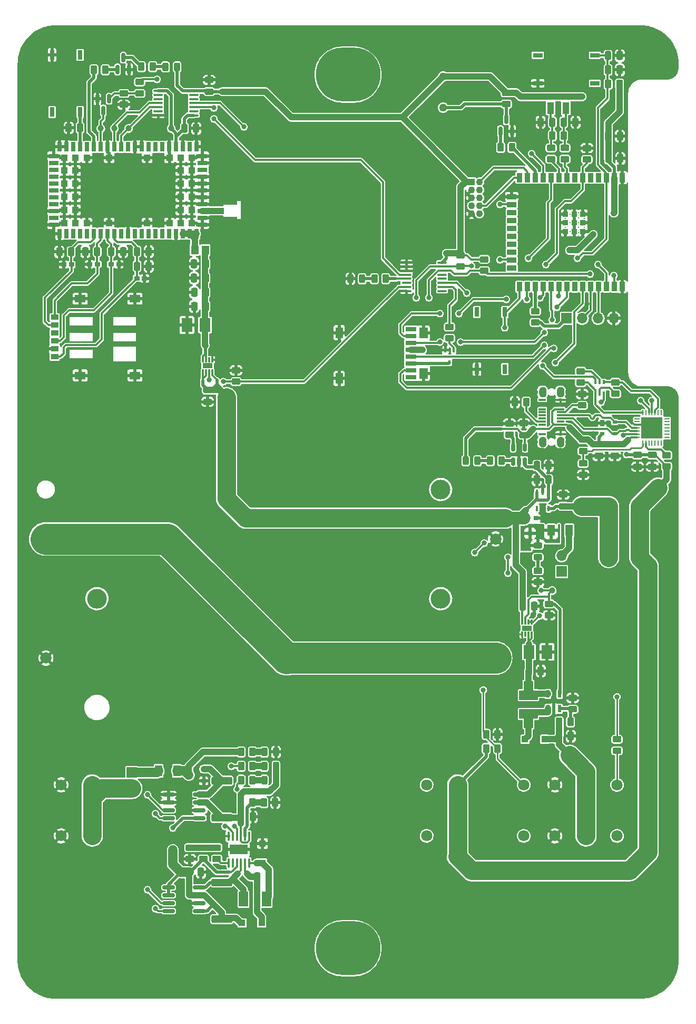
<source format=gbr>
%TF.GenerationSoftware,KiCad,Pcbnew,(6.0.7-1)-1*%
%TF.CreationDate,2023-01-20T09:27:34+11:00*%
%TF.ProjectId,enviro-node,656e7669-726f-42d6-9e6f-64652e6b6963,rev?*%
%TF.SameCoordinates,Original*%
%TF.FileFunction,Copper,L1,Top*%
%TF.FilePolarity,Positive*%
%FSLAX46Y46*%
G04 Gerber Fmt 4.6, Leading zero omitted, Abs format (unit mm)*
G04 Created by KiCad (PCBNEW (6.0.7-1)-1) date 2023-01-20 09:27:34*
%MOMM*%
%LPD*%
G01*
G04 APERTURE LIST*
G04 Aperture macros list*
%AMRoundRect*
0 Rectangle with rounded corners*
0 $1 Rounding radius*
0 $2 $3 $4 $5 $6 $7 $8 $9 X,Y pos of 4 corners*
0 Add a 4 corners polygon primitive as box body*
4,1,4,$2,$3,$4,$5,$6,$7,$8,$9,$2,$3,0*
0 Add four circle primitives for the rounded corners*
1,1,$1+$1,$2,$3*
1,1,$1+$1,$4,$5*
1,1,$1+$1,$6,$7*
1,1,$1+$1,$8,$9*
0 Add four rect primitives between the rounded corners*
20,1,$1+$1,$2,$3,$4,$5,0*
20,1,$1+$1,$4,$5,$6,$7,0*
20,1,$1+$1,$6,$7,$8,$9,0*
20,1,$1+$1,$8,$9,$2,$3,0*%
%AMFreePoly0*
4,1,21,0.503536,1.503536,0.505000,1.500000,0.505000,-1.500000,0.503536,-1.503536,0.500000,-1.505000,-1.000000,-1.505000,-1.003536,-1.503536,-1.005000,-1.500000,-1.005000,-0.755000,-2.500000,-0.755000,-2.503536,-0.753536,-2.505000,-0.750000,-2.505000,0.750000,-2.503536,0.753536,-2.500000,0.755000,-1.005000,0.755000,-1.005000,1.500000,-1.003536,1.503536,-1.000000,1.505000,0.500000,1.505000,
0.503536,1.503536,0.503536,1.503536,$1*%
%AMFreePoly1*
4,1,21,1.003536,1.503536,1.005000,1.500000,1.005000,0.755000,2.500000,0.755000,2.503536,0.753536,2.505000,0.750000,2.505000,-0.750000,2.503536,-0.753536,2.500000,-0.755000,1.005000,-0.755000,1.005000,-1.500000,1.003536,-1.503536,1.000000,-1.505000,-0.500000,-1.505000,-0.503536,-1.503536,-0.505000,-1.500000,-0.505000,1.500000,-0.503536,1.503536,-0.500000,1.505000,1.000000,1.505000,
1.003536,1.503536,1.003536,1.503536,$1*%
G04 Aperture macros list end*
%TA.AperFunction,EtchedComponent*%
%ADD10C,0.010000*%
%TD*%
%TA.AperFunction,SMDPad,CuDef*%
%ADD11R,1.050000X1.000000*%
%TD*%
%TA.AperFunction,SMDPad,CuDef*%
%ADD12R,2.200000X1.050000*%
%TD*%
%TA.AperFunction,SMDPad,CuDef*%
%ADD13R,0.901700X0.711200*%
%TD*%
%TA.AperFunction,SMDPad,CuDef*%
%ADD14RoundRect,0.250000X-0.450000X0.262500X-0.450000X-0.262500X0.450000X-0.262500X0.450000X0.262500X0*%
%TD*%
%TA.AperFunction,SMDPad,CuDef*%
%ADD15RoundRect,0.250000X-0.250000X-0.475000X0.250000X-0.475000X0.250000X0.475000X-0.250000X0.475000X0*%
%TD*%
%TA.AperFunction,SMDPad,CuDef*%
%ADD16RoundRect,0.250000X-0.262500X-0.450000X0.262500X-0.450000X0.262500X0.450000X-0.262500X0.450000X0*%
%TD*%
%TA.AperFunction,SMDPad,CuDef*%
%ADD17RoundRect,0.250000X0.262500X0.450000X-0.262500X0.450000X-0.262500X-0.450000X0.262500X-0.450000X0*%
%TD*%
%TA.AperFunction,SMDPad,CuDef*%
%ADD18RoundRect,0.100000X-0.637500X-0.100000X0.637500X-0.100000X0.637500X0.100000X-0.637500X0.100000X0*%
%TD*%
%TA.AperFunction,SMDPad,CuDef*%
%ADD19RoundRect,0.150000X-0.825000X-0.150000X0.825000X-0.150000X0.825000X0.150000X-0.825000X0.150000X0*%
%TD*%
%TA.AperFunction,SMDPad,CuDef*%
%ADD20R,0.450000X0.700000*%
%TD*%
%TA.AperFunction,SMDPad,CuDef*%
%ADD21RoundRect,0.250000X0.475000X-0.250000X0.475000X0.250000X-0.475000X0.250000X-0.475000X-0.250000X0*%
%TD*%
%TA.AperFunction,SMDPad,CuDef*%
%ADD22RoundRect,0.250000X0.250000X0.475000X-0.250000X0.475000X-0.250000X-0.475000X0.250000X-0.475000X0*%
%TD*%
%TA.AperFunction,SMDPad,CuDef*%
%ADD23R,1.090000X1.080000*%
%TD*%
%TA.AperFunction,SMDPad,CuDef*%
%ADD24RoundRect,0.250000X0.450000X-0.262500X0.450000X0.262500X-0.450000X0.262500X-0.450000X-0.262500X0*%
%TD*%
%TA.AperFunction,SMDPad,CuDef*%
%ADD25R,0.900000X1.500000*%
%TD*%
%TA.AperFunction,SMDPad,CuDef*%
%ADD26R,1.500000X0.900000*%
%TD*%
%TA.AperFunction,SMDPad,CuDef*%
%ADD27R,0.900000X0.900000*%
%TD*%
%TA.AperFunction,ComponentPad*%
%ADD28C,0.300000*%
%TD*%
%TA.AperFunction,SMDPad,CuDef*%
%ADD29R,0.800000X0.800000*%
%TD*%
%TA.AperFunction,SMDPad,CuDef*%
%ADD30R,1.170000X1.800000*%
%TD*%
%TA.AperFunction,SMDPad,CuDef*%
%ADD31R,0.800000X1.500000*%
%TD*%
%TA.AperFunction,SMDPad,CuDef*%
%ADD32R,1.500000X0.800000*%
%TD*%
%TA.AperFunction,SMDPad,CuDef*%
%ADD33R,1.100000X1.100000*%
%TD*%
%TA.AperFunction,SMDPad,CuDef*%
%ADD34R,1.800000X0.800000*%
%TD*%
%TA.AperFunction,SMDPad,CuDef*%
%ADD35R,1.200000X1.800000*%
%TD*%
%TA.AperFunction,SMDPad,CuDef*%
%ADD36R,1.400000X1.800000*%
%TD*%
%TA.AperFunction,SMDPad,CuDef*%
%ADD37R,1.800000X2.230000*%
%TD*%
%TA.AperFunction,SMDPad,CuDef*%
%ADD38R,1.200000X0.900000*%
%TD*%
%TA.AperFunction,SMDPad,CuDef*%
%ADD39R,1.800000X1.300000*%
%TD*%
%TA.AperFunction,SMDPad,CuDef*%
%ADD40RoundRect,0.243750X-0.456250X0.243750X-0.456250X-0.243750X0.456250X-0.243750X0.456250X0.243750X0*%
%TD*%
%TA.AperFunction,SMDPad,CuDef*%
%ADD41RoundRect,0.250000X-1.425000X0.362500X-1.425000X-0.362500X1.425000X-0.362500X1.425000X0.362500X0*%
%TD*%
%TA.AperFunction,ComponentPad*%
%ADD42C,1.803400*%
%TD*%
%TA.AperFunction,SMDPad,CuDef*%
%ADD43RoundRect,0.243750X-0.243750X-0.456250X0.243750X-0.456250X0.243750X0.456250X-0.243750X0.456250X0*%
%TD*%
%TA.AperFunction,SMDPad,CuDef*%
%ADD44RoundRect,0.243750X0.243750X0.456250X-0.243750X0.456250X-0.243750X-0.456250X0.243750X-0.456250X0*%
%TD*%
%TA.AperFunction,SMDPad,CuDef*%
%ADD45RoundRect,0.100000X-0.100000X0.625000X-0.100000X-0.625000X0.100000X-0.625000X0.100000X0.625000X0*%
%TD*%
%TA.AperFunction,SMDPad,CuDef*%
%ADD46R,2.850000X1.650000*%
%TD*%
%TA.AperFunction,SMDPad,CuDef*%
%ADD47R,1.150000X0.300000*%
%TD*%
%TA.AperFunction,ComponentPad*%
%ADD48O,1.150000X1.600000*%
%TD*%
%TA.AperFunction,SMDPad,CuDef*%
%ADD49RoundRect,0.150000X0.150000X-0.587500X0.150000X0.587500X-0.150000X0.587500X-0.150000X-0.587500X0*%
%TD*%
%TA.AperFunction,SMDPad,CuDef*%
%ADD50C,1.000000*%
%TD*%
%TA.AperFunction,SMDPad,CuDef*%
%ADD51RoundRect,0.150000X0.150000X-0.512500X0.150000X0.512500X-0.150000X0.512500X-0.150000X-0.512500X0*%
%TD*%
%TA.AperFunction,SMDPad,CuDef*%
%ADD52R,0.771200X1.538199*%
%TD*%
%TA.AperFunction,SMDPad,CuDef*%
%ADD53RoundRect,0.041300X0.253700X-0.578700X0.253700X0.578700X-0.253700X0.578700X-0.253700X-0.578700X0*%
%TD*%
%TA.AperFunction,ComponentPad*%
%ADD54C,1.280000*%
%TD*%
%TA.AperFunction,SMDPad,CuDef*%
%ADD55R,1.092200X1.905000*%
%TD*%
%TA.AperFunction,SMDPad,CuDef*%
%ADD56RoundRect,0.011200X-0.128800X0.358800X-0.128800X-0.358800X0.128800X-0.358800X0.128800X0.358800X0*%
%TD*%
%TA.AperFunction,SMDPad,CuDef*%
%ADD57R,1.600000X0.900000*%
%TD*%
%TA.AperFunction,SMDPad,CuDef*%
%ADD58R,0.400000X0.650000*%
%TD*%
%TA.AperFunction,SMDPad,CuDef*%
%ADD59R,1.200000X1.470000*%
%TD*%
%TA.AperFunction,ComponentPad*%
%ADD60R,1.700000X1.700000*%
%TD*%
%TA.AperFunction,ComponentPad*%
%ADD61O,1.700000X1.700000*%
%TD*%
%TA.AperFunction,SMDPad,CuDef*%
%ADD62R,1.080000X1.090000*%
%TD*%
%TA.AperFunction,ComponentPad*%
%ADD63C,0.900000*%
%TD*%
%TA.AperFunction,ComponentPad*%
%ADD64O,10.400000X8.600000*%
%TD*%
%TA.AperFunction,SMDPad,CuDef*%
%ADD65R,0.431800X0.927100*%
%TD*%
%TA.AperFunction,SMDPad,CuDef*%
%ADD66R,0.700000X1.000000*%
%TD*%
%TA.AperFunction,SMDPad,CuDef*%
%ADD67R,0.700000X0.600000*%
%TD*%
%TA.AperFunction,SMDPad,CuDef*%
%ADD68R,1.538199X0.771200*%
%TD*%
%TA.AperFunction,SMDPad,CuDef*%
%ADD69R,1.500000X2.400000*%
%TD*%
%TA.AperFunction,SMDPad,CuDef*%
%ADD70RoundRect,0.062500X-0.337500X-0.062500X0.337500X-0.062500X0.337500X0.062500X-0.337500X0.062500X0*%
%TD*%
%TA.AperFunction,SMDPad,CuDef*%
%ADD71RoundRect,0.062500X-0.062500X-0.337500X0.062500X-0.337500X0.062500X0.337500X-0.062500X0.337500X0*%
%TD*%
%TA.AperFunction,SMDPad,CuDef*%
%ADD72R,3.350000X3.350000*%
%TD*%
%TA.AperFunction,SMDPad,CuDef*%
%ADD73FreePoly0,270.000000*%
%TD*%
%TA.AperFunction,SMDPad,CuDef*%
%ADD74FreePoly1,270.000000*%
%TD*%
%TA.AperFunction,ComponentPad*%
%ADD75C,1.828800*%
%TD*%
%TA.AperFunction,ComponentPad*%
%ADD76C,3.175000*%
%TD*%
%TA.AperFunction,SMDPad,CuDef*%
%ADD77RoundRect,0.150000X-0.150000X0.587500X-0.150000X-0.587500X0.150000X-0.587500X0.150000X0.587500X0*%
%TD*%
%TA.AperFunction,SMDPad,CuDef*%
%ADD78RoundRect,0.011200X0.128800X-0.358800X0.128800X0.358800X-0.128800X0.358800X-0.128800X-0.358800X0*%
%TD*%
%TA.AperFunction,ComponentPad*%
%ADD79R,1.100000X1.100000*%
%TD*%
%TA.AperFunction,ComponentPad*%
%ADD80C,1.100000*%
%TD*%
%TA.AperFunction,ViaPad*%
%ADD81C,0.800000*%
%TD*%
%TA.AperFunction,Conductor*%
%ADD82C,0.300000*%
%TD*%
%TA.AperFunction,Conductor*%
%ADD83C,3.000000*%
%TD*%
%TA.AperFunction,Conductor*%
%ADD84C,1.000000*%
%TD*%
%TA.AperFunction,Conductor*%
%ADD85C,0.500000*%
%TD*%
%TA.AperFunction,Conductor*%
%ADD86C,1.500000*%
%TD*%
%TA.AperFunction,Conductor*%
%ADD87C,2.000000*%
%TD*%
%TA.AperFunction,Conductor*%
%ADD88C,5.000000*%
%TD*%
%TA.AperFunction,Conductor*%
%ADD89C,0.250000*%
%TD*%
G04 APERTURE END LIST*
%TO.C,J1*%
G36*
X119593556Y-89413610D02*
G01*
X119621556Y-89415610D01*
X119650556Y-89419610D01*
X119678556Y-89424610D01*
X119706556Y-89431610D01*
X119734556Y-89439610D01*
X119761556Y-89449610D01*
X119788556Y-89460610D01*
X119814556Y-89472610D01*
X119839556Y-89486610D01*
X119864556Y-89501610D01*
X119887556Y-89517610D01*
X119910556Y-89535610D01*
X119932556Y-89553610D01*
X119953556Y-89573610D01*
X119973556Y-89594610D01*
X119991556Y-89616610D01*
X120009556Y-89639610D01*
X120025556Y-89662610D01*
X120040556Y-89687610D01*
X120054556Y-89712610D01*
X120066556Y-89738610D01*
X120077556Y-89765610D01*
X120087556Y-89792610D01*
X120095556Y-89820610D01*
X120102556Y-89848610D01*
X120107556Y-89876610D01*
X120111556Y-89905610D01*
X120113556Y-89933610D01*
X120114556Y-89962610D01*
X120114556Y-90462610D01*
X120113556Y-90491610D01*
X120111556Y-90519610D01*
X120107556Y-90548610D01*
X120102556Y-90576610D01*
X120095556Y-90604610D01*
X120087556Y-90632610D01*
X120077556Y-90659610D01*
X120066556Y-90686610D01*
X120054556Y-90712610D01*
X120040556Y-90737610D01*
X120025556Y-90762610D01*
X120009556Y-90785610D01*
X119991556Y-90808610D01*
X119973556Y-90830610D01*
X119953556Y-90851610D01*
X119932556Y-90871610D01*
X119910556Y-90889610D01*
X119887556Y-90907610D01*
X119864556Y-90923610D01*
X119839556Y-90938610D01*
X119814556Y-90952610D01*
X119788556Y-90964610D01*
X119761556Y-90975610D01*
X119734556Y-90985610D01*
X119706556Y-90993610D01*
X119678556Y-91000610D01*
X119650556Y-91005610D01*
X119621556Y-91009610D01*
X119593556Y-91011610D01*
X119564556Y-91012610D01*
X119535556Y-91011610D01*
X119507556Y-91009610D01*
X119478556Y-91005610D01*
X119450556Y-91000610D01*
X119422556Y-90993610D01*
X119394556Y-90985610D01*
X119367556Y-90975610D01*
X119340556Y-90964610D01*
X119314556Y-90952610D01*
X119289556Y-90938610D01*
X119264556Y-90923610D01*
X119241556Y-90907610D01*
X119218556Y-90889610D01*
X119196556Y-90871610D01*
X119175556Y-90851610D01*
X119155556Y-90830610D01*
X119137556Y-90808610D01*
X119119556Y-90785610D01*
X119103556Y-90762610D01*
X119088556Y-90737610D01*
X119074556Y-90712610D01*
X119062556Y-90686610D01*
X119051556Y-90659610D01*
X119041556Y-90632610D01*
X119033556Y-90604610D01*
X119026556Y-90576610D01*
X119021556Y-90548610D01*
X119017556Y-90519610D01*
X119015556Y-90491610D01*
X119014556Y-90462610D01*
X119014556Y-89962610D01*
X119015556Y-89933610D01*
X119017556Y-89905610D01*
X119021556Y-89876610D01*
X119026556Y-89848610D01*
X119033556Y-89820610D01*
X119041556Y-89792610D01*
X119051556Y-89765610D01*
X119062556Y-89738610D01*
X119074556Y-89712610D01*
X119088556Y-89687610D01*
X119103556Y-89662610D01*
X119119556Y-89639610D01*
X119137556Y-89616610D01*
X119155556Y-89594610D01*
X119175556Y-89573610D01*
X119196556Y-89553610D01*
X119218556Y-89535610D01*
X119241556Y-89517610D01*
X119264556Y-89501610D01*
X119289556Y-89486610D01*
X119314556Y-89472610D01*
X119340556Y-89460610D01*
X119367556Y-89449610D01*
X119394556Y-89439610D01*
X119422556Y-89431610D01*
X119450556Y-89424610D01*
X119478556Y-89419610D01*
X119507556Y-89415610D01*
X119535556Y-89413610D01*
X119564556Y-89412610D01*
X119593556Y-89413610D01*
G37*
D10*
X119593556Y-89413610D02*
X119621556Y-89415610D01*
X119650556Y-89419610D01*
X119678556Y-89424610D01*
X119706556Y-89431610D01*
X119734556Y-89439610D01*
X119761556Y-89449610D01*
X119788556Y-89460610D01*
X119814556Y-89472610D01*
X119839556Y-89486610D01*
X119864556Y-89501610D01*
X119887556Y-89517610D01*
X119910556Y-89535610D01*
X119932556Y-89553610D01*
X119953556Y-89573610D01*
X119973556Y-89594610D01*
X119991556Y-89616610D01*
X120009556Y-89639610D01*
X120025556Y-89662610D01*
X120040556Y-89687610D01*
X120054556Y-89712610D01*
X120066556Y-89738610D01*
X120077556Y-89765610D01*
X120087556Y-89792610D01*
X120095556Y-89820610D01*
X120102556Y-89848610D01*
X120107556Y-89876610D01*
X120111556Y-89905610D01*
X120113556Y-89933610D01*
X120114556Y-89962610D01*
X120114556Y-90462610D01*
X120113556Y-90491610D01*
X120111556Y-90519610D01*
X120107556Y-90548610D01*
X120102556Y-90576610D01*
X120095556Y-90604610D01*
X120087556Y-90632610D01*
X120077556Y-90659610D01*
X120066556Y-90686610D01*
X120054556Y-90712610D01*
X120040556Y-90737610D01*
X120025556Y-90762610D01*
X120009556Y-90785610D01*
X119991556Y-90808610D01*
X119973556Y-90830610D01*
X119953556Y-90851610D01*
X119932556Y-90871610D01*
X119910556Y-90889610D01*
X119887556Y-90907610D01*
X119864556Y-90923610D01*
X119839556Y-90938610D01*
X119814556Y-90952610D01*
X119788556Y-90964610D01*
X119761556Y-90975610D01*
X119734556Y-90985610D01*
X119706556Y-90993610D01*
X119678556Y-91000610D01*
X119650556Y-91005610D01*
X119621556Y-91009610D01*
X119593556Y-91011610D01*
X119564556Y-91012610D01*
X119535556Y-91011610D01*
X119507556Y-91009610D01*
X119478556Y-91005610D01*
X119450556Y-91000610D01*
X119422556Y-90993610D01*
X119394556Y-90985610D01*
X119367556Y-90975610D01*
X119340556Y-90964610D01*
X119314556Y-90952610D01*
X119289556Y-90938610D01*
X119264556Y-90923610D01*
X119241556Y-90907610D01*
X119218556Y-90889610D01*
X119196556Y-90871610D01*
X119175556Y-90851610D01*
X119155556Y-90830610D01*
X119137556Y-90808610D01*
X119119556Y-90785610D01*
X119103556Y-90762610D01*
X119088556Y-90737610D01*
X119074556Y-90712610D01*
X119062556Y-90686610D01*
X119051556Y-90659610D01*
X119041556Y-90632610D01*
X119033556Y-90604610D01*
X119026556Y-90576610D01*
X119021556Y-90548610D01*
X119017556Y-90519610D01*
X119015556Y-90491610D01*
X119014556Y-90462610D01*
X119014556Y-89962610D01*
X119015556Y-89933610D01*
X119017556Y-89905610D01*
X119021556Y-89876610D01*
X119026556Y-89848610D01*
X119033556Y-89820610D01*
X119041556Y-89792610D01*
X119051556Y-89765610D01*
X119062556Y-89738610D01*
X119074556Y-89712610D01*
X119088556Y-89687610D01*
X119103556Y-89662610D01*
X119119556Y-89639610D01*
X119137556Y-89616610D01*
X119155556Y-89594610D01*
X119175556Y-89573610D01*
X119196556Y-89553610D01*
X119218556Y-89535610D01*
X119241556Y-89517610D01*
X119264556Y-89501610D01*
X119289556Y-89486610D01*
X119314556Y-89472610D01*
X119340556Y-89460610D01*
X119367556Y-89449610D01*
X119394556Y-89439610D01*
X119422556Y-89431610D01*
X119450556Y-89424610D01*
X119478556Y-89419610D01*
X119507556Y-89415610D01*
X119535556Y-89413610D01*
X119564556Y-89412610D01*
X119593556Y-89413610D01*
G36*
X116749556Y-81413610D02*
G01*
X116777556Y-81415610D01*
X116806556Y-81419610D01*
X116834556Y-81424610D01*
X116862556Y-81431610D01*
X116890556Y-81439610D01*
X116917556Y-81449610D01*
X116944556Y-81460610D01*
X116970556Y-81472610D01*
X116995556Y-81486610D01*
X117020556Y-81501610D01*
X117043556Y-81517610D01*
X117066556Y-81535610D01*
X117088556Y-81553610D01*
X117109556Y-81573610D01*
X117129556Y-81594610D01*
X117147556Y-81616610D01*
X117165556Y-81639610D01*
X117181556Y-81662610D01*
X117196556Y-81687610D01*
X117210556Y-81712610D01*
X117222556Y-81738610D01*
X117233556Y-81765610D01*
X117243556Y-81792610D01*
X117251556Y-81820610D01*
X117258556Y-81848610D01*
X117263556Y-81876610D01*
X117267556Y-81905610D01*
X117269556Y-81933610D01*
X117270556Y-81962610D01*
X117270556Y-82462610D01*
X117269556Y-82491610D01*
X117267556Y-82519610D01*
X117263556Y-82548610D01*
X117258556Y-82576610D01*
X117251556Y-82604610D01*
X117243556Y-82632610D01*
X117233556Y-82659610D01*
X117222556Y-82686610D01*
X117210556Y-82712610D01*
X117196556Y-82737610D01*
X117181556Y-82762610D01*
X117165556Y-82785610D01*
X117147556Y-82808610D01*
X117129556Y-82830610D01*
X117109556Y-82851610D01*
X117088556Y-82871610D01*
X117066556Y-82889610D01*
X117043556Y-82907610D01*
X117020556Y-82923610D01*
X116995556Y-82938610D01*
X116970556Y-82952610D01*
X116944556Y-82964610D01*
X116917556Y-82975610D01*
X116890556Y-82985610D01*
X116862556Y-82993610D01*
X116834556Y-83000610D01*
X116806556Y-83005610D01*
X116777556Y-83009610D01*
X116749556Y-83011610D01*
X116720556Y-83012610D01*
X116691556Y-83011610D01*
X116663556Y-83009610D01*
X116634556Y-83005610D01*
X116606556Y-83000610D01*
X116578556Y-82993610D01*
X116550556Y-82985610D01*
X116523556Y-82975610D01*
X116496556Y-82964610D01*
X116470556Y-82952610D01*
X116445556Y-82938610D01*
X116420556Y-82923610D01*
X116397556Y-82907610D01*
X116374556Y-82889610D01*
X116352556Y-82871610D01*
X116331556Y-82851610D01*
X116311556Y-82830610D01*
X116293556Y-82808610D01*
X116275556Y-82785610D01*
X116259556Y-82762610D01*
X116244556Y-82737610D01*
X116230556Y-82712610D01*
X116218556Y-82686610D01*
X116207556Y-82659610D01*
X116197556Y-82632610D01*
X116189556Y-82604610D01*
X116182556Y-82576610D01*
X116177556Y-82548610D01*
X116173556Y-82519610D01*
X116171556Y-82491610D01*
X116170556Y-82462610D01*
X116170556Y-81962610D01*
X116171556Y-81933610D01*
X116173556Y-81905610D01*
X116177556Y-81876610D01*
X116182556Y-81848610D01*
X116189556Y-81820610D01*
X116197556Y-81792610D01*
X116207556Y-81765610D01*
X116218556Y-81738610D01*
X116230556Y-81712610D01*
X116244556Y-81687610D01*
X116259556Y-81662610D01*
X116275556Y-81639610D01*
X116293556Y-81616610D01*
X116311556Y-81594610D01*
X116331556Y-81573610D01*
X116352556Y-81553610D01*
X116374556Y-81535610D01*
X116397556Y-81517610D01*
X116420556Y-81501610D01*
X116445556Y-81486610D01*
X116470556Y-81472610D01*
X116496556Y-81460610D01*
X116523556Y-81449610D01*
X116550556Y-81439610D01*
X116578556Y-81431610D01*
X116606556Y-81424610D01*
X116634556Y-81419610D01*
X116663556Y-81415610D01*
X116691556Y-81413610D01*
X116720556Y-81412610D01*
X116749556Y-81413610D01*
G37*
X116749556Y-81413610D02*
X116777556Y-81415610D01*
X116806556Y-81419610D01*
X116834556Y-81424610D01*
X116862556Y-81431610D01*
X116890556Y-81439610D01*
X116917556Y-81449610D01*
X116944556Y-81460610D01*
X116970556Y-81472610D01*
X116995556Y-81486610D01*
X117020556Y-81501610D01*
X117043556Y-81517610D01*
X117066556Y-81535610D01*
X117088556Y-81553610D01*
X117109556Y-81573610D01*
X117129556Y-81594610D01*
X117147556Y-81616610D01*
X117165556Y-81639610D01*
X117181556Y-81662610D01*
X117196556Y-81687610D01*
X117210556Y-81712610D01*
X117222556Y-81738610D01*
X117233556Y-81765610D01*
X117243556Y-81792610D01*
X117251556Y-81820610D01*
X117258556Y-81848610D01*
X117263556Y-81876610D01*
X117267556Y-81905610D01*
X117269556Y-81933610D01*
X117270556Y-81962610D01*
X117270556Y-82462610D01*
X117269556Y-82491610D01*
X117267556Y-82519610D01*
X117263556Y-82548610D01*
X117258556Y-82576610D01*
X117251556Y-82604610D01*
X117243556Y-82632610D01*
X117233556Y-82659610D01*
X117222556Y-82686610D01*
X117210556Y-82712610D01*
X117196556Y-82737610D01*
X117181556Y-82762610D01*
X117165556Y-82785610D01*
X117147556Y-82808610D01*
X117129556Y-82830610D01*
X117109556Y-82851610D01*
X117088556Y-82871610D01*
X117066556Y-82889610D01*
X117043556Y-82907610D01*
X117020556Y-82923610D01*
X116995556Y-82938610D01*
X116970556Y-82952610D01*
X116944556Y-82964610D01*
X116917556Y-82975610D01*
X116890556Y-82985610D01*
X116862556Y-82993610D01*
X116834556Y-83000610D01*
X116806556Y-83005610D01*
X116777556Y-83009610D01*
X116749556Y-83011610D01*
X116720556Y-83012610D01*
X116691556Y-83011610D01*
X116663556Y-83009610D01*
X116634556Y-83005610D01*
X116606556Y-83000610D01*
X116578556Y-82993610D01*
X116550556Y-82985610D01*
X116523556Y-82975610D01*
X116496556Y-82964610D01*
X116470556Y-82952610D01*
X116445556Y-82938610D01*
X116420556Y-82923610D01*
X116397556Y-82907610D01*
X116374556Y-82889610D01*
X116352556Y-82871610D01*
X116331556Y-82851610D01*
X116311556Y-82830610D01*
X116293556Y-82808610D01*
X116275556Y-82785610D01*
X116259556Y-82762610D01*
X116244556Y-82737610D01*
X116230556Y-82712610D01*
X116218556Y-82686610D01*
X116207556Y-82659610D01*
X116197556Y-82632610D01*
X116189556Y-82604610D01*
X116182556Y-82576610D01*
X116177556Y-82548610D01*
X116173556Y-82519610D01*
X116171556Y-82491610D01*
X116170556Y-82462610D01*
X116170556Y-81962610D01*
X116171556Y-81933610D01*
X116173556Y-81905610D01*
X116177556Y-81876610D01*
X116182556Y-81848610D01*
X116189556Y-81820610D01*
X116197556Y-81792610D01*
X116207556Y-81765610D01*
X116218556Y-81738610D01*
X116230556Y-81712610D01*
X116244556Y-81687610D01*
X116259556Y-81662610D01*
X116275556Y-81639610D01*
X116293556Y-81616610D01*
X116311556Y-81594610D01*
X116331556Y-81573610D01*
X116352556Y-81553610D01*
X116374556Y-81535610D01*
X116397556Y-81517610D01*
X116420556Y-81501610D01*
X116445556Y-81486610D01*
X116470556Y-81472610D01*
X116496556Y-81460610D01*
X116523556Y-81449610D01*
X116550556Y-81439610D01*
X116578556Y-81431610D01*
X116606556Y-81424610D01*
X116634556Y-81419610D01*
X116663556Y-81415610D01*
X116691556Y-81413610D01*
X116720556Y-81412610D01*
X116749556Y-81413610D01*
G36*
X119593556Y-81413610D02*
G01*
X119621556Y-81415610D01*
X119650556Y-81419610D01*
X119678556Y-81424610D01*
X119706556Y-81431610D01*
X119734556Y-81439610D01*
X119761556Y-81449610D01*
X119788556Y-81460610D01*
X119814556Y-81472610D01*
X119839556Y-81486610D01*
X119864556Y-81501610D01*
X119887556Y-81517610D01*
X119910556Y-81535610D01*
X119932556Y-81553610D01*
X119953556Y-81573610D01*
X119973556Y-81594610D01*
X119991556Y-81616610D01*
X120009556Y-81639610D01*
X120025556Y-81662610D01*
X120040556Y-81687610D01*
X120054556Y-81712610D01*
X120066556Y-81738610D01*
X120077556Y-81765610D01*
X120087556Y-81792610D01*
X120095556Y-81820610D01*
X120102556Y-81848610D01*
X120107556Y-81876610D01*
X120111556Y-81905610D01*
X120113556Y-81933610D01*
X120114556Y-81962610D01*
X120114556Y-82462610D01*
X120113556Y-82491610D01*
X120111556Y-82519610D01*
X120107556Y-82548610D01*
X120102556Y-82576610D01*
X120095556Y-82604610D01*
X120087556Y-82632610D01*
X120077556Y-82659610D01*
X120066556Y-82686610D01*
X120054556Y-82712610D01*
X120040556Y-82737610D01*
X120025556Y-82762610D01*
X120009556Y-82785610D01*
X119991556Y-82808610D01*
X119973556Y-82830610D01*
X119953556Y-82851610D01*
X119932556Y-82871610D01*
X119910556Y-82889610D01*
X119887556Y-82907610D01*
X119864556Y-82923610D01*
X119839556Y-82938610D01*
X119814556Y-82952610D01*
X119788556Y-82964610D01*
X119761556Y-82975610D01*
X119734556Y-82985610D01*
X119706556Y-82993610D01*
X119678556Y-83000610D01*
X119650556Y-83005610D01*
X119621556Y-83009610D01*
X119593556Y-83011610D01*
X119564556Y-83012610D01*
X119535556Y-83011610D01*
X119507556Y-83009610D01*
X119478556Y-83005610D01*
X119450556Y-83000610D01*
X119422556Y-82993610D01*
X119394556Y-82985610D01*
X119367556Y-82975610D01*
X119340556Y-82964610D01*
X119314556Y-82952610D01*
X119289556Y-82938610D01*
X119264556Y-82923610D01*
X119241556Y-82907610D01*
X119218556Y-82889610D01*
X119196556Y-82871610D01*
X119175556Y-82851610D01*
X119155556Y-82830610D01*
X119137556Y-82808610D01*
X119119556Y-82785610D01*
X119103556Y-82762610D01*
X119088556Y-82737610D01*
X119074556Y-82712610D01*
X119062556Y-82686610D01*
X119051556Y-82659610D01*
X119041556Y-82632610D01*
X119033556Y-82604610D01*
X119026556Y-82576610D01*
X119021556Y-82548610D01*
X119017556Y-82519610D01*
X119015556Y-82491610D01*
X119014556Y-82462610D01*
X119014556Y-81962610D01*
X119015556Y-81933610D01*
X119017556Y-81905610D01*
X119021556Y-81876610D01*
X119026556Y-81848610D01*
X119033556Y-81820610D01*
X119041556Y-81792610D01*
X119051556Y-81765610D01*
X119062556Y-81738610D01*
X119074556Y-81712610D01*
X119088556Y-81687610D01*
X119103556Y-81662610D01*
X119119556Y-81639610D01*
X119137556Y-81616610D01*
X119155556Y-81594610D01*
X119175556Y-81573610D01*
X119196556Y-81553610D01*
X119218556Y-81535610D01*
X119241556Y-81517610D01*
X119264556Y-81501610D01*
X119289556Y-81486610D01*
X119314556Y-81472610D01*
X119340556Y-81460610D01*
X119367556Y-81449610D01*
X119394556Y-81439610D01*
X119422556Y-81431610D01*
X119450556Y-81424610D01*
X119478556Y-81419610D01*
X119507556Y-81415610D01*
X119535556Y-81413610D01*
X119564556Y-81412610D01*
X119593556Y-81413610D01*
G37*
X119593556Y-81413610D02*
X119621556Y-81415610D01*
X119650556Y-81419610D01*
X119678556Y-81424610D01*
X119706556Y-81431610D01*
X119734556Y-81439610D01*
X119761556Y-81449610D01*
X119788556Y-81460610D01*
X119814556Y-81472610D01*
X119839556Y-81486610D01*
X119864556Y-81501610D01*
X119887556Y-81517610D01*
X119910556Y-81535610D01*
X119932556Y-81553610D01*
X119953556Y-81573610D01*
X119973556Y-81594610D01*
X119991556Y-81616610D01*
X120009556Y-81639610D01*
X120025556Y-81662610D01*
X120040556Y-81687610D01*
X120054556Y-81712610D01*
X120066556Y-81738610D01*
X120077556Y-81765610D01*
X120087556Y-81792610D01*
X120095556Y-81820610D01*
X120102556Y-81848610D01*
X120107556Y-81876610D01*
X120111556Y-81905610D01*
X120113556Y-81933610D01*
X120114556Y-81962610D01*
X120114556Y-82462610D01*
X120113556Y-82491610D01*
X120111556Y-82519610D01*
X120107556Y-82548610D01*
X120102556Y-82576610D01*
X120095556Y-82604610D01*
X120087556Y-82632610D01*
X120077556Y-82659610D01*
X120066556Y-82686610D01*
X120054556Y-82712610D01*
X120040556Y-82737610D01*
X120025556Y-82762610D01*
X120009556Y-82785610D01*
X119991556Y-82808610D01*
X119973556Y-82830610D01*
X119953556Y-82851610D01*
X119932556Y-82871610D01*
X119910556Y-82889610D01*
X119887556Y-82907610D01*
X119864556Y-82923610D01*
X119839556Y-82938610D01*
X119814556Y-82952610D01*
X119788556Y-82964610D01*
X119761556Y-82975610D01*
X119734556Y-82985610D01*
X119706556Y-82993610D01*
X119678556Y-83000610D01*
X119650556Y-83005610D01*
X119621556Y-83009610D01*
X119593556Y-83011610D01*
X119564556Y-83012610D01*
X119535556Y-83011610D01*
X119507556Y-83009610D01*
X119478556Y-83005610D01*
X119450556Y-83000610D01*
X119422556Y-82993610D01*
X119394556Y-82985610D01*
X119367556Y-82975610D01*
X119340556Y-82964610D01*
X119314556Y-82952610D01*
X119289556Y-82938610D01*
X119264556Y-82923610D01*
X119241556Y-82907610D01*
X119218556Y-82889610D01*
X119196556Y-82871610D01*
X119175556Y-82851610D01*
X119155556Y-82830610D01*
X119137556Y-82808610D01*
X119119556Y-82785610D01*
X119103556Y-82762610D01*
X119088556Y-82737610D01*
X119074556Y-82712610D01*
X119062556Y-82686610D01*
X119051556Y-82659610D01*
X119041556Y-82632610D01*
X119033556Y-82604610D01*
X119026556Y-82576610D01*
X119021556Y-82548610D01*
X119017556Y-82519610D01*
X119015556Y-82491610D01*
X119014556Y-82462610D01*
X119014556Y-81962610D01*
X119015556Y-81933610D01*
X119017556Y-81905610D01*
X119021556Y-81876610D01*
X119026556Y-81848610D01*
X119033556Y-81820610D01*
X119041556Y-81792610D01*
X119051556Y-81765610D01*
X119062556Y-81738610D01*
X119074556Y-81712610D01*
X119088556Y-81687610D01*
X119103556Y-81662610D01*
X119119556Y-81639610D01*
X119137556Y-81616610D01*
X119155556Y-81594610D01*
X119175556Y-81573610D01*
X119196556Y-81553610D01*
X119218556Y-81535610D01*
X119241556Y-81517610D01*
X119264556Y-81501610D01*
X119289556Y-81486610D01*
X119314556Y-81472610D01*
X119340556Y-81460610D01*
X119367556Y-81449610D01*
X119394556Y-81439610D01*
X119422556Y-81431610D01*
X119450556Y-81424610D01*
X119478556Y-81419610D01*
X119507556Y-81415610D01*
X119535556Y-81413610D01*
X119564556Y-81412610D01*
X119593556Y-81413610D01*
G36*
X116733556Y-89413610D02*
G01*
X116761556Y-89415610D01*
X116790556Y-89419610D01*
X116818556Y-89424610D01*
X116846556Y-89431610D01*
X116874556Y-89439610D01*
X116901556Y-89449610D01*
X116928556Y-89460610D01*
X116954556Y-89472610D01*
X116979556Y-89486610D01*
X117004556Y-89501610D01*
X117027556Y-89517610D01*
X117050556Y-89535610D01*
X117072556Y-89553610D01*
X117093556Y-89573610D01*
X117113556Y-89594610D01*
X117131556Y-89616610D01*
X117149556Y-89639610D01*
X117165556Y-89662610D01*
X117180556Y-89687610D01*
X117194556Y-89712610D01*
X117206556Y-89738610D01*
X117217556Y-89765610D01*
X117227556Y-89792610D01*
X117235556Y-89820610D01*
X117242556Y-89848610D01*
X117247556Y-89876610D01*
X117251556Y-89905610D01*
X117253556Y-89933610D01*
X117254556Y-89962610D01*
X117254556Y-90462610D01*
X117253556Y-90491610D01*
X117251556Y-90519610D01*
X117247556Y-90548610D01*
X117242556Y-90576610D01*
X117235556Y-90604610D01*
X117227556Y-90632610D01*
X117217556Y-90659610D01*
X117206556Y-90686610D01*
X117194556Y-90712610D01*
X117180556Y-90737610D01*
X117165556Y-90762610D01*
X117149556Y-90785610D01*
X117131556Y-90808610D01*
X117113556Y-90830610D01*
X117093556Y-90851610D01*
X117072556Y-90871610D01*
X117050556Y-90889610D01*
X117027556Y-90907610D01*
X117004556Y-90923610D01*
X116979556Y-90938610D01*
X116954556Y-90952610D01*
X116928556Y-90964610D01*
X116901556Y-90975610D01*
X116874556Y-90985610D01*
X116846556Y-90993610D01*
X116818556Y-91000610D01*
X116790556Y-91005610D01*
X116761556Y-91009610D01*
X116733556Y-91011610D01*
X116704556Y-91012610D01*
X116675556Y-91011610D01*
X116647556Y-91009610D01*
X116618556Y-91005610D01*
X116590556Y-91000610D01*
X116562556Y-90993610D01*
X116534556Y-90985610D01*
X116507556Y-90975610D01*
X116480556Y-90964610D01*
X116454556Y-90952610D01*
X116429556Y-90938610D01*
X116404556Y-90923610D01*
X116381556Y-90907610D01*
X116358556Y-90889610D01*
X116336556Y-90871610D01*
X116315556Y-90851610D01*
X116295556Y-90830610D01*
X116277556Y-90808610D01*
X116259556Y-90785610D01*
X116243556Y-90762610D01*
X116228556Y-90737610D01*
X116214556Y-90712610D01*
X116202556Y-90686610D01*
X116191556Y-90659610D01*
X116181556Y-90632610D01*
X116173556Y-90604610D01*
X116166556Y-90576610D01*
X116161556Y-90548610D01*
X116157556Y-90519610D01*
X116155556Y-90491610D01*
X116154556Y-90462610D01*
X116154556Y-89962610D01*
X116155556Y-89933610D01*
X116157556Y-89905610D01*
X116161556Y-89876610D01*
X116166556Y-89848610D01*
X116173556Y-89820610D01*
X116181556Y-89792610D01*
X116191556Y-89765610D01*
X116202556Y-89738610D01*
X116214556Y-89712610D01*
X116228556Y-89687610D01*
X116243556Y-89662610D01*
X116259556Y-89639610D01*
X116277556Y-89616610D01*
X116295556Y-89594610D01*
X116315556Y-89573610D01*
X116336556Y-89553610D01*
X116358556Y-89535610D01*
X116381556Y-89517610D01*
X116404556Y-89501610D01*
X116429556Y-89486610D01*
X116454556Y-89472610D01*
X116480556Y-89460610D01*
X116507556Y-89449610D01*
X116534556Y-89439610D01*
X116562556Y-89431610D01*
X116590556Y-89424610D01*
X116618556Y-89419610D01*
X116647556Y-89415610D01*
X116675556Y-89413610D01*
X116704556Y-89412610D01*
X116733556Y-89413610D01*
G37*
X116733556Y-89413610D02*
X116761556Y-89415610D01*
X116790556Y-89419610D01*
X116818556Y-89424610D01*
X116846556Y-89431610D01*
X116874556Y-89439610D01*
X116901556Y-89449610D01*
X116928556Y-89460610D01*
X116954556Y-89472610D01*
X116979556Y-89486610D01*
X117004556Y-89501610D01*
X117027556Y-89517610D01*
X117050556Y-89535610D01*
X117072556Y-89553610D01*
X117093556Y-89573610D01*
X117113556Y-89594610D01*
X117131556Y-89616610D01*
X117149556Y-89639610D01*
X117165556Y-89662610D01*
X117180556Y-89687610D01*
X117194556Y-89712610D01*
X117206556Y-89738610D01*
X117217556Y-89765610D01*
X117227556Y-89792610D01*
X117235556Y-89820610D01*
X117242556Y-89848610D01*
X117247556Y-89876610D01*
X117251556Y-89905610D01*
X117253556Y-89933610D01*
X117254556Y-89962610D01*
X117254556Y-90462610D01*
X117253556Y-90491610D01*
X117251556Y-90519610D01*
X117247556Y-90548610D01*
X117242556Y-90576610D01*
X117235556Y-90604610D01*
X117227556Y-90632610D01*
X117217556Y-90659610D01*
X117206556Y-90686610D01*
X117194556Y-90712610D01*
X117180556Y-90737610D01*
X117165556Y-90762610D01*
X117149556Y-90785610D01*
X117131556Y-90808610D01*
X117113556Y-90830610D01*
X117093556Y-90851610D01*
X117072556Y-90871610D01*
X117050556Y-90889610D01*
X117027556Y-90907610D01*
X117004556Y-90923610D01*
X116979556Y-90938610D01*
X116954556Y-90952610D01*
X116928556Y-90964610D01*
X116901556Y-90975610D01*
X116874556Y-90985610D01*
X116846556Y-90993610D01*
X116818556Y-91000610D01*
X116790556Y-91005610D01*
X116761556Y-91009610D01*
X116733556Y-91011610D01*
X116704556Y-91012610D01*
X116675556Y-91011610D01*
X116647556Y-91009610D01*
X116618556Y-91005610D01*
X116590556Y-91000610D01*
X116562556Y-90993610D01*
X116534556Y-90985610D01*
X116507556Y-90975610D01*
X116480556Y-90964610D01*
X116454556Y-90952610D01*
X116429556Y-90938610D01*
X116404556Y-90923610D01*
X116381556Y-90907610D01*
X116358556Y-90889610D01*
X116336556Y-90871610D01*
X116315556Y-90851610D01*
X116295556Y-90830610D01*
X116277556Y-90808610D01*
X116259556Y-90785610D01*
X116243556Y-90762610D01*
X116228556Y-90737610D01*
X116214556Y-90712610D01*
X116202556Y-90686610D01*
X116191556Y-90659610D01*
X116181556Y-90632610D01*
X116173556Y-90604610D01*
X116166556Y-90576610D01*
X116161556Y-90548610D01*
X116157556Y-90519610D01*
X116155556Y-90491610D01*
X116154556Y-90462610D01*
X116154556Y-89962610D01*
X116155556Y-89933610D01*
X116157556Y-89905610D01*
X116161556Y-89876610D01*
X116166556Y-89848610D01*
X116173556Y-89820610D01*
X116181556Y-89792610D01*
X116191556Y-89765610D01*
X116202556Y-89738610D01*
X116214556Y-89712610D01*
X116228556Y-89687610D01*
X116243556Y-89662610D01*
X116259556Y-89639610D01*
X116277556Y-89616610D01*
X116295556Y-89594610D01*
X116315556Y-89573610D01*
X116336556Y-89553610D01*
X116358556Y-89535610D01*
X116381556Y-89517610D01*
X116404556Y-89501610D01*
X116429556Y-89486610D01*
X116454556Y-89472610D01*
X116480556Y-89460610D01*
X116507556Y-89449610D01*
X116534556Y-89439610D01*
X116562556Y-89431610D01*
X116590556Y-89424610D01*
X116618556Y-89419610D01*
X116647556Y-89415610D01*
X116675556Y-89413610D01*
X116704556Y-89412610D01*
X116733556Y-89413610D01*
%TD*%
D11*
%TO.P,J11,1*%
%TO.N,Net-(J11-Pad1)*%
X64993556Y-53131110D03*
D12*
%TO.P,J11,2*%
%TO.N,GND*%
X66518556Y-51656110D03*
%TO.P,J11,3*%
X66518556Y-54606110D03*
%TD*%
D13*
%TO.P,CR1,1,1*%
%TO.N,Net-(C27-Pad1)*%
X47357906Y-61706610D03*
%TO.P,CR1,2,2*%
%TO.N,GND*%
X48615206Y-61706610D03*
%TD*%
D14*
%TO.P,R34,1*%
%TO.N,GND*%
X121550556Y-131311610D03*
%TO.P,R34,2*%
%TO.N,Net-(R33-Pad1)*%
X121550556Y-133136610D03*
%TD*%
%TO.P,R16,1*%
%TO.N,+3.3V*%
X103516556Y-60273610D03*
%TO.P,R16,2*%
%TO.N,I2C_SDA*%
X103516556Y-62098610D03*
%TD*%
%TO.P,R29,1*%
%TO.N,GND*%
X111390556Y-87266110D03*
%TO.P,R29,2*%
%TO.N,Net-(R29-Pad2)*%
X111390556Y-89091110D03*
%TD*%
D15*
%TO.P,C16,1*%
%TO.N,VBAT*%
X115774556Y-94020610D03*
%TO.P,C16,2*%
%TO.N,GND*%
X117674556Y-94020610D03*
%TD*%
%TO.P,C19,1*%
%TO.N,GND*%
X115774556Y-96306610D03*
%TO.P,C19,2*%
%TO.N,VBAT*%
X117674556Y-96306610D03*
%TD*%
D16*
%TO.P,R22,1*%
%TO.N,Net-(C11-Pad1)*%
X68246056Y-148122610D03*
%TO.P,R22,2*%
%TO.N,Net-(R22-Pad2)*%
X70071056Y-148122610D03*
%TD*%
D17*
%TO.P,R11,1*%
%TO.N,GPIO27*%
X111795056Y-42966610D03*
%TO.P,R11,2*%
%TO.N,Net-(Q2-Pad1)*%
X109970056Y-42966610D03*
%TD*%
D14*
%TO.P,R1,1*%
%TO.N,VBUS*%
X123214556Y-89872110D03*
%TO.P,R1,2*%
%TO.N,Net-(R1-Pad2)*%
X123214556Y-91697110D03*
%TD*%
D18*
%TO.P,U3,1,A0*%
%TO.N,GND*%
X94837056Y-61448610D03*
%TO.P,U3,2,A1*%
X94837056Y-62098610D03*
%TO.P,U3,3,A2*%
X94837056Y-62748610D03*
%TO.P,U3,4,P0*%
%TO.N,IO_P0*%
X94837056Y-63398610D03*
%TO.P,U3,5,P1*%
%TO.N,Net-(R19-Pad1)*%
X94837056Y-64048610D03*
%TO.P,U3,6,P2*%
%TO.N,unconnected-(U3-Pad6)*%
X94837056Y-64698610D03*
%TO.P,U3,7,P3*%
%TO.N,IO_P3*%
X94837056Y-65348610D03*
%TO.P,U3,8,GND*%
%TO.N,GND*%
X94837056Y-65998610D03*
%TO.P,U3,9,P4*%
%TO.N,unconnected-(U3-Pad9)*%
X100562056Y-65998610D03*
%TO.P,U3,10,P5*%
%TO.N,IO_P5*%
X100562056Y-65348610D03*
%TO.P,U3,11,P6*%
%TO.N,IO_P6*%
X100562056Y-64698610D03*
%TO.P,U3,12,P7*%
%TO.N,unconnected-(U3-Pad12)*%
X100562056Y-64048610D03*
%TO.P,U3,13,~{INT}*%
%TO.N,unconnected-(U3-Pad13)*%
X100562056Y-63398610D03*
%TO.P,U3,14,SCL*%
%TO.N,I2C_SCL*%
X100562056Y-62748610D03*
%TO.P,U3,15,SDA*%
%TO.N,I2C_SDA*%
X100562056Y-62098610D03*
%TO.P,U3,16,VDD*%
%TO.N,+3.3V*%
X100562056Y-61448610D03*
%TD*%
D19*
%TO.P,U4,1,A1*%
%TO.N,GND*%
X56608556Y-146783610D03*
%TO.P,U4,2,A0*%
X56608556Y-148053610D03*
%TO.P,U4,3,SDA*%
%TO.N,I2C_SDA*%
X56608556Y-149323610D03*
%TO.P,U4,4,SCL*%
%TO.N,I2C_SCL*%
X56608556Y-150593610D03*
%TO.P,U4,5,VS*%
%TO.N,VBAT*%
X61558556Y-150593610D03*
%TO.P,U4,6,GND*%
%TO.N,GND*%
X61558556Y-149323610D03*
%TO.P,U4,7,IN-*%
%TO.N,Net-(C11-Pad1)*%
X61558556Y-148053610D03*
%TO.P,U4,8,IN+*%
%TO.N,Net-(MOSFET1-Pad2)*%
X61558556Y-146783610D03*
%TD*%
D16*
%TO.P,R42,1*%
%TO.N,+3.3V*%
X107649000Y-139446000D03*
%TO.P,R42,2*%
%TO.N,GPIO17*%
X109474000Y-139446000D03*
%TD*%
D20*
%TO.P,Q3,1,G*%
%TO.N,Net-(Q3-Pad1)*%
X102388556Y-75494610D03*
%TO.P,Q3,2,S*%
%TO.N,GND*%
X101088556Y-75494610D03*
%TO.P,Q3,3,D*%
%TO.N,Net-(J5-Pad6)*%
X101738556Y-77494610D03*
%TD*%
D14*
%TO.P,R17,1*%
%TO.N,+3.3V*%
X107326556Y-60923610D03*
%TO.P,R17,2*%
%TO.N,I2C_SCL*%
X107326556Y-62748610D03*
%TD*%
D21*
%TO.P,C4,1*%
%TO.N,GND*%
X134364556Y-94208610D03*
%TO.P,C4,2*%
%TO.N,+3.3V*%
X134364556Y-92308610D03*
%TD*%
D22*
%TO.P,C7,1*%
%TO.N,GND*%
X129138556Y-41134610D03*
%TO.P,C7,2*%
%TO.N,+3.3V*%
X127238556Y-41134610D03*
%TD*%
D16*
%TO.P,R23,1*%
%TO.N,Net-(R22-Pad2)*%
X71925556Y-148122610D03*
%TO.P,R23,2*%
%TO.N,GND*%
X73750556Y-148122610D03*
%TD*%
D23*
%TO.P,D6,A*%
%TO.N,GND*%
X71711056Y-154675610D03*
%TO.P,D6,C*%
%TO.N,Net-(C13-Pad2)*%
X71711056Y-157825610D03*
%TD*%
D22*
%TO.P,C31,1*%
%TO.N,Net-(C31-Pad1)*%
X40950056Y-59730610D03*
%TO.P,C31,2*%
%TO.N,GND*%
X39050056Y-59730610D03*
%TD*%
D16*
%TO.P,R43,1*%
%TO.N,GPIO17*%
X107649000Y-137160000D03*
%TO.P,R43,2*%
%TO.N,GND*%
X109474000Y-137160000D03*
%TD*%
D14*
%TO.P,R37,1*%
%TO.N,GND*%
X67448556Y-78733610D03*
%TO.P,R37,2*%
%TO.N,IO_P3*%
X67448556Y-80558610D03*
%TD*%
D17*
%TO.P,RV1,1*%
%TO.N,Net-(RV1-Pad1)*%
X42386557Y-39818610D03*
%TO.P,RV1,2*%
%TO.N,GND*%
X40561557Y-39818610D03*
%TD*%
D18*
%TO.P,U13,1,VCCA*%
%TO.N,+1V8*%
X54934056Y-33904610D03*
%TO.P,U13,2,A1*%
%TO.N,unconnected-(U13-Pad2)*%
X54934056Y-34554610D03*
%TO.P,U13,3,A2*%
%TO.N,unconnected-(U13-Pad3)*%
X54934056Y-35204610D03*
%TO.P,U13,4,A3*%
%TO.N,RX_1V8*%
X54934056Y-35854610D03*
%TO.P,U13,5,A4*%
%TO.N,TX_1V8*%
X54934056Y-36504610D03*
%TO.P,U13,6,NC*%
%TO.N,unconnected-(U13-Pad6)*%
X54934056Y-37154610D03*
%TO.P,U13,7,GND*%
%TO.N,GND*%
X54934056Y-37804610D03*
%TO.P,U13,8,OE*%
%TO.N,+1V8*%
X60659056Y-37804610D03*
%TO.P,U13,9,NC*%
%TO.N,unconnected-(U13-Pad9)*%
X60659056Y-37154610D03*
%TO.P,U13,10,B4*%
%TO.N,UART_RX1*%
X60659056Y-36504610D03*
%TO.P,U13,11,B3*%
%TO.N,UART_TX1*%
X60659056Y-35854610D03*
%TO.P,U13,12,B2*%
%TO.N,unconnected-(U13-Pad12)*%
X60659056Y-35204610D03*
%TO.P,U13,13,B1*%
%TO.N,unconnected-(U13-Pad13)*%
X60659056Y-34554610D03*
%TO.P,U13,14,VCCB*%
%TO.N,+3.3V*%
X60659056Y-33904610D03*
%TD*%
D16*
%TO.P,R12,1*%
%TO.N,Net-(C8-Pad1)*%
X118282956Y-41059610D03*
%TO.P,R12,2*%
%TO.N,Net-(C9-Pad1)*%
X120107956Y-41059610D03*
%TD*%
D24*
%TO.P,R4,1*%
%TO.N,+3.3V*%
X136650556Y-94171110D03*
%TO.P,R4,2*%
%TO.N,Net-(R4-Pad2)*%
X136650556Y-92346110D03*
%TD*%
D22*
%TO.P,C30,1*%
%TO.N,Net-(C30-Pad1)*%
X45126556Y-59674610D03*
%TO.P,C30,2*%
%TO.N,GND*%
X43226556Y-59674610D03*
%TD*%
D25*
%TO.P,U2,1,GND*%
%TO.N,GND*%
X129513000Y-47814610D03*
%TO.P,U2,2,3V3*%
%TO.N,+3.3V*%
X128243000Y-47814610D03*
%TO.P,U2,3,EN*%
%TO.N,ESP_ENABLE*%
X126973000Y-47814610D03*
%TO.P,U2,4,SENSOR_VP*%
%TO.N,unconnected-(U2-Pad4)*%
X125703000Y-47814610D03*
%TO.P,U2,5,SENSOR_VN*%
%TO.N,unconnected-(U2-Pad5)*%
X124433000Y-47814610D03*
%TO.P,U2,6,IO34*%
%TO.N,GPIO34*%
X123163000Y-47814610D03*
%TO.P,U2,7,IO35*%
%TO.N,unconnected-(U2-Pad7)*%
X121893000Y-47814610D03*
%TO.P,U2,8,IO32*%
%TO.N,Net-(R9-Pad2)*%
X120623000Y-47814610D03*
%TO.P,U2,9,IO33*%
%TO.N,Net-(R10-Pad2)*%
X119353000Y-47814610D03*
%TO.P,U2,10,IO25*%
%TO.N,I2C_SDA*%
X118083000Y-47814610D03*
%TO.P,U2,11,IO26*%
%TO.N,UART_RX1*%
X116813000Y-47814610D03*
%TO.P,U2,12,IO27*%
%TO.N,GPIO27*%
X115543000Y-47814610D03*
%TO.P,U2,13,IO14*%
%TO.N,GPIO14*%
X114273000Y-47814610D03*
%TO.P,U2,14,IO12*%
%TO.N,GPIO12*%
X113003000Y-47814610D03*
D26*
%TO.P,U2,15,GND*%
%TO.N,GND*%
X111753000Y-50849610D03*
%TO.P,U2,16,IO13*%
%TO.N,GPIO13*%
X111753000Y-52119610D03*
%TO.P,U2,17,NC*%
%TO.N,unconnected-(U2-Pad17)*%
X111753000Y-53389610D03*
%TO.P,U2,18,NC*%
%TO.N,unconnected-(U2-Pad18)*%
X111753000Y-54659610D03*
%TO.P,U2,19,NC*%
%TO.N,unconnected-(U2-Pad19)*%
X111753000Y-55929610D03*
%TO.P,U2,20,NC*%
%TO.N,unconnected-(U2-Pad20)*%
X111753000Y-57199610D03*
%TO.P,U2,21,NC*%
%TO.N,unconnected-(U2-Pad21)*%
X111753000Y-58469610D03*
%TO.P,U2,22,NC*%
%TO.N,unconnected-(U2-Pad22)*%
X111753000Y-59739610D03*
%TO.P,U2,23,IO15*%
%TO.N,GPIO15*%
X111753000Y-61009610D03*
%TO.P,U2,24,IO2*%
%TO.N,unconnected-(U2-Pad24)*%
X111753000Y-62279610D03*
D25*
%TO.P,U2,25,IO0*%
%TO.N,GPIO0*%
X113003000Y-65314610D03*
%TO.P,U2,26,IO4*%
%TO.N,GPIO4*%
X114273000Y-65314610D03*
%TO.P,U2,27,IO16*%
%TO.N,Net-(R13-Pad2)*%
X115543000Y-65314610D03*
%TO.P,U2,28,IO17*%
%TO.N,GPIO17*%
X116813000Y-65314610D03*
%TO.P,U2,29,IO5*%
%TO.N,SPI_SCK*%
X118083000Y-65314610D03*
%TO.P,U2,30,IO18*%
%TO.N,SPI_MOSI*%
X119353000Y-65314610D03*
%TO.P,U2,31,IO19*%
%TO.N,SPI_MISO*%
X120623000Y-65314610D03*
%TO.P,U2,32,NC1*%
%TO.N,unconnected-(U2-Pad32)*%
X121893000Y-65314610D03*
%TO.P,U2,33,IO21*%
%TO.N,Net-(R41-Pad2)*%
X123163000Y-65314610D03*
%TO.P,U2,34,RXD0*%
%TO.N,UART_TX0*%
X124433000Y-65314610D03*
%TO.P,U2,35,TXD0*%
%TO.N,UART_RX0*%
X125703000Y-65314610D03*
%TO.P,U2,36,IO22*%
%TO.N,UART_TX1*%
X126973000Y-65314610D03*
%TO.P,U2,37,IO23*%
%TO.N,I2C_SCL*%
X128243000Y-65314610D03*
%TO.P,U2,38,GND*%
%TO.N,GND*%
X129513000Y-65314610D03*
D27*
%TO.P,U2,39_1,GND*%
X123193000Y-53664610D03*
%TO.P,U2,39_2,GND*%
X123193000Y-55064610D03*
%TO.P,U2,39_3,GND*%
X123193000Y-56464610D03*
%TO.P,U2,39_4,GND*%
X121793000Y-53664610D03*
%TO.P,U2,39_5,GND*%
X121793000Y-55064610D03*
%TO.P,U2,39_6,GND*%
X121793000Y-56464610D03*
%TO.P,U2,39_7,GND*%
X120393000Y-53664610D03*
%TO.P,U2,39_8,GND*%
X120393000Y-55064610D03*
%TO.P,U2,39_9,GND*%
X120393000Y-56464610D03*
D28*
%TO.P,U2,39_10*%
%TO.N,N/C*%
X123403000Y-54364610D03*
%TO.P,U2,39_11*%
X123403000Y-55764610D03*
%TO.P,U2,39_12*%
X122503000Y-53464610D03*
%TO.P,U2,39_13*%
X122493000Y-55039610D03*
%TO.P,U2,39_14*%
X122493000Y-56614610D03*
%TO.P,U2,39_15*%
X122503000Y-54252110D03*
%TO.P,U2,39_16*%
X122503000Y-55827110D03*
%TO.P,U2,39_17*%
X121093000Y-53664610D03*
%TO.P,U2,39_18*%
X121093000Y-55064610D03*
%TO.P,U2,39_19*%
X121093000Y-56464610D03*
%TO.P,U2,39_20*%
X120393000Y-54364610D03*
%TO.P,U2,39_21*%
X120393000Y-55764610D03*
%TD*%
D29*
%TO.P,MOSFET2,1*%
%TO.N,GND*%
X115642557Y-102478810D03*
%TO.P,MOSFET2,2*%
%TO.N,VBAT*%
X113742555Y-102478810D03*
%TO.P,MOSFET2,3*%
%TO.N,Net-(D10-Pad1)*%
X114692556Y-104866410D03*
%TD*%
D17*
%TO.P,R8,1*%
%TO.N,+3.3V*%
X129067056Y-32806610D03*
%TO.P,R8,2*%
%TO.N,ESP_ENABLE*%
X127242056Y-32806610D03*
%TD*%
D30*
%TO.P,F2,1*%
%TO.N,Net-(D10-Pad1)*%
X118048556Y-104434610D03*
%TO.P,F2,2*%
%TO.N,Net-(F2-Pad2)*%
X120988556Y-104434610D03*
%TD*%
D31*
%TO.P,U12,1,GND*%
%TO.N,GND*%
X61108556Y-42881110D03*
%TO.P,U12,2,RSVD*%
%TO.N,unconnected-(U12-Pad2)*%
X60008556Y-42881110D03*
%TO.P,U12,3,GND*%
%TO.N,GND*%
X58908556Y-42881110D03*
%TO.P,U12,4,V_INT*%
%TO.N,+1V8*%
X57808556Y-42881110D03*
%TO.P,U12,5,GND*%
%TO.N,GND*%
X56708556Y-42881110D03*
%TO.P,U12,6,DSR*%
%TO.N,unconnected-(U12-Pad6)*%
X55608556Y-42881110D03*
%TO.P,U12,7,RI*%
%TO.N,unconnected-(U12-Pad7)*%
X54508556Y-42881110D03*
%TO.P,U12,8,DCD*%
%TO.N,unconnected-(U12-Pad8)*%
X53408556Y-42881110D03*
%TO.P,U12,9,DTR*%
%TO.N,GND*%
X52308556Y-42881110D03*
%TO.P,U12,10,RTS*%
X51208556Y-42881110D03*
%TO.P,U12,11,CTS*%
%TO.N,unconnected-(U12-Pad11)*%
X50108556Y-42881110D03*
%TO.P,U12,12,TXD*%
%TO.N,TX_1V8*%
X49008556Y-42881110D03*
%TO.P,U12,13,RXD*%
%TO.N,RX_1V8*%
X47908556Y-42881110D03*
%TO.P,U12,14,GND*%
%TO.N,GND*%
X46808556Y-42881110D03*
%TO.P,U12,15,PWR_ON*%
%TO.N,Net-(Q4-Pad3)*%
X45708556Y-42881110D03*
%TO.P,U12,16,GPIO1*%
%TO.N,NETWORK_INDIC*%
X44608556Y-42881110D03*
%TO.P,U12,17,VUSB_DET*%
%TO.N,unconnected-(U12-Pad17)*%
X43508556Y-42881110D03*
%TO.P,U12,18,RESET_N*%
%TO.N,Net-(RV1-Pad1)*%
X42408556Y-42881110D03*
%TO.P,U12,19,GPIO6*%
%TO.N,unconnected-(U12-Pad19)*%
X41308556Y-42881110D03*
%TO.P,U12,20,GND*%
%TO.N,GND*%
X40208556Y-42881110D03*
%TO.P,U12,21,GND*%
X39108556Y-42881110D03*
D32*
%TO.P,U12,22,GND*%
X38158556Y-44331110D03*
%TO.P,U12,23,GPIO2*%
%TO.N,unconnected-(U12-Pad23)*%
X38158556Y-45431110D03*
%TO.P,U12,24,GPIO3*%
%TO.N,unconnected-(U12-Pad24)*%
X38158556Y-46531110D03*
%TO.P,U12,25,GPIO4*%
%TO.N,unconnected-(U12-Pad25)*%
X38158556Y-47631110D03*
%TO.P,U12,26,SDA*%
%TO.N,unconnected-(U12-Pad26)*%
X38158556Y-48731110D03*
%TO.P,U12,27,SCL*%
%TO.N,unconnected-(U12-Pad27)*%
X38158556Y-49831110D03*
%TO.P,U12,28,USB_D-*%
%TO.N,unconnected-(U12-Pad28)*%
X38158556Y-50931110D03*
%TO.P,U12,29,USB_D+*%
%TO.N,unconnected-(U12-Pad29)*%
X38158556Y-52031110D03*
%TO.P,U12,30,GND*%
%TO.N,GND*%
X38158556Y-53131110D03*
%TO.P,U12,31,RSVD*%
%TO.N,unconnected-(U12-Pad31)*%
X38158556Y-54231110D03*
%TO.P,U12,32,GND*%
%TO.N,GND*%
X38158556Y-55331110D03*
D31*
%TO.P,U12,33,GND*%
X39108556Y-56781110D03*
%TO.P,U12,34,I2S_WA/SPI_MOSI*%
%TO.N,unconnected-(U12-Pad34)*%
X40208556Y-56781110D03*
%TO.P,U12,35,I2S_TXD/SPI_CS*%
%TO.N,unconnected-(U12-Pad35)*%
X41308556Y-56781110D03*
%TO.P,U12,36,I2S_CLK/SPI_CLK*%
%TO.N,unconnected-(U12-Pad36)*%
X42408556Y-56781110D03*
%TO.P,U12,37,I2S_RXD/SPI_MISO*%
%TO.N,unconnected-(U12-Pad37)*%
X43508556Y-56781110D03*
%TO.P,U12,38,SIM_CLK*%
%TO.N,Net-(C31-Pad1)*%
X44608556Y-56781110D03*
%TO.P,U12,39,SIM_IO*%
%TO.N,Net-(C30-Pad1)*%
X45708556Y-56781110D03*
%TO.P,U12,40,SIM_RST*%
%TO.N,Net-(C27-Pad1)*%
X46808556Y-56781110D03*
%TO.P,U12,41,VSIM*%
%TO.N,Net-(C32-Pad1)*%
X47908556Y-56781110D03*
%TO.P,U12,42,GPIO5*%
%TO.N,unconnected-(U12-Pad42)*%
X49008556Y-56781110D03*
%TO.P,U12,43,GND*%
%TO.N,GND*%
X50108556Y-56781110D03*
%TO.P,U12,44,SDIO_D2*%
%TO.N,unconnected-(U12-Pad44)*%
X51208556Y-56781110D03*
%TO.P,U12,45,SDIO_CLK*%
%TO.N,unconnected-(U12-Pad45)*%
X52308556Y-56781110D03*
%TO.P,U12,46,SDIO_CMD*%
%TO.N,unconnected-(U12-Pad46)*%
X53408556Y-56781110D03*
%TO.P,U12,47,SDIO_D0*%
%TO.N,unconnected-(U12-Pad47)*%
X54508556Y-56781110D03*
%TO.P,U12,48,SDIO_D3*%
%TO.N,unconnected-(U12-Pad48)*%
X55608556Y-56781110D03*
%TO.P,U12,49,SDIO_D1*%
%TO.N,unconnected-(U12-Pad49)*%
X56708556Y-56781110D03*
%TO.P,U12,50,GND*%
%TO.N,GND*%
X57808556Y-56781110D03*
%TO.P,U12,51,VCC*%
%TO.N,VCC*%
X58908556Y-56781110D03*
%TO.P,U12,52,VCC*%
X60008556Y-56781110D03*
%TO.P,U12,53,VCC*%
X61108556Y-56781110D03*
D32*
%TO.P,U12,54,GND*%
%TO.N,GND*%
X62058556Y-55331110D03*
%TO.P,U12,55,GND*%
X62058556Y-54231110D03*
%TO.P,U12,56,ANT*%
%TO.N,Net-(J11-Pad1)*%
X62058556Y-53131110D03*
%TO.P,U12,57,GND*%
%TO.N,GND*%
X62058556Y-52031110D03*
%TO.P,U12,58,GND*%
X62058556Y-50931110D03*
%TO.P,U12,59,GND*%
X62058556Y-49831110D03*
%TO.P,U12,60,GND*%
X62058556Y-48731110D03*
%TO.P,U12,61,GND*%
X62058556Y-47631110D03*
%TO.P,U12,62,ANT_DET*%
%TO.N,unconnected-(U12-Pad62)*%
X62058556Y-46531110D03*
%TO.P,U12,63,GND*%
%TO.N,GND*%
X62058556Y-45431110D03*
%TO.P,U12,64,GND*%
X62058556Y-44331110D03*
D33*
%TO.P,U12,65,GND*%
X60358556Y-44581110D03*
%TO.P,U12,66,GND*%
X60358556Y-46681110D03*
%TO.P,U12,67,GND*%
X60358556Y-48781110D03*
%TO.P,U12,68,GND*%
X60358556Y-50881110D03*
%TO.P,U12,69,GND*%
X60358556Y-52981110D03*
%TO.P,U12,70,GND*%
X60358556Y-55081110D03*
%TO.P,U12,71,GND*%
X58558556Y-44581110D03*
%TO.P,U12,72,GND*%
X58558556Y-46681110D03*
%TO.P,U12,73,GND*%
X58558556Y-48781110D03*
%TO.P,U12,74,GND*%
X58558556Y-50881110D03*
%TO.P,U12,75,GND*%
X58558556Y-52981110D03*
%TO.P,U12,76,GND*%
X58558556Y-55081110D03*
%TO.P,U12,77,GND*%
X56758556Y-44581110D03*
%TO.P,U12,78,GND*%
X56758556Y-55081110D03*
%TO.P,U12,79,GND*%
X53158556Y-44581110D03*
%TO.P,U12,80,GND*%
X53158556Y-55081110D03*
%TO.P,U12,81,GND*%
X47058556Y-44581110D03*
%TO.P,U12,82,GND*%
X47058556Y-55081110D03*
%TO.P,U12,83,GND*%
X43458556Y-44581110D03*
%TO.P,U12,84,GND*%
X43458556Y-55081110D03*
%TO.P,U12,85,GND*%
X41658556Y-44581110D03*
%TO.P,U12,86,GND*%
X41658556Y-46681110D03*
%TO.P,U12,87,GND*%
X41658556Y-48781110D03*
%TO.P,U12,88,GND*%
X41658556Y-50881110D03*
%TO.P,U12,89,GND*%
X41658556Y-52981110D03*
%TO.P,U12,90,GND*%
X41658556Y-55081110D03*
%TO.P,U12,91,GND*%
X39858556Y-44581110D03*
%TO.P,U12,92,GND*%
X39858556Y-46681110D03*
%TO.P,U12,93,GND*%
X39858556Y-48781110D03*
%TO.P,U12,94,GND*%
X39858556Y-50881110D03*
%TO.P,U12,95,GND*%
X39858556Y-52981110D03*
%TO.P,U12,96,GND*%
X39858556Y-55081110D03*
%TD*%
D34*
%TO.P,J5,1,1*%
%TO.N,unconnected-(J5-Pad1)*%
X95578556Y-72136610D03*
%TO.P,J5,2,2*%
%TO.N,GPIO4*%
X95578556Y-73236610D03*
%TO.P,J5,3,3*%
%TO.N,SPI_MOSI*%
X95578556Y-74336610D03*
%TO.P,J5,4,4*%
%TO.N,+3.3V*%
X95578556Y-75436610D03*
%TO.P,J5,5,5*%
%TO.N,SPI_SCK*%
X95578556Y-76536610D03*
%TO.P,J5,6,6*%
%TO.N,Net-(J5-Pad6)*%
X95578556Y-77636610D03*
%TO.P,J5,7,7*%
%TO.N,SPI_MISO*%
X95578556Y-78736610D03*
%TO.P,J5,8,8*%
%TO.N,unconnected-(J5-Pad8)*%
X95578556Y-79836610D03*
D35*
%TO.P,J5,GND1,GND*%
%TO.N,GND*%
X84028556Y-72686610D03*
%TO.P,J5,GND2,GND*%
X84028556Y-80036610D03*
D36*
%TO.P,J5,GND3,GND*%
X97578556Y-72736610D03*
%TO.P,J5,GND4,GND*%
X97578556Y-79236610D03*
%TD*%
D37*
%TO.P,C17,1*%
%TO.N,Net-(C17-Pad1)*%
X114502556Y-123926610D03*
%TO.P,C17,2*%
%TO.N,GND*%
X117422556Y-123926610D03*
%TD*%
D38*
%TO.P,J12,C1,VCC*%
%TO.N,Net-(C32-Pad1)*%
X38296556Y-76571610D03*
%TO.P,J12,C2,RST*%
%TO.N,Net-(C27-Pad1)*%
X38296556Y-74031610D03*
%TO.P,J12,C3,CLK*%
%TO.N,Net-(C31-Pad1)*%
X38296556Y-71491610D03*
%TO.P,J12,C5,GND*%
%TO.N,GND*%
X38296556Y-75301610D03*
%TO.P,J12,C6,VPP*%
%TO.N,unconnected-(J12-PadC6)*%
X38296556Y-72761610D03*
%TO.P,J12,C7,IO*%
%TO.N,Net-(C30-Pad1)*%
X38296556Y-70221610D03*
D39*
%TO.P,J12,S1,SHIELD*%
%TO.N,GND*%
X42396556Y-79546610D03*
%TO.P,J12,S2,SHIELD*%
X42396556Y-67246610D03*
%TO.P,J12,S3,SHIELD*%
X51196556Y-67246610D03*
%TO.P,J12,S4,SHIELD*%
X51196556Y-79546610D03*
%TD*%
D40*
%TO.P,D10,1,K*%
%TO.N,Net-(D10-Pad1)*%
X115962556Y-106863110D03*
%TO.P,D10,2,A*%
%TO.N,Net-(D10-Pad2)*%
X115962556Y-108738110D03*
%TD*%
D14*
%TO.P,R27,1*%
%TO.N,Net-(R26-Pad1)*%
X62193556Y-155338110D03*
%TO.P,R27,2*%
%TO.N,VBAT*%
X62193556Y-157163110D03*
%TD*%
D15*
%TO.P,C11,1*%
%TO.N,Net-(C11-Pad1)*%
X68228556Y-150408610D03*
%TO.P,C11,2*%
%TO.N,GND*%
X70128556Y-150408610D03*
%TD*%
D41*
%TO.P,R21,1*%
%TO.N,Net-(MOSFET1-Pad2)*%
X65179556Y-144606110D03*
%TO.P,R21,2*%
%TO.N,Net-(C11-Pad1)*%
X65179556Y-150531110D03*
%TD*%
D42*
%TO.P,J7,1,1*%
%TO.N,Net-(J7-Pad1)*%
X44334556Y-153456610D03*
%TO.P,J7,2,2*%
X44334556Y-145256611D03*
%TO.P,J7,3,3*%
%TO.N,GND*%
X39334556Y-153456610D03*
%TO.P,J7,4,4*%
X39334556Y-145256611D03*
%TD*%
D30*
%TO.P,F1,1*%
%TO.N,Net-(F1-Pad1)*%
X55008556Y-143042610D03*
%TO.P,F1,2*%
%TO.N,Net-(F1-Pad2)*%
X57948556Y-143042610D03*
%TD*%
D43*
%TO.P,D3,1,K*%
%TO.N,Net-(D3-Pad1)*%
X71991056Y-139994610D03*
%TO.P,D3,2,A*%
%TO.N,GND*%
X73866056Y-139994610D03*
%TD*%
D22*
%TO.P,C29,1*%
%TO.N,Net-(C23-Pad1)*%
X62608556Y-61618610D03*
%TO.P,C29,2*%
%TO.N,GND*%
X60708556Y-61618610D03*
%TD*%
%TO.P,C10,1*%
%TO.N,GND*%
X129188556Y-44734610D03*
%TO.P,C10,2*%
%TO.N,+3.3V*%
X127288556Y-44734610D03*
%TD*%
D41*
%TO.P,R30,1*%
%TO.N,Net-(L1-Pad2)*%
X65162556Y-160908110D03*
%TO.P,R30,2*%
%TO.N,VBAT*%
X65162556Y-166833110D03*
%TD*%
D44*
%TO.P,D8,1,K*%
%TO.N,Net-(D8-Pad1)*%
X106232056Y-93258610D03*
%TO.P,D8,2,A*%
%TO.N,VBUS*%
X104357056Y-93258610D03*
%TD*%
D15*
%TO.P,C20,1*%
%TO.N,+12V*%
X119330556Y-137454610D03*
%TO.P,C20,2*%
%TO.N,GND*%
X121230556Y-137454610D03*
%TD*%
D14*
%TO.P,R5,1*%
%TO.N,Net-(Q1-Pad2)*%
X122820556Y-78884110D03*
%TO.P,R5,2*%
%TO.N,UART_DTR*%
X122820556Y-80709110D03*
%TD*%
D29*
%TO.P,MOSFET1,1*%
%TO.N,GND*%
X62244356Y-144627611D03*
%TO.P,MOSFET1,2*%
%TO.N,Net-(MOSFET1-Pad2)*%
X62244356Y-142727609D03*
%TO.P,MOSFET1,3*%
%TO.N,Net-(F1-Pad2)*%
X59856756Y-143677610D03*
%TD*%
D22*
%TO.P,C26,1*%
%TO.N,Net-(C23-Pad1)*%
X62608556Y-63918610D03*
%TO.P,C26,2*%
%TO.N,GND*%
X60708556Y-63918610D03*
%TD*%
D45*
%TO.P,U5,1,VIN*%
%TO.N,Net-(C11-Pad1)*%
X69533556Y-153489110D03*
%TO.P,U5,2,VIN_REG*%
%TO.N,Net-(R22-Pad2)*%
X68883556Y-153489110D03*
%TO.P,U5,3,~{SHDN}*%
%TO.N,Net-(C11-Pad1)*%
X68233556Y-153489110D03*
%TO.P,U5,4,~{CHRG}*%
%TO.N,Net-(R24-Pad2)*%
X67583556Y-153489110D03*
%TO.P,U5,5,~{FAULT}*%
%TO.N,Net-(R25-Pad2)*%
X66933556Y-153489110D03*
%TO.P,U5,6,TIMER*%
%TO.N,GND*%
X66283556Y-153489110D03*
%TO.P,U5,7,VFB*%
%TO.N,Net-(R26-Pad2)*%
X66283556Y-157789110D03*
%TO.P,U5,8,NTC*%
%TO.N,unconnected-(U5-Pad8)*%
X66933556Y-157789110D03*
%TO.P,U5,9,BAT*%
%TO.N,VBAT*%
X67583556Y-157789110D03*
%TO.P,U5,10,SENSE*%
%TO.N,Net-(L1-Pad2)*%
X68233556Y-157789110D03*
%TO.P,U5,11,BOOST*%
%TO.N,Net-(C13-Pad1)*%
X68883556Y-157789110D03*
%TO.P,U5,12,SW*%
%TO.N,Net-(C13-Pad2)*%
X69533556Y-157789110D03*
D46*
%TO.P,U5,13,GND*%
%TO.N,GND*%
X67908556Y-155639110D03*
%TD*%
D17*
%TO.P,R25,1*%
%TO.N,Net-(D5-Pad1)*%
X70091056Y-142280610D03*
%TO.P,R25,2*%
%TO.N,Net-(R25-Pad2)*%
X68266056Y-142280610D03*
%TD*%
%TO.P,R19,1*%
%TO.N,Net-(R19-Pad1)*%
X91500056Y-64048610D03*
%TO.P,R19,2*%
%TO.N,Net-(D2-Pad2)*%
X89675056Y-64048610D03*
%TD*%
D37*
%TO.P,C23,1*%
%TO.N,Net-(C23-Pad1)*%
X62466056Y-71468610D03*
%TO.P,C23,2*%
%TO.N,GND*%
X59546056Y-71468610D03*
%TD*%
D47*
%TO.P,J1,A1,GND_A*%
%TO.N,GND*%
X119619556Y-83462610D03*
%TO.P,J1,A4,VBUS_A*%
%TO.N,VBUS*%
X119619556Y-84962610D03*
%TO.P,J1,A5,CC1*%
%TO.N,Net-(J1-PadA5)*%
X119619556Y-85462610D03*
%TO.P,J1,A6,DP1*%
%TO.N,USB_D+*%
X119619556Y-85962610D03*
%TO.P,J1,A7,DN1*%
%TO.N,USB_D-*%
X119619556Y-86462610D03*
%TO.P,J1,A8,SBU1*%
%TO.N,unconnected-(J1-PadA8)*%
X119619556Y-86962610D03*
%TO.P,J1,A9,VBUS_A*%
%TO.N,VBUS*%
X119619556Y-87462610D03*
%TO.P,J1,A12,GND_A*%
%TO.N,GND*%
X119619556Y-88962610D03*
%TO.P,J1,B1,GND_B*%
%TO.N,unconnected-(J1-PadB1)*%
X116649556Y-88962610D03*
%TO.P,J1,B4,VBUS_B*%
%TO.N,unconnected-(J1-PadB4)*%
X116649556Y-87462610D03*
%TO.P,J1,B5,CC2*%
%TO.N,Net-(J1-PadB5)*%
X116649556Y-86962610D03*
%TO.P,J1,B6,DP2*%
%TO.N,unconnected-(J1-PadB6)*%
X116649556Y-86462610D03*
%TO.P,J1,B7,DN2*%
%TO.N,unconnected-(J1-PadB7)*%
X116649556Y-85962610D03*
%TO.P,J1,B8,SBU2*%
%TO.N,unconnected-(J1-PadB8)*%
X116649556Y-85462610D03*
%TO.P,J1,B9,VBUS_B*%
%TO.N,unconnected-(J1-PadB9)*%
X116649556Y-84962610D03*
%TO.P,J1,B12,GND_B*%
%TO.N,unconnected-(J1-PadB12)*%
X116649556Y-83462610D03*
D48*
%TO.P,J1,S1,SHIELD*%
%TO.N,GND*%
X119564556Y-82212610D03*
%TO.P,J1,S2,SHIELD*%
X119564556Y-90212610D03*
%TO.P,J1,S3,SHIELD*%
X116704556Y-82212610D03*
%TO.P,J1,S4,SHIELD*%
X116704556Y-90212610D03*
%TD*%
D13*
%TO.P,CR4,1,1*%
%TO.N,Net-(C32-Pad1)*%
X51487406Y-63992610D03*
%TO.P,CR4,2,2*%
%TO.N,GND*%
X52744706Y-63992610D03*
%TD*%
D14*
%TO.P,R18,1*%
%TO.N,IO_P5*%
X101738556Y-71772110D03*
%TO.P,R18,2*%
%TO.N,Net-(Q3-Pad1)*%
X101738556Y-73597110D03*
%TD*%
D22*
%TO.P,C8,1*%
%TO.N,Net-(C8-Pad1)*%
X118282956Y-38909610D03*
%TO.P,C8,2*%
%TO.N,GND*%
X116382956Y-38909610D03*
%TD*%
D49*
%TO.P,Q5,1,B*%
%TO.N,Net-(Q5-Pad1)*%
X48382556Y-30442110D03*
%TO.P,Q5,2,E*%
%TO.N,GND*%
X50282556Y-30442110D03*
%TO.P,Q5,3,C*%
%TO.N,Net-(Q5-Pad3)*%
X49332556Y-28567110D03*
%TD*%
D50*
%TO.P,TP3,1,1*%
%TO.N,TX_1V8*%
X50176556Y-39918610D03*
%TD*%
D51*
%TO.P,U7,1,STAT*%
%TO.N,Net-(R31-Pad1)*%
X111984556Y-93366110D03*
%TO.P,U7,2,VSS*%
%TO.N,GND*%
X112934556Y-93366110D03*
%TO.P,U7,3,VBAT*%
%TO.N,VBAT*%
X113884556Y-93366110D03*
%TO.P,U7,4,VDD*%
%TO.N,VBUS*%
X113884556Y-91091110D03*
%TO.P,U7,5,PROG*%
%TO.N,Net-(R29-Pad2)*%
X111984556Y-91091110D03*
%TD*%
D52*
%TO.P,SW1,1,1*%
%TO.N,GPIO0*%
X110656057Y-69369910D03*
%TO.P,SW1,2,2*%
%TO.N,unconnected-(SW1-Pad2)*%
X106156055Y-69369910D03*
%TO.P,SW1,3,3*%
%TO.N,GND*%
X106156055Y-78539310D03*
%TO.P,SW1,4,4*%
%TO.N,unconnected-(SW1-Pad4)*%
X110656057Y-78539310D03*
%TD*%
D16*
%TO.P,R20,1*%
%TO.N,Net-(F1-Pad2)*%
X68266056Y-139994610D03*
%TO.P,R20,2*%
%TO.N,Net-(D3-Pad1)*%
X70091056Y-139994610D03*
%TD*%
D53*
%TO.P,U9,1,SW*%
%TO.N,Net-(D9-PadA)*%
X117552556Y-133051610D03*
%TO.P,U9,2,GND*%
%TO.N,GND*%
X118502556Y-133051610D03*
%TO.P,U9,3,FB*%
%TO.N,Net-(R33-Pad1)*%
X119452556Y-133051610D03*
%TO.P,U9,4,EN*%
%TO.N,IO_P6*%
X119452556Y-130681610D03*
%TO.P,U9,5,VIN*%
%TO.N,Net-(C17-Pad1)*%
X117552556Y-130681610D03*
%TD*%
D54*
%TO.P,LS1,1*%
%TO.N,Net-(LS1-Pad1)*%
X100722556Y-36576610D03*
%TO.P,LS1,2*%
%TO.N,+3.3V*%
X100722556Y-31576610D03*
%TD*%
D55*
%TO.P,Y1,1,1*%
%TO.N,Net-(C8-Pad1)*%
X117994556Y-36634610D03*
%TO.P,Y1,2,2*%
%TO.N,Net-(C9-Pad1)*%
X120432956Y-36634610D03*
%TD*%
D24*
%TO.P,R15,1*%
%TO.N,GPIO34*%
X123836556Y-44895110D03*
%TO.P,R15,2*%
%TO.N,GND*%
X123836556Y-43070110D03*
%TD*%
D17*
%TO.P,R31,1*%
%TO.N,Net-(R31-Pad1)*%
X110120556Y-93258610D03*
%TO.P,R31,2*%
%TO.N,Net-(D8-Pad1)*%
X108295556Y-93258610D03*
%TD*%
D24*
%TO.P,R3,1*%
%TO.N,Net-(J1-PadA5)*%
X123074556Y-84368610D03*
%TO.P,R3,2*%
%TO.N,GND*%
X123074556Y-82543610D03*
%TD*%
D14*
%TO.P,R36,1*%
%TO.N,IO_P0*%
X51954556Y-32458610D03*
%TO.P,R36,2*%
%TO.N,Net-(Q4-Pad1)*%
X51954556Y-34283610D03*
%TD*%
D21*
%TO.P,C22,1*%
%TO.N,GND*%
X62876556Y-83794610D03*
%TO.P,C22,2*%
%TO.N,VBAT*%
X62876556Y-81894610D03*
%TD*%
D56*
%TO.P,U6,1,VIN*%
%TO.N,VBAT*%
X114934556Y-119131610D03*
%TO.P,U6,2,VIN-1*%
X114434556Y-119131610D03*
%TO.P,U6,3,ON*%
%TO.N,IO_P6*%
X113934556Y-119131610D03*
%TO.P,U6,4,VBIAS*%
%TO.N,VBAT*%
X113434556Y-119131610D03*
%TO.P,U6,5,GND*%
%TO.N,GND*%
X113434556Y-121101610D03*
%TO.P,U6,6,CT*%
%TO.N,unconnected-(U6-Pad6)*%
X113934556Y-121101610D03*
%TO.P,U6,7,VOUT*%
%TO.N,Net-(C17-Pad1)*%
X114434556Y-121101610D03*
%TO.P,U6,8,VOUT-1*%
X114934556Y-121101610D03*
D57*
%TO.P,U6,9*%
%TO.N,N/C*%
X114184556Y-120116610D03*
%TD*%
D43*
%TO.P,D2,1,K*%
%TO.N,GND*%
X85815056Y-64048610D03*
%TO.P,D2,2,A*%
%TO.N,Net-(D2-Pad2)*%
X87690056Y-64048610D03*
%TD*%
D58*
%TO.P,Q1,1,E1*%
%TO.N,UART_RTS*%
X126518556Y-80587110D03*
%TO.P,Q1,2,B1*%
%TO.N,Net-(Q1-Pad2)*%
X125868556Y-80587110D03*
%TO.P,Q1,3,C2*%
%TO.N,GPIO0*%
X125218556Y-80587110D03*
%TO.P,Q1,4,E2*%
%TO.N,UART_DTR*%
X125218556Y-82487110D03*
%TO.P,Q1,5,B2*%
%TO.N,Net-(Q1-Pad5)*%
X125868556Y-82487110D03*
%TO.P,Q1,6,C1*%
%TO.N,ESP_ENABLE*%
X126518556Y-82487110D03*
%TD*%
D13*
%TO.P,CR3,1,1*%
%TO.N,Net-(C31-Pad1)*%
X40995206Y-61762610D03*
%TO.P,CR3,2,2*%
%TO.N,GND*%
X39737906Y-61762610D03*
%TD*%
D42*
%TO.P,J10,1,1*%
%TO.N,+3.3V*%
X132572556Y-108772609D03*
%TO.P,J10,2,2*%
X132572556Y-100572610D03*
%TO.P,J10,3,3*%
%TO.N,Net-(C21-Pad1)*%
X127572556Y-108772609D03*
%TO.P,J10,4,4*%
X127572556Y-100572610D03*
%TD*%
D59*
%TO.P,FB1,1*%
%TO.N,Net-(C23-Pad1)*%
X62528556Y-59418610D03*
%TO.P,FB1,2*%
%TO.N,VCC*%
X60808556Y-59418610D03*
%TD*%
D60*
%TO.P,J9,1,Pin_1*%
%TO.N,Net-(B1-Pad1)*%
X119772556Y-111038610D03*
D61*
%TO.P,J9,2,Pin_2*%
%TO.N,Net-(F2-Pad2)*%
X119772556Y-108498610D03*
%TD*%
D62*
%TO.P,D7,A*%
%TO.N,VBAT*%
X68413556Y-167426610D03*
%TO.P,D7,C*%
%TO.N,Net-(C13-Pad1)*%
X71563556Y-167426610D03*
%TD*%
D63*
%TO.P,H2,1*%
%TO.N,N/C*%
X89588556Y-171490610D03*
X86943556Y-174641610D03*
X85438556Y-168265610D03*
X81637556Y-172940610D03*
X88358556Y-174011610D03*
D64*
X85438556Y-171490610D03*
D63*
X82518556Y-168969610D03*
X83933556Y-174641610D03*
X83933556Y-168339610D03*
X85438556Y-174715610D03*
X88358556Y-168969610D03*
X86943556Y-168339610D03*
X82518556Y-174011610D03*
X89239556Y-170040610D03*
X81288556Y-171490610D03*
X89239556Y-172940610D03*
X81637556Y-170040610D03*
%TD*%
D65*
%TO.P,U10,1,VIN*%
%TO.N,VBAT*%
X117674557Y-98319560D03*
%TO.P,U10,2,VSS*%
%TO.N,GND*%
X116724556Y-98319560D03*
%TO.P,U10,3,CE*%
%TO.N,VBAT*%
X115774555Y-98319560D03*
%TO.P,U10,4,NC*%
%TO.N,unconnected-(U10-Pad4)*%
X115774555Y-100897660D03*
%TO.P,U10,5,VOUT*%
%TO.N,Net-(C21-Pad1)*%
X117674557Y-100897660D03*
%TD*%
D17*
%TO.P,R24,1*%
%TO.N,Net-(D4-Pad1)*%
X70091056Y-144530610D03*
%TO.P,R24,2*%
%TO.N,Net-(R24-Pad2)*%
X68266056Y-144530610D03*
%TD*%
D66*
%TO.P,D1,1,A*%
%TO.N,GND*%
X126278556Y-87240610D03*
D67*
%TO.P,D1,2,K*%
%TO.N,VBUS*%
X126278556Y-88940610D03*
%TO.P,D1,3,K*%
%TO.N,USB_D-*%
X128278556Y-88940610D03*
%TO.P,D1,4,K*%
%TO.N,USB_D+*%
X128278556Y-87040610D03*
%TD*%
D15*
%TO.P,C33,1*%
%TO.N,Net-(C32-Pad1)*%
X51532556Y-62022610D03*
%TO.P,C33,2*%
%TO.N,GND*%
X53432556Y-62022610D03*
%TD*%
D68*
%TO.P,SW2,1,1*%
%TO.N,unconnected-(SW2-Pad1)*%
X125106556Y-32665501D03*
%TO.P,SW2,2,2*%
%TO.N,ESP_ENABLE*%
X125106556Y-28165499D03*
%TO.P,SW2,3,3*%
%TO.N,unconnected-(SW2-Pad3)*%
X115937156Y-28165499D03*
%TO.P,SW2,4,4*%
%TO.N,GND*%
X115937156Y-32665501D03*
%TD*%
D69*
%TO.P,L1,1,1*%
%TO.N,Net-(C13-Pad2)*%
X72346556Y-163616610D03*
%TO.P,L1,2,2*%
%TO.N,Net-(L1-Pad2)*%
X68646556Y-163616610D03*
%TD*%
D60*
%TO.P,J2,1,Pin_1*%
%TO.N,+3.3V*%
X120544556Y-70398610D03*
D61*
%TO.P,J2,2,Pin_2*%
%TO.N,UART_TX0*%
X123084556Y-70398610D03*
%TO.P,J2,3,Pin_3*%
%TO.N,UART_RX0*%
X125624556Y-70398610D03*
%TO.P,J2,4,Pin_4*%
%TO.N,GND*%
X128164556Y-70398610D03*
%TD*%
D14*
%TO.P,R14,1*%
%TO.N,+3.3V*%
X110882556Y-34180110D03*
%TO.P,R14,2*%
%TO.N,Net-(LS1-Pad1)*%
X110882556Y-36005110D03*
%TD*%
D24*
%TO.P,R41,1*%
%TO.N,GPIO21*%
X128662556Y-139787610D03*
%TO.P,R41,2*%
%TO.N,Net-(R41-Pad2)*%
X128662556Y-137962610D03*
%TD*%
D70*
%TO.P,U1,1,~{DCD}*%
%TO.N,unconnected-(U1-Pad1)*%
X131836556Y-86490610D03*
%TO.P,U1,2,~{RI}/CLK*%
%TO.N,unconnected-(U1-Pad2)*%
X131836556Y-86990610D03*
%TO.P,U1,3,GND*%
%TO.N,GND*%
X131836556Y-87490610D03*
%TO.P,U1,4,D+*%
%TO.N,USB_D+*%
X131836556Y-87990610D03*
%TO.P,U1,5,D-*%
%TO.N,USB_D-*%
X131836556Y-88490610D03*
%TO.P,U1,6,VDD*%
%TO.N,+3.3V*%
X131836556Y-88990610D03*
%TO.P,U1,7,VREGIN*%
%TO.N,VBUS*%
X131836556Y-89490610D03*
D71*
%TO.P,U1,8,VBUS*%
%TO.N,Net-(R1-Pad2)*%
X132786556Y-90440610D03*
%TO.P,U1,9,~{RST}*%
%TO.N,Net-(R4-Pad2)*%
X133286556Y-90440610D03*
%TO.P,U1,10,NC*%
%TO.N,unconnected-(U1-Pad10)*%
X133786556Y-90440610D03*
%TO.P,U1,11,~{SUSPEND}*%
%TO.N,unconnected-(U1-Pad11)*%
X134286556Y-90440610D03*
%TO.P,U1,12,SUSPEND*%
%TO.N,unconnected-(U1-Pad12)*%
X134786556Y-90440610D03*
%TO.P,U1,13,CHREN*%
%TO.N,unconnected-(U1-Pad13)*%
X135286556Y-90440610D03*
%TO.P,U1,14,CHR1*%
%TO.N,unconnected-(U1-Pad14)*%
X135786556Y-90440610D03*
D70*
%TO.P,U1,15,CHR0*%
%TO.N,unconnected-(U1-Pad15)*%
X136736556Y-89490610D03*
%TO.P,U1,16,~{WAKEUP}/GPIO.3*%
%TO.N,unconnected-(U1-Pad16)*%
X136736556Y-88990610D03*
%TO.P,U1,17,RS485/GPIO.2*%
%TO.N,unconnected-(U1-Pad17)*%
X136736556Y-88490610D03*
%TO.P,U1,18,~{RXT}/GPIO.1*%
%TO.N,unconnected-(U1-Pad18)*%
X136736556Y-87990610D03*
%TO.P,U1,19,~{TXT}/GPIO.0*%
%TO.N,unconnected-(U1-Pad19)*%
X136736556Y-87490610D03*
%TO.P,U1,20,GPIO.6*%
%TO.N,unconnected-(U1-Pad20)*%
X136736556Y-86990610D03*
%TO.P,U1,21,GPIO.5*%
%TO.N,unconnected-(U1-Pad21)*%
X136736556Y-86490610D03*
D71*
%TO.P,U1,22,GPIO.4*%
%TO.N,unconnected-(U1-Pad22)*%
X135786556Y-85540610D03*
%TO.P,U1,23,~{CTS}*%
%TO.N,unconnected-(U1-Pad23)*%
X135286556Y-85540610D03*
%TO.P,U1,24,~{RTS}*%
%TO.N,UART_RTS*%
X134786556Y-85540610D03*
%TO.P,U1,25,RXD*%
%TO.N,UART_RX0*%
X134286556Y-85540610D03*
%TO.P,U1,26,TXD*%
%TO.N,UART_TX0*%
X133786556Y-85540610D03*
%TO.P,U1,27,~{DSR}*%
%TO.N,unconnected-(U1-Pad27)*%
X133286556Y-85540610D03*
%TO.P,U1,28,~{DTR}*%
%TO.N,UART_DTR*%
X132786556Y-85540610D03*
D72*
%TO.P,U1,29,GND*%
%TO.N,GND*%
X134286556Y-87990610D03*
%TD*%
D21*
%TO.P,C34,1*%
%TO.N,+3.3V*%
X63130556Y-34010610D03*
%TO.P,C34,2*%
%TO.N,GND*%
X63130556Y-32110610D03*
%TD*%
D15*
%TO.P,C15,1*%
%TO.N,VBAT*%
X59894556Y-159298610D03*
%TO.P,C15,2*%
%TO.N,GND*%
X61794556Y-159298610D03*
%TD*%
D17*
%TO.P,R39,1*%
%TO.N,Net-(Q5-Pad1)*%
X46435056Y-30520610D03*
%TO.P,R39,2*%
%TO.N,NETWORK_INDIC*%
X44610056Y-30520610D03*
%TD*%
D42*
%TO.P,J6,1,1*%
%TO.N,+3.3V*%
X133682633Y-153456610D03*
%TO.P,J6,2,2*%
X133682633Y-145256611D03*
%TO.P,J6,3,3*%
%TO.N,GPIO21*%
X128682633Y-153456610D03*
%TO.P,J6,4,4*%
X128682633Y-145256611D03*
%TO.P,J6,5,5*%
%TO.N,+12V*%
X123682632Y-153456610D03*
%TO.P,J6,6,6*%
X123682632Y-145256611D03*
%TO.P,J6,7,7*%
%TO.N,GND*%
X118682632Y-153456610D03*
%TO.P,J6,8,8*%
X118682632Y-145256611D03*
%TO.P,J6,9,9*%
%TO.N,GPIO17*%
X113682632Y-153456610D03*
%TO.P,J6,10,10*%
X113682632Y-145256611D03*
%TD*%
D62*
%TO.P,D9,A*%
%TO.N,Net-(D9-PadA)*%
X113879556Y-137938610D03*
%TO.P,D9,C*%
%TO.N,+12V*%
X117029556Y-137938610D03*
%TD*%
D15*
%TO.P,C27,1*%
%TO.N,Net-(C27-Pad1)*%
X47403056Y-59674610D03*
%TO.P,C27,2*%
%TO.N,GND*%
X49303056Y-59674610D03*
%TD*%
D21*
%TO.P,C21,1*%
%TO.N,Net-(C21-Pad1)*%
X120026556Y-100558610D03*
%TO.P,C21,2*%
%TO.N,GND*%
X120026556Y-98658610D03*
%TD*%
D17*
%TO.P,R33,1*%
%TO.N,Net-(R33-Pad1)*%
X121193056Y-135168610D03*
%TO.P,R33,2*%
%TO.N,+12V*%
X119368056Y-135168610D03*
%TD*%
D24*
%TO.P,R6,1*%
%TO.N,Net-(Q1-Pad5)*%
X128408556Y-82487110D03*
%TO.P,R6,2*%
%TO.N,UART_RTS*%
X128408556Y-80662110D03*
%TD*%
%TO.P,R13,1*%
%TO.N,+3.3V*%
X115543000Y-71057110D03*
%TO.P,R13,2*%
%TO.N,Net-(R13-Pad2)*%
X115543000Y-69232110D03*
%TD*%
D16*
%TO.P,R40,1*%
%TO.N,Net-(Q5-Pad3)*%
X52230056Y-30012610D03*
%TO.P,R40,2*%
%TO.N,Net-(D11-Pad1)*%
X54055056Y-30012610D03*
%TD*%
D22*
%TO.P,C5,1*%
%TO.N,GND*%
X129124556Y-30520610D03*
%TO.P,C5,2*%
%TO.N,ESP_ENABLE*%
X127224556Y-30520610D03*
%TD*%
%TO.P,C25,1*%
%TO.N,Net-(C23-Pad1)*%
X62626556Y-66202810D03*
%TO.P,C25,2*%
%TO.N,GND*%
X60726556Y-66202810D03*
%TD*%
D52*
%TO.P,SW3,1,1*%
%TO.N,unconnected-(SW3-Pad1)*%
X42386557Y-28108910D03*
%TO.P,SW3,2,2*%
%TO.N,GND*%
X37886555Y-28108910D03*
%TO.P,SW3,3,3*%
%TO.N,unconnected-(SW3-Pad3)*%
X37886555Y-37278310D03*
%TO.P,SW3,4,4*%
%TO.N,Net-(RV1-Pad1)*%
X42386557Y-37278310D03*
%TD*%
D15*
%TO.P,C18,1*%
%TO.N,Net-(C17-Pad1)*%
X114504556Y-126974610D03*
%TO.P,C18,2*%
%TO.N,GND*%
X116404556Y-126974610D03*
%TD*%
D16*
%TO.P,R7,1*%
%TO.N,GND*%
X112256056Y-83860610D03*
%TO.P,R7,2*%
%TO.N,Net-(J1-PadB5)*%
X114081056Y-83860610D03*
%TD*%
D15*
%TO.P,C6,1*%
%TO.N,ESP_ENABLE*%
X127224556Y-28234610D03*
%TO.P,C6,2*%
%TO.N,GND*%
X129124556Y-28234610D03*
%TD*%
D43*
%TO.P,D5,1,K*%
%TO.N,Net-(D5-Pad1)*%
X71991056Y-142280610D03*
%TO.P,D5,2,A*%
%TO.N,Net-(C11-Pad1)*%
X73866056Y-142280610D03*
%TD*%
D24*
%TO.P,R28,1*%
%TO.N,GND*%
X60034556Y-157163110D03*
%TO.P,R28,2*%
%TO.N,Net-(R26-Pad1)*%
X60034556Y-155338110D03*
%TD*%
D14*
%TO.P,R9,1*%
%TO.N,Net-(C9-Pad1)*%
X120297400Y-43020500D03*
%TO.P,R9,2*%
%TO.N,Net-(R9-Pad2)*%
X120297400Y-44845500D03*
%TD*%
D15*
%TO.P,C9,1*%
%TO.N,Net-(C9-Pad1)*%
X120107956Y-38909610D03*
%TO.P,C9,2*%
%TO.N,GND*%
X122007956Y-38909610D03*
%TD*%
D43*
%TO.P,D4,1,K*%
%TO.N,Net-(D4-Pad1)*%
X71991056Y-144530610D03*
%TO.P,D4,2,A*%
%TO.N,Net-(C11-Pad1)*%
X73866056Y-144530610D03*
%TD*%
D73*
%TO.P,L2,1*%
%TO.N,Net-(C17-Pad1)*%
X114438556Y-131124610D03*
D74*
%TO.P,L2,2*%
%TO.N,Net-(D9-PadA)*%
X114438556Y-133624610D03*
%TD*%
D14*
%TO.P,R35,1*%
%TO.N,Net-(D10-Pad2)*%
X115962556Y-110888110D03*
%TO.P,R35,2*%
%TO.N,GND*%
X115962556Y-112713110D03*
%TD*%
D15*
%TO.P,C32,1*%
%TO.N,Net-(C32-Pad1)*%
X51532556Y-59674610D03*
%TO.P,C32,2*%
%TO.N,GND*%
X53432556Y-59674610D03*
%TD*%
D22*
%TO.P,C24,1*%
%TO.N,Net-(C23-Pad1)*%
X62626556Y-68463210D03*
%TO.P,C24,2*%
%TO.N,GND*%
X60726556Y-68463210D03*
%TD*%
D50*
%TO.P,TP5,1,1*%
%TO.N,Net-(C23-Pad1)*%
X62508556Y-74728610D03*
%TD*%
D13*
%TO.P,CR2,1,1*%
%TO.N,Net-(C30-Pad1)*%
X45171706Y-61706610D03*
%TO.P,CR2,2,2*%
%TO.N,GND*%
X43914406Y-61706610D03*
%TD*%
D75*
%TO.P,B1,1,1*%
%TO.N,Net-(B1-Pad1)*%
X109150556Y-124919710D03*
%TO.P,B1,2,2*%
%TO.N,GND*%
X36887556Y-124919710D03*
%TO.P,B1,3,3*%
X109150556Y-105793510D03*
%TO.P,B1,4,4*%
%TO.N,Net-(B1-Pad1)*%
X36887556Y-105793510D03*
D76*
%TO.P,B1,6*%
%TO.N,N/C*%
X100336756Y-115369310D03*
%TO.P,B1,7*%
X45091756Y-115369310D03*
%TO.P,B1,8*%
X100336756Y-97843310D03*
%TD*%
D24*
%TO.P,R32,1*%
%TO.N,GND*%
X117740556Y-118047110D03*
%TO.P,R32,2*%
%TO.N,IO_P6*%
X117740556Y-116222110D03*
%TD*%
D21*
%TO.P,C2,1*%
%TO.N,GND*%
X125739556Y-92496610D03*
%TO.P,C2,2*%
%TO.N,VBUS*%
X125739556Y-90596610D03*
%TD*%
D14*
%TO.P,R26,1*%
%TO.N,Net-(R26-Pad1)*%
X64352556Y-155338110D03*
%TO.P,R26,2*%
%TO.N,Net-(R26-Pad2)*%
X64352556Y-157163110D03*
%TD*%
D21*
%TO.P,C14,1*%
%TO.N,VBUS*%
X113676556Y-89128610D03*
%TO.P,C14,2*%
%TO.N,GND*%
X113676556Y-87228610D03*
%TD*%
%TO.P,C3,1*%
%TO.N,GND*%
X131964556Y-94208610D03*
%TO.P,C3,2*%
%TO.N,+3.3V*%
X131964556Y-92308610D03*
%TD*%
D77*
%TO.P,Q4,1,B*%
%TO.N,Net-(Q4-Pad1)*%
X47062556Y-35171110D03*
%TO.P,Q4,2,E*%
%TO.N,GND*%
X45162556Y-35171110D03*
%TO.P,Q4,3,C*%
%TO.N,Net-(Q4-Pad3)*%
X46112556Y-37046110D03*
%TD*%
D15*
%TO.P,C28,1*%
%TO.N,+1V8*%
X59132556Y-39918610D03*
%TO.P,C28,2*%
%TO.N,GND*%
X61032556Y-39918610D03*
%TD*%
%TO.P,C13,1*%
%TO.N,Net-(C13-Pad1)*%
X70816556Y-160060610D03*
%TO.P,C13,2*%
%TO.N,Net-(C13-Pad2)*%
X72716556Y-160060610D03*
%TD*%
D43*
%TO.P,D11,1,K*%
%TO.N,Net-(D11-Pad1)*%
X56105056Y-30037610D03*
%TO.P,D11,2,A*%
%TO.N,+3.3V*%
X57980056Y-30037610D03*
%TD*%
D50*
%TO.P,TP6,1,1*%
%TO.N,+1V8*%
X57034556Y-39918610D03*
%TD*%
D14*
%TO.P,R10,1*%
%TO.N,Net-(C8-Pad1)*%
X118072400Y-43020500D03*
%TO.P,R10,2*%
%TO.N,Net-(R10-Pad2)*%
X118072400Y-44845500D03*
%TD*%
D78*
%TO.P,U11,1,VIN*%
%TO.N,VBAT*%
X62126556Y-79003610D03*
%TO.P,U11,2,VIN-1*%
X62626556Y-79003610D03*
%TO.P,U11,3,ON*%
%TO.N,IO_P3*%
X63126556Y-79003610D03*
%TO.P,U11,4,VBIAS*%
%TO.N,VBAT*%
X63626556Y-79003610D03*
%TO.P,U11,5,GND*%
%TO.N,GND*%
X63626556Y-77033610D03*
%TO.P,U11,6,CT*%
%TO.N,unconnected-(U11-Pad6)*%
X63126556Y-77033610D03*
%TO.P,U11,7,VOUT*%
%TO.N,Net-(C23-Pad1)*%
X62626556Y-77033610D03*
%TO.P,U11,8,VOUT-1*%
X62126556Y-77033610D03*
D57*
%TO.P,U11,9*%
%TO.N,N/C*%
X62876556Y-78018610D03*
%TD*%
D60*
%TO.P,J8,1,Pin_1*%
%TO.N,Net-(F1-Pad1)*%
X50684556Y-143296610D03*
D61*
%TO.P,J8,2,Pin_2*%
%TO.N,Net-(J7-Pad1)*%
X50684556Y-145836610D03*
%TD*%
D50*
%TO.P,TP4,1,1*%
%TO.N,Net-(Q4-Pad3)*%
X45708556Y-39918610D03*
%TD*%
D63*
%TO.P,H1,1*%
%TO.N,N/C*%
X86943556Y-28131610D03*
D64*
X85438556Y-31282610D03*
D63*
X82518556Y-33803610D03*
X89588556Y-31282610D03*
X82518556Y-28761610D03*
X85438556Y-34507610D03*
X85438556Y-28057610D03*
X81637556Y-32732610D03*
X86943556Y-34433610D03*
X89239556Y-29832610D03*
X89239556Y-32732610D03*
X81637556Y-29832610D03*
X83933556Y-28131610D03*
X83933556Y-34433610D03*
X81288556Y-31282610D03*
X88358556Y-28761610D03*
X88358556Y-33803610D03*
%TD*%
D19*
%TO.P,U8,1,A1*%
%TO.N,VBAT*%
X56608556Y-161711610D03*
%TO.P,U8,2,A0*%
X56608556Y-162981610D03*
%TO.P,U8,3,SDA*%
%TO.N,I2C_SDA*%
X56608556Y-164251610D03*
%TO.P,U8,4,SCL*%
%TO.N,I2C_SCL*%
X56608556Y-165521610D03*
%TO.P,U8,5,VS*%
%TO.N,VBAT*%
X61558556Y-165521610D03*
%TO.P,U8,6,GND*%
%TO.N,GND*%
X61558556Y-164251610D03*
%TO.P,U8,7,IN-*%
%TO.N,VBAT*%
X61558556Y-162981610D03*
%TO.P,U8,8,IN+*%
%TO.N,Net-(L1-Pad2)*%
X61558556Y-161711610D03*
%TD*%
D42*
%TO.P,J4,1,1*%
%TO.N,+3.3V*%
X103068632Y-153456610D03*
%TO.P,J4,2,2*%
X103068632Y-145256611D03*
%TO.P,J4,3,3*%
%TO.N,GPIO34*%
X98068632Y-153456610D03*
%TO.P,J4,4,4*%
X98068632Y-145256611D03*
%TD*%
D14*
%TO.P,R2,1*%
%TO.N,Net-(R1-Pad2)*%
X123214556Y-93682110D03*
%TO.P,R2,2*%
%TO.N,GND*%
X123214556Y-95507110D03*
%TD*%
D50*
%TO.P,TP2,1,1*%
%TO.N,RX_1V8*%
X47890556Y-39918610D03*
%TD*%
D24*
%TO.P,R38,1*%
%TO.N,GND*%
X49414556Y-36108610D03*
%TO.P,R38,2*%
%TO.N,Net-(Q4-Pad1)*%
X49414556Y-34283610D03*
%TD*%
D22*
%TO.P,C12,1*%
%TO.N,GND*%
X115388556Y-116626610D03*
%TO.P,C12,2*%
%TO.N,VBAT*%
X113488556Y-116626610D03*
%TD*%
D49*
%TO.P,Q2,1,B*%
%TO.N,Net-(Q2-Pad1)*%
X109932556Y-40348110D03*
%TO.P,Q2,2,E*%
%TO.N,GND*%
X111832556Y-40348110D03*
%TO.P,Q2,3,C*%
%TO.N,Net-(LS1-Pad1)*%
X110882556Y-38473110D03*
%TD*%
D50*
%TO.P,TP1,1,1*%
%TO.N,IO_P6*%
X118248556Y-114086610D03*
%TD*%
D21*
%TO.P,C1,1*%
%TO.N,GND*%
X128294556Y-92496610D03*
%TO.P,C1,2*%
%TO.N,VBUS*%
X128294556Y-90596610D03*
%TD*%
D79*
%TO.P,J3,1,VTref*%
%TO.N,+3.3V*%
X105311056Y-48508610D03*
D80*
%TO.P,J3,2,SWDIO/TMS*%
%TO.N,GPIO14*%
X106581056Y-48508610D03*
%TO.P,J3,3,GND*%
%TO.N,GND*%
X105311056Y-49778610D03*
%TO.P,J3,4,SWDCLK/TCK*%
%TO.N,GPIO13*%
X106581056Y-49778610D03*
%TO.P,J3,5,GND*%
%TO.N,GND*%
X105311056Y-51048610D03*
%TO.P,J3,6,SWO/TDO*%
%TO.N,GPIO15*%
X106581056Y-51048610D03*
%TO.P,J3,7,KEY*%
%TO.N,unconnected-(J3-Pad7)*%
X105311056Y-52318610D03*
%TO.P,J3,8,NC/TDI*%
%TO.N,GPIO12*%
X106581056Y-52318610D03*
%TO.P,J3,9,GNDDetect*%
%TO.N,GND*%
X105311056Y-53588610D03*
%TO.P,J3,10,~{RESET}*%
%TO.N,unconnected-(J3-Pad10)*%
X106581056Y-53588610D03*
%TD*%
D81*
%TO.N,GND*%
X93138556Y-170484610D03*
X48138556Y-131484610D03*
X78138556Y-56484610D03*
X114138556Y-173484610D03*
X48138556Y-98484610D03*
X54138556Y-176484610D03*
X78138556Y-47484610D03*
X48138556Y-83484610D03*
X99138556Y-53484610D03*
X36138556Y-80484610D03*
X54138556Y-74484610D03*
X105138556Y-41484610D03*
X126630556Y-60746610D03*
X87138556Y-146484610D03*
X36138556Y-41484610D03*
X120138556Y-173484610D03*
X120138556Y-176484610D03*
X96138556Y-110484610D03*
X75138556Y-110484610D03*
X36138556Y-26484610D03*
X123582556Y-86908610D03*
X93138556Y-26484610D03*
X99138556Y-128484610D03*
X42138556Y-122484610D03*
X114946556Y-42712610D03*
X78138556Y-128484610D03*
X54138556Y-65484610D03*
X78138556Y-26484610D03*
X51138556Y-164484610D03*
X45138556Y-101484610D03*
X84138556Y-41484610D03*
X84138556Y-59484610D03*
X60138556Y-137484610D03*
X99138556Y-107484610D03*
X78138556Y-77484610D03*
X65416556Y-79288610D03*
X75138556Y-62484610D03*
X90138556Y-98484610D03*
X39138556Y-83484610D03*
X96138556Y-134484610D03*
X111138556Y-116484610D03*
X60844556Y-80558610D03*
X69138556Y-110484610D03*
X63138556Y-26484610D03*
X72138556Y-32484610D03*
X99138556Y-134484610D03*
X123836556Y-68112610D03*
X99138556Y-47484610D03*
X66138556Y-77484610D03*
X54138556Y-26484610D03*
X75138556Y-71484610D03*
X69138556Y-32484610D03*
X87138556Y-65484610D03*
X39138556Y-101484610D03*
X115454556Y-61762610D03*
X90138556Y-119484610D03*
X54138556Y-77484610D03*
X81138556Y-134484610D03*
X78138556Y-134484610D03*
X135138556Y-176484610D03*
X54138556Y-101484610D03*
X48138556Y-140484610D03*
X69138556Y-77484610D03*
X63138556Y-122484610D03*
X120138556Y-92484610D03*
X72138556Y-47484610D03*
X114138556Y-26484610D03*
X96138556Y-47484610D03*
X72138556Y-56484610D03*
X99138556Y-140484610D03*
X93138556Y-152484610D03*
X42138556Y-134484610D03*
X103516556Y-70652610D03*
X42138556Y-110484610D03*
X39138556Y-113484610D03*
X54138556Y-170484610D03*
X36138556Y-116484610D03*
X72138556Y-137484610D03*
X90138556Y-35484610D03*
X57138556Y-167484610D03*
X108138556Y-110484610D03*
X93138556Y-161484610D03*
X36138556Y-140484610D03*
X78138556Y-161484610D03*
X90138556Y-89484610D03*
X87138556Y-113484610D03*
X93138556Y-107484610D03*
X45138556Y-98484610D03*
X69138556Y-50484610D03*
X87138556Y-59484610D03*
X60138556Y-74484610D03*
X39138556Y-173484610D03*
X132138556Y-29484610D03*
X39138556Y-116484610D03*
X90138556Y-128484610D03*
X36138556Y-137484610D03*
X108138556Y-116484610D03*
X111138556Y-170484610D03*
X78138556Y-68484610D03*
X42138556Y-83484610D03*
X57138556Y-98484610D03*
X57138556Y-65484610D03*
X48138556Y-137484610D03*
X51138556Y-110484610D03*
X72138556Y-71484610D03*
X96138556Y-113484610D03*
X81138556Y-116484610D03*
X123138556Y-128484610D03*
X69138556Y-134484610D03*
X114138556Y-29484610D03*
X81138556Y-131484610D03*
X69138556Y-62484610D03*
X90138556Y-176484610D03*
X87138556Y-86484610D03*
X72138556Y-128484610D03*
X102138556Y-131484610D03*
X90138556Y-146484610D03*
X87138556Y-68484610D03*
X102138556Y-110484610D03*
X51138556Y-119484610D03*
X127392556Y-83860610D03*
X129138556Y-176484610D03*
X69138556Y-170484610D03*
X72138556Y-176484610D03*
X99138556Y-86484610D03*
X63138556Y-170484610D03*
X75138556Y-41484610D03*
X75138556Y-89484610D03*
X110628556Y-80558610D03*
X78138556Y-107484610D03*
X90138556Y-41484610D03*
X93138556Y-134484610D03*
X135138556Y-26484610D03*
X51138556Y-140484610D03*
X78138556Y-131484610D03*
X51138556Y-134484610D03*
X42138556Y-113484610D03*
X45138556Y-122484610D03*
X54138556Y-68484610D03*
X60138556Y-131484610D03*
X78138556Y-167484610D03*
X93138556Y-53484610D03*
X117740556Y-76748610D03*
X72138556Y-131484610D03*
X42810556Y-63286610D03*
X72138556Y-50484610D03*
X123328556Y-61254610D03*
X69138556Y-131484610D03*
X53224556Y-164886610D03*
X66138556Y-128484610D03*
X115454556Y-79288610D03*
X72138556Y-113484610D03*
X36138556Y-176484610D03*
X103516556Y-67350610D03*
X60138556Y-26484610D03*
X81138556Y-65484610D03*
X69138556Y-107484610D03*
X113422556Y-59476610D03*
X57138556Y-170484610D03*
X75138556Y-116484610D03*
X111138556Y-134484610D03*
X115454556Y-72684610D03*
X96138556Y-86484610D03*
X87138556Y-56484610D03*
X54138556Y-167484610D03*
X108138556Y-41484610D03*
X36138556Y-83484610D03*
X90138556Y-167484610D03*
X84138556Y-86484610D03*
X123138556Y-173484610D03*
X75138556Y-161484610D03*
X81138556Y-86484610D03*
X84138556Y-62484610D03*
X63138556Y-134484610D03*
X48138556Y-26484610D03*
X65670556Y-141518610D03*
X93138556Y-164484610D03*
X72138556Y-92484610D03*
X126138556Y-140484610D03*
X66138556Y-110484610D03*
X105548556Y-63540610D03*
X42138556Y-128484610D03*
X71512556Y-105450610D03*
X78138556Y-158484610D03*
X124852556Y-55158610D03*
X75138556Y-176484610D03*
X78138556Y-152484610D03*
X57138556Y-68484610D03*
X99138556Y-119484610D03*
X108138556Y-176484610D03*
X39138556Y-110484610D03*
X63138556Y-131484610D03*
X117138556Y-176484610D03*
X90138556Y-107484610D03*
X69138556Y-113484610D03*
X51138556Y-128484610D03*
X72138556Y-65484610D03*
X51138556Y-98484610D03*
X93138556Y-35484610D03*
X39138556Y-119484610D03*
X72138556Y-62484610D03*
X108596556Y-80558610D03*
X81138556Y-71484610D03*
X111138556Y-173484610D03*
X111138556Y-113484610D03*
X51138556Y-170484610D03*
X78138556Y-89484610D03*
X102138556Y-119484610D03*
X132138556Y-173484610D03*
X93138556Y-167484610D03*
X39138556Y-131484610D03*
X109866556Y-59730610D03*
X84138556Y-131484610D03*
X52208556Y-149900610D03*
X39138556Y-176484610D03*
X66138556Y-122484610D03*
X111138556Y-176484610D03*
X118756556Y-78780610D03*
X36138556Y-56484610D03*
X111138556Y-128484610D03*
X73036556Y-105450610D03*
X111138556Y-131484610D03*
X78138556Y-149484610D03*
X84138556Y-149484610D03*
X50430556Y-38354000D03*
X66138556Y-134484610D03*
X39138556Y-125484610D03*
X81138556Y-98484610D03*
X72138556Y-41484610D03*
X60138556Y-122484610D03*
X93138556Y-32484610D03*
X84138556Y-89484610D03*
X126138556Y-176484610D03*
X93138556Y-155484610D03*
X65162556Y-152948610D03*
X117138556Y-173484610D03*
X87138556Y-41484610D03*
X129424556Y-54356000D03*
X90138556Y-134484610D03*
X48138556Y-176484610D03*
X45858556Y-65064610D03*
X120280556Y-50078610D03*
X69988556Y-39664610D03*
X57138556Y-83484610D03*
X75138556Y-152484610D03*
X124344556Y-62016610D03*
X66138556Y-56484610D03*
X75138556Y-119484610D03*
X111138556Y-32484610D03*
X75138556Y-83484610D03*
X57138556Y-101484610D03*
X51138556Y-137484610D03*
X96138556Y-56484610D03*
X81138556Y-68484610D03*
X60138556Y-116484610D03*
X110628556Y-72938610D03*
X109866556Y-66334610D03*
X132138556Y-176484610D03*
X39138556Y-140484610D03*
X75138556Y-128484610D03*
X42138556Y-137484610D03*
X75138556Y-164484610D03*
X66138556Y-125484610D03*
X81138556Y-89484610D03*
X36138556Y-131484610D03*
X81138556Y-59484610D03*
X114138556Y-32484610D03*
X90138556Y-77484610D03*
X75138556Y-50484610D03*
X69138556Y-173484610D03*
X68464556Y-40680610D03*
X102138556Y-86484610D03*
X127392556Y-36870610D03*
X48138556Y-110484610D03*
X72138556Y-26484610D03*
X93138556Y-149484610D03*
X36138556Y-173484610D03*
X57138556Y-92484610D03*
X75138556Y-74484610D03*
X60138556Y-170484610D03*
X126138556Y-173484610D03*
X63138556Y-176484610D03*
X63138556Y-119484610D03*
X72138556Y-110484610D03*
X124852556Y-88940610D03*
X132138556Y-170484610D03*
X97420556Y-65786000D03*
X78138556Y-62484610D03*
X39138556Y-26484610D03*
X116470556Y-119420610D03*
X51138556Y-83484610D03*
X81138556Y-56484610D03*
X84138556Y-116484610D03*
X54138556Y-83484610D03*
X69988556Y-105450610D03*
X108138556Y-119484610D03*
X108138556Y-131484610D03*
X63138556Y-128484610D03*
X71512556Y-99862610D03*
X87138556Y-80484610D03*
X66138556Y-26484610D03*
X105138556Y-83484610D03*
X93138556Y-119484610D03*
X109612556Y-48046610D03*
X39138556Y-122484610D03*
X81138556Y-176484610D03*
X90138556Y-149484610D03*
X63138556Y-92484610D03*
X45138556Y-140484610D03*
X93138556Y-77484610D03*
X51138556Y-167484610D03*
X64908556Y-37378610D03*
X78138556Y-170484610D03*
X108138556Y-26484610D03*
X90138556Y-44484610D03*
X69138556Y-71484610D03*
X129138556Y-170484610D03*
X135138556Y-173484610D03*
X39138556Y-137484610D03*
X57138556Y-74484610D03*
X105548556Y-65572610D03*
X122820556Y-40934610D03*
X75138556Y-56484610D03*
X78138556Y-164484610D03*
X78138556Y-41484610D03*
X73036556Y-99862610D03*
X36138556Y-44484610D03*
X53224556Y-163362610D03*
X87138556Y-53484610D03*
X113538000Y-68326000D03*
X45138556Y-83484610D03*
X81138556Y-62484610D03*
X64908556Y-158536610D03*
X136028556Y-82844610D03*
X81138556Y-137484610D03*
X105138556Y-86484610D03*
X105138556Y-98484610D03*
X96138556Y-26484610D03*
X75138556Y-107484610D03*
X109104556Y-69382610D03*
X51138556Y-155484610D03*
X51138556Y-116484610D03*
X87138556Y-134484610D03*
X72138556Y-77484610D03*
X111138556Y-119484610D03*
X72138556Y-116484610D03*
X54138556Y-80484610D03*
X96138556Y-119484610D03*
X57138556Y-176484610D03*
X36138556Y-62484610D03*
X93138556Y-158484610D03*
X66138556Y-32484610D03*
X96138556Y-107484610D03*
X60138556Y-128484610D03*
X78138556Y-173484610D03*
X51138556Y-152484610D03*
X72138556Y-98484610D03*
X102138556Y-173484610D03*
X99138556Y-59484610D03*
X87138556Y-98484610D03*
X102138556Y-128484610D03*
X90138556Y-137484610D03*
X75138556Y-146484610D03*
X57138556Y-26484610D03*
X84138556Y-107484610D03*
X60138556Y-176484610D03*
X45138556Y-173484610D03*
X111138556Y-98484610D03*
X87138556Y-77484610D03*
X75138556Y-143484610D03*
X126138556Y-131484610D03*
X72138556Y-134484610D03*
X63130556Y-159298610D03*
X51138556Y-113484610D03*
X90138556Y-59484610D03*
X78138556Y-71484610D03*
X42138556Y-125484610D03*
X84138556Y-98484610D03*
X75138556Y-155484610D03*
X70242556Y-151932610D03*
X78138556Y-65484610D03*
X69138556Y-53484610D03*
X75138556Y-47484610D03*
X129138556Y-173484610D03*
X108138556Y-128484610D03*
X72138556Y-53484610D03*
X42138556Y-140484610D03*
X75138556Y-137484610D03*
X75138556Y-77484610D03*
X60138556Y-92484610D03*
X36138556Y-134484610D03*
X96138556Y-176484610D03*
X93138556Y-113484610D03*
X51138556Y-149484610D03*
X78138556Y-110484610D03*
X96138556Y-116484610D03*
X75138556Y-167484610D03*
X103516556Y-72938610D03*
X105138556Y-59484610D03*
X78138556Y-59484610D03*
X45138556Y-119484610D03*
X102138556Y-134484610D03*
X69138556Y-68484610D03*
X105138556Y-176484610D03*
X36138556Y-128484610D03*
X51138556Y-158484610D03*
X36138556Y-119484610D03*
X112406556Y-114594610D03*
X99138556Y-56484610D03*
X87138556Y-116484610D03*
X75138556Y-26484610D03*
X81138556Y-107484610D03*
X96138556Y-98484610D03*
X49160556Y-64048610D03*
X69138556Y-26484610D03*
X57138556Y-77484610D03*
X108138556Y-170484610D03*
X84138556Y-146484610D03*
X90138556Y-80484610D03*
X36138556Y-170484610D03*
X93138556Y-128484610D03*
X96138556Y-128484610D03*
X93138556Y-44484610D03*
X93138556Y-143484610D03*
X63138556Y-104484610D03*
X96138556Y-50484610D03*
X84138556Y-137484610D03*
X69138556Y-47484610D03*
X57138556Y-62484610D03*
X117232556Y-67858610D03*
X100214556Y-70652610D03*
X81138556Y-167484610D03*
X75138556Y-65484610D03*
X130186556Y-93512610D03*
X72138556Y-59484610D03*
X78138556Y-146484610D03*
X126138556Y-134484610D03*
X78138556Y-116484610D03*
X48138556Y-122484610D03*
X81138556Y-128484610D03*
X69138556Y-65484610D03*
X99138556Y-89484610D03*
X66138556Y-176484610D03*
X78138556Y-137484610D03*
X60138556Y-98484610D03*
X48138556Y-113484610D03*
X84138556Y-68484610D03*
X42138556Y-176484610D03*
X102138556Y-107484610D03*
X114138556Y-140484610D03*
X51138556Y-131484610D03*
X93138556Y-140484610D03*
X96138556Y-59484610D03*
X93138556Y-89484610D03*
X42138556Y-119484610D03*
X75138556Y-113484610D03*
X81138556Y-92484610D03*
X63138556Y-125484610D03*
X75138556Y-134484610D03*
X99138556Y-50484610D03*
X84138556Y-92484610D03*
X45138556Y-176484610D03*
X81138556Y-83484610D03*
X72138556Y-68484610D03*
X78138556Y-35484610D03*
X75138556Y-173484610D03*
X60138556Y-119484610D03*
X93138556Y-56484610D03*
X60138556Y-134484610D03*
X90138556Y-131484610D03*
X114138556Y-170484610D03*
X69138556Y-176484610D03*
X100214556Y-72938610D03*
X69138556Y-56484610D03*
X87138556Y-92484610D03*
X102108000Y-137484610D03*
X75138556Y-131484610D03*
X126138556Y-137484610D03*
X42138556Y-26484610D03*
X42138556Y-98484610D03*
X93138556Y-137484610D03*
X74560556Y-105450610D03*
X81138556Y-110484610D03*
X78138556Y-176484610D03*
X90138556Y-113484610D03*
X87138556Y-110484610D03*
X114138556Y-176484610D03*
X51138556Y-26484610D03*
X75138556Y-59484610D03*
X111138556Y-26484610D03*
X74560556Y-99862610D03*
X51138556Y-122484610D03*
X87138556Y-89484610D03*
X102138556Y-89484610D03*
X108138556Y-134484610D03*
X57138556Y-71484610D03*
X93138556Y-116484610D03*
X84138556Y-110484610D03*
X42138556Y-131484610D03*
X36138556Y-110484610D03*
X135138556Y-170484610D03*
X57138556Y-59484610D03*
X72138556Y-173484610D03*
X45138556Y-110484610D03*
X36138556Y-122484610D03*
X48138556Y-101484610D03*
X99138556Y-110484610D03*
X66138556Y-170484610D03*
X45138556Y-128484610D03*
X93138556Y-131484610D03*
X75138556Y-32484610D03*
X69138556Y-83484610D03*
X84138556Y-119484610D03*
X51954556Y-162092610D03*
X90138556Y-26484610D03*
X72138556Y-83484610D03*
X69138556Y-59484610D03*
X84138556Y-56484610D03*
X75138556Y-170484610D03*
X128154556Y-55412610D03*
X90138556Y-116484610D03*
X78138556Y-92484610D03*
X45138556Y-26484610D03*
X84138556Y-128484610D03*
X132138556Y-26484610D03*
X52208556Y-148122610D03*
X93138556Y-59484610D03*
X87138556Y-119484610D03*
X98806000Y-75478610D03*
X96138556Y-89484610D03*
X96138556Y-53484610D03*
X81138556Y-35484610D03*
X75138556Y-92484610D03*
X39138556Y-128484610D03*
X87138556Y-107484610D03*
X105138556Y-26484610D03*
X54494556Y-166410610D03*
X72138556Y-38484610D03*
X81138556Y-149484610D03*
X45138556Y-137484610D03*
X75138556Y-98484610D03*
X42138556Y-101484610D03*
X84138556Y-134484610D03*
X78138556Y-98484610D03*
X36138556Y-113484610D03*
X55256556Y-152186610D03*
X48138556Y-128484610D03*
X81138556Y-146484610D03*
X78138556Y-113484610D03*
X93138556Y-110484610D03*
X90138556Y-110484610D03*
X66138556Y-131484610D03*
X87138556Y-128484610D03*
X125106556Y-34838610D03*
X81138556Y-113484610D03*
X135138556Y-29484610D03*
X42138556Y-116484610D03*
X48138556Y-116484610D03*
X108138556Y-173484610D03*
X48138556Y-119484610D03*
X81138556Y-41484610D03*
X102138556Y-41484610D03*
X96138556Y-137484610D03*
X66138556Y-137484610D03*
X96138556Y-131484610D03*
X123138556Y-176484610D03*
X48138556Y-134484610D03*
X54138556Y-98484610D03*
X115200556Y-75224610D03*
X99138556Y-137484610D03*
X42138556Y-173484610D03*
X93138556Y-98484610D03*
X51138556Y-176484610D03*
X105138556Y-173484610D03*
X69138556Y-128484610D03*
X81138556Y-119484610D03*
X36138556Y-65484610D03*
X128154556Y-62270610D03*
X93138556Y-173484610D03*
X103516556Y-75478610D03*
X93138556Y-176484610D03*
X72138556Y-170484610D03*
X69988556Y-99862610D03*
X108138556Y-29484610D03*
X62622556Y-38394610D03*
X54138556Y-71484610D03*
X93138556Y-29484610D03*
X96138556Y-173484610D03*
X93138556Y-41484610D03*
X122312556Y-36362610D03*
X69138556Y-137484610D03*
X75138556Y-158484610D03*
X84138556Y-113484610D03*
X39138556Y-134484610D03*
X117138556Y-170484610D03*
X128916556Y-39410610D03*
X129138556Y-26484610D03*
X75138556Y-53484610D03*
X84138556Y-65484610D03*
X69138556Y-125484610D03*
X121550556Y-67604610D03*
X93138556Y-146484610D03*
X81138556Y-74484610D03*
X99138556Y-131484610D03*
X130440556Y-86400610D03*
X99138556Y-173484610D03*
X53478556Y-33060610D03*
X78138556Y-32484610D03*
X36138556Y-59484610D03*
X51138556Y-101484610D03*
X57138556Y-80484610D03*
X99138556Y-176484610D03*
X48138556Y-170484610D03*
X90138556Y-65484610D03*
X96138556Y-44484610D03*
X78138556Y-86484610D03*
X63138556Y-137484610D03*
X78138556Y-119484610D03*
X36138556Y-101484610D03*
X78138556Y-74484610D03*
X117138556Y-140484610D03*
X90138556Y-56484610D03*
X75138556Y-149484610D03*
X81138556Y-26484610D03*
X96138556Y-140484610D03*
X120026556Y-58460610D03*
X75138556Y-68484610D03*
X102138556Y-176484610D03*
X111138556Y-29484610D03*
X102138556Y-83484610D03*
X111252000Y-137414000D03*
X87138556Y-131484610D03*
X63138556Y-101484610D03*
X72138556Y-107484610D03*
X87138556Y-137484610D03*
X131456556Y-84368610D03*
%TO.N,ESP_ENABLE*%
X126122556Y-83860610D03*
X122312556Y-60746610D03*
%TO.N,VBAT*%
X74052556Y-102478810D03*
X116216556Y-118150610D03*
X70750556Y-102478810D03*
X113488556Y-114528610D03*
X57288556Y-155742610D03*
X57288556Y-152186610D03*
X72528556Y-102478810D03*
X69048756Y-102478810D03*
X57288556Y-157012610D03*
%TO.N,+3.3V*%
X124852556Y-56936610D03*
X97420556Y-75478610D03*
X128154556Y-53516611D03*
X101230556Y-59984610D03*
X123074556Y-34838610D03*
X127265556Y-39029610D03*
X130186556Y-92242610D03*
X121042556Y-59476610D03*
X129678556Y-89194610D03*
%TO.N,SPI_MOSI*%
X119264556Y-66842610D03*
X116978556Y-72684610D03*
X100214556Y-74208610D03*
X103516556Y-74208610D03*
%TO.N,SPI_SCK*%
X116978556Y-74716610D03*
X118248556Y-70652610D03*
%TO.N,SPI_MISO*%
X118502556Y-75224610D03*
X119010556Y-68620610D03*
%TO.N,I2C_SDA*%
X53224556Y-162092610D03*
X114438556Y-60746610D03*
X105294556Y-62016610D03*
X96404556Y-67096610D03*
X53224556Y-146852610D03*
%TO.N,UART_RX0*%
X134250556Y-83606610D03*
%TO.N,UART_TX0*%
X132472556Y-83606610D03*
%TO.N,I2C_SCL*%
X98436556Y-67096610D03*
X124344556Y-63286610D03*
X54494556Y-149900610D03*
X54494556Y-165140610D03*
X128154556Y-63540610D03*
%TO.N,GPIO17*%
X111136556Y-108752610D03*
X116319500Y-67096610D03*
X107188000Y-130048000D03*
X111136556Y-111292610D03*
%TO.N,GPIO0*%
X110628556Y-71922610D03*
X116724556Y-78018610D03*
%TO.N,GPIO15*%
X109866556Y-61000610D03*
%TO.N,GPIO13*%
X109866556Y-52110610D03*
%TO.N,IO_P0*%
X63892556Y-38394610D03*
X54748556Y-32044610D03*
%TO.N,IO_P3*%
X63130556Y-80304610D03*
X65416556Y-80558610D03*
%TO.N,UART_RX1*%
X63892556Y-36616610D03*
X114946556Y-43982610D03*
%TO.N,UART_TX1*%
X125614556Y-61762610D03*
X68718556Y-39664610D03*
%TO.N,GPIO4*%
X110882556Y-67350610D03*
X100214556Y-69636610D03*
X114184556Y-67350610D03*
X103262556Y-69636610D03*
%TO.N,Net-(R25-Pad2)*%
X65670556Y-151932610D03*
X66686556Y-142280610D03*
%TO.N,GPIO34*%
X105802556Y-107990610D03*
X107326556Y-106466610D03*
X117232556Y-61762610D03*
%TO.N,IO_P6*%
X116470556Y-114086610D03*
X104532556Y-66334610D03*
%TO.N,Net-(R24-Pad2)*%
X67194556Y-151932610D03*
X67623732Y-145987743D03*
%TO.N,Net-(R41-Pad2)*%
X118756556Y-77510610D03*
X128682633Y-131124687D03*
%TD*%
D82*
%TO.N,GND*%
X130440556Y-86400610D02*
X130440556Y-86474736D01*
X133786556Y-87490610D02*
X134286556Y-87990610D01*
X131836556Y-87490610D02*
X133786556Y-87490610D01*
X130440556Y-86474736D02*
X131456430Y-87490610D01*
X131456430Y-87490610D02*
X131836556Y-87490610D01*
D83*
%TO.N,+12V*%
X123682632Y-143142686D02*
X123682632Y-145256611D01*
D84*
X119368056Y-137417110D02*
X119330556Y-137454610D01*
X118846556Y-137938610D02*
X119330556Y-137454610D01*
X119330556Y-138790610D02*
X121042556Y-140502610D01*
D83*
X121042556Y-140502610D02*
X123682632Y-143142686D01*
X123682632Y-145256611D02*
X123682632Y-153456610D01*
D84*
X119368056Y-135168610D02*
X119368056Y-137417110D01*
X117029556Y-137938610D02*
X118846556Y-137938610D01*
X119330556Y-137454610D02*
X119330556Y-138790610D01*
%TO.N,VBUS*%
X124006056Y-89872110D02*
X123214556Y-89872110D01*
D82*
X118802556Y-87462610D02*
X118548556Y-87462610D01*
D84*
X114250556Y-89128610D02*
X115200556Y-88178610D01*
D82*
X118548556Y-87462610D02*
X118248556Y-87162610D01*
D85*
X125739556Y-89479610D02*
X126278556Y-88940610D01*
X125739556Y-90596610D02*
X125739556Y-89479610D01*
D84*
X124730556Y-90596610D02*
X124006056Y-89872110D01*
D82*
X130906556Y-89490610D02*
X130440556Y-89956610D01*
X117740556Y-88178610D02*
X115200556Y-88178610D01*
X119619556Y-87462610D02*
X120580556Y-87462610D01*
X119619556Y-87462610D02*
X118802556Y-87462610D01*
X120580556Y-87462610D02*
X121042556Y-87924610D01*
X113610556Y-89128610D02*
X112660556Y-88178610D01*
D85*
X104357056Y-93258610D02*
X104357056Y-89624110D01*
D82*
X112660556Y-88178610D02*
X110120556Y-88178610D01*
X118802556Y-87462610D02*
X118456556Y-87462610D01*
X131836556Y-89490610D02*
X130906556Y-89490610D01*
D84*
X125739556Y-90596610D02*
X128294556Y-90596610D01*
D82*
X113884556Y-89336610D02*
X113676556Y-89128610D01*
X118456556Y-87462610D02*
X117740556Y-88178610D01*
D85*
X110120556Y-88178610D02*
X105802556Y-88178610D01*
D84*
X125739556Y-90596610D02*
X124730556Y-90596610D01*
X128294556Y-90596610D02*
X129800556Y-90596610D01*
D82*
X113884556Y-91091110D02*
X113884556Y-89336610D01*
X118248556Y-85384610D02*
X118670556Y-84962610D01*
X118248556Y-87162610D02*
X118248556Y-85384610D01*
D84*
X129800556Y-90596610D02*
X130440556Y-89956610D01*
X122990056Y-89872110D02*
X123214556Y-89872110D01*
D85*
X105802556Y-88178610D02*
X104357056Y-89624110D01*
D82*
X118670556Y-84962610D02*
X119619556Y-84962610D01*
D84*
X121042556Y-87924610D02*
X122990056Y-89872110D01*
D82*
X113676556Y-89128610D02*
X113610556Y-89128610D01*
D84*
X113676556Y-89128610D02*
X114250556Y-89128610D01*
D82*
%TO.N,ESP_ENABLE*%
X126518556Y-82487110D02*
X126518556Y-83464610D01*
X127138556Y-35092610D02*
X127138556Y-28320610D01*
X125614556Y-45760610D02*
X125614556Y-36616610D01*
X126973000Y-47814610D02*
X126973000Y-47119054D01*
X126973000Y-47119054D02*
X125614556Y-45760610D01*
X123190000Y-59944000D02*
X124714000Y-59944000D01*
X125614556Y-36616610D02*
X127138556Y-35092610D01*
X122312556Y-60746610D02*
X122387390Y-60746610D01*
X126518556Y-83464610D02*
X126122556Y-83860610D01*
X126973000Y-57685000D02*
X126973000Y-47814610D01*
X127138556Y-28320610D02*
X127224556Y-28234610D01*
X122387390Y-60746610D02*
X123190000Y-59944000D01*
X125175667Y-28234610D02*
X125106556Y-28165499D01*
X124714000Y-59944000D02*
X126973000Y-57685000D01*
X127224556Y-28234610D02*
X125175667Y-28234610D01*
%TO.N,VBAT*%
X66432556Y-159298610D02*
X66682215Y-159298610D01*
D85*
X61558556Y-150593610D02*
X58881556Y-150593610D01*
X115774556Y-94020610D02*
X115774556Y-94406610D01*
D82*
X62626556Y-79003610D02*
X62626556Y-79562610D01*
D85*
X58881556Y-150593610D02*
X57288556Y-152186610D01*
X117486556Y-99608610D02*
X117674557Y-99420609D01*
D84*
X62362400Y-162981610D02*
X63825978Y-164445188D01*
X68210556Y-167426610D02*
X67448556Y-166664610D01*
D86*
X58558556Y-159298610D02*
X57288556Y-158028610D01*
D84*
X63825978Y-164445188D02*
X65162556Y-165781766D01*
X68413556Y-167426610D02*
X68210556Y-167426610D01*
D82*
X67583556Y-158397269D02*
X67583556Y-157789110D01*
D85*
X62749556Y-165521610D02*
X63825978Y-164445188D01*
D83*
X110704756Y-102478810D02*
X69048756Y-102478810D01*
D85*
X62876556Y-81894610D02*
X63318556Y-81894610D01*
X61558556Y-165521610D02*
X62749556Y-165521610D01*
D86*
X57288556Y-158028610D02*
X57288556Y-157012610D01*
D84*
X61558556Y-162981610D02*
X62362400Y-162981610D01*
D85*
X64400556Y-81066610D02*
X63572556Y-81894610D01*
D82*
X113434556Y-116680610D02*
X113488556Y-116626610D01*
D84*
X65162556Y-165781766D02*
X65162556Y-166579110D01*
D85*
X64400556Y-81066610D02*
X65924556Y-82590610D01*
D84*
X112406556Y-102788608D02*
X112406556Y-110022610D01*
D85*
X64400556Y-80304610D02*
X64400556Y-81066610D01*
X66432556Y-159298610D02*
X64329056Y-159298610D01*
D84*
X112406556Y-110022610D02*
X113488556Y-111104610D01*
D82*
X62126556Y-79003610D02*
X62126556Y-80062610D01*
D84*
X59955556Y-162981610D02*
X59894556Y-162920610D01*
D85*
X59894556Y-159298610D02*
X60058056Y-159298610D01*
X115962556Y-99608610D02*
X117486556Y-99608610D01*
X113996555Y-101198609D02*
X115774555Y-99420609D01*
X113742555Y-102478810D02*
X113742555Y-101452609D01*
X115774556Y-94406610D02*
X117674556Y-96306610D01*
D82*
X63626556Y-79003610D02*
X63626556Y-79530610D01*
D85*
X117674556Y-96306610D02*
X117674557Y-98319560D01*
D83*
X69048756Y-102478810D02*
X65924556Y-99354610D01*
D85*
X60058056Y-159298610D02*
X62193556Y-157163110D01*
D84*
X113488556Y-114528610D02*
X113488556Y-116626610D01*
D85*
X56608556Y-161711610D02*
X56608556Y-162981610D01*
X117674557Y-99420609D02*
X117674557Y-98319560D01*
D82*
X62126556Y-80062610D02*
X62126556Y-80316610D01*
D85*
X64400556Y-81066610D02*
X64400556Y-81574610D01*
D86*
X57288556Y-157012610D02*
X57288556Y-155742610D01*
D85*
X62126556Y-81144610D02*
X62876556Y-81894610D01*
X64329056Y-159298610D02*
X62193556Y-157163110D01*
D82*
X113434556Y-119131610D02*
X113434556Y-116680610D01*
D85*
X56608556Y-161711610D02*
X56608556Y-161248610D01*
X56608556Y-161248610D02*
X58558556Y-159298610D01*
D82*
X66682215Y-159298610D02*
X67583556Y-158397269D01*
D84*
X113488556Y-111104610D02*
X113488556Y-114528610D01*
D82*
X114434556Y-119131610D02*
X114934556Y-119131610D01*
D84*
X62876556Y-81894610D02*
X63572556Y-81894610D01*
D83*
X65924556Y-99354610D02*
X65924556Y-83098610D01*
D85*
X115774555Y-98319560D02*
X115774555Y-99420609D01*
X64400556Y-81574610D02*
X64720556Y-81894610D01*
D84*
X59894556Y-162920610D02*
X59894556Y-160634610D01*
D85*
X65924556Y-82590610D02*
X65924556Y-83098610D01*
D84*
X59894556Y-160634610D02*
X59894556Y-159298610D01*
D85*
X62126556Y-80316610D02*
X62126556Y-81144610D01*
X114184556Y-94274610D02*
X115520556Y-94274610D01*
D84*
X65248056Y-166664610D02*
X65162556Y-166579110D01*
D86*
X59894556Y-159298610D02*
X58558556Y-159298610D01*
D82*
X115235556Y-119131610D02*
X116216556Y-118150610D01*
D85*
X115520556Y-94274610D02*
X115774556Y-94020610D01*
D82*
X62626556Y-79562610D02*
X62126556Y-80062610D01*
D85*
X113884556Y-93974610D02*
X114184556Y-94274610D01*
X113742555Y-101452609D02*
X113996555Y-101198609D01*
D84*
X61558556Y-162981610D02*
X59955556Y-162981610D01*
D85*
X113884556Y-93366110D02*
X113884556Y-93974610D01*
D84*
X67448556Y-166664610D02*
X65248056Y-166664610D01*
D82*
X63626556Y-79530610D02*
X64400556Y-80304610D01*
X114934556Y-119131610D02*
X115235556Y-119131610D01*
D84*
X63572556Y-81894610D02*
X64720556Y-81894610D01*
X113996555Y-101198609D02*
X112406556Y-102788608D01*
X64720556Y-81894610D02*
X65924556Y-83098610D01*
D87*
X113742555Y-102478810D02*
X110704756Y-102478810D01*
D85*
X115774555Y-99420609D02*
X115962556Y-99608610D01*
D82*
%TO.N,Net-(C8-Pad1)*%
X117994556Y-38621210D02*
X118282956Y-38909610D01*
X117994556Y-36634610D02*
X117994556Y-38621210D01*
X118072400Y-41270166D02*
X118282956Y-41059610D01*
X118072400Y-43020500D02*
X118072400Y-41270166D01*
X118282956Y-41059610D02*
X118282956Y-38909610D01*
%TO.N,Net-(C9-Pad1)*%
X120297400Y-41249054D02*
X120107956Y-41059610D01*
X120107956Y-38909610D02*
X120107956Y-41059610D01*
X120297400Y-43020500D02*
X120297400Y-41249054D01*
X120432956Y-36634610D02*
X120432956Y-38584610D01*
X120432956Y-38584610D02*
X120107956Y-38909610D01*
D83*
%TO.N,+3.3V*%
X133682633Y-110136686D02*
X132318556Y-108772609D01*
D85*
X63024556Y-33904610D02*
X63130556Y-34010610D01*
D84*
X100722556Y-31576610D02*
X108279056Y-31576610D01*
X95578556Y-75436610D02*
X97378556Y-75436610D01*
X105311056Y-48508610D02*
X104324556Y-48508610D01*
D85*
X115543000Y-71057110D02*
X116367056Y-71057110D01*
D84*
X72208556Y-34010610D02*
X76338556Y-38140610D01*
D85*
X130252556Y-92308610D02*
X130186556Y-92242610D01*
D82*
X103516556Y-60273610D02*
X104567556Y-60273610D01*
D85*
X65228556Y-34010610D02*
X63130556Y-34010610D01*
X58894556Y-33904610D02*
X57980056Y-32990110D01*
X127238556Y-41134610D02*
X127238556Y-44684610D01*
D84*
X136650556Y-94171110D02*
X136650556Y-96240610D01*
D85*
X101230556Y-60780110D02*
X100562056Y-61448610D01*
D83*
X103068632Y-153456610D02*
X103068632Y-145256611D01*
D84*
X127265556Y-39029610D02*
X127265556Y-44711610D01*
D82*
X134364556Y-92308610D02*
X134788056Y-92308610D01*
X131964556Y-92308610D02*
X130252556Y-92308610D01*
D85*
X127288556Y-45225722D02*
X128243000Y-46180166D01*
D84*
X128243000Y-53428167D02*
X128154556Y-53516611D01*
D85*
X60659056Y-33904610D02*
X63024556Y-33904610D01*
X101230556Y-59984610D02*
X101230556Y-60780110D01*
X134364556Y-92308610D02*
X130252556Y-92308610D01*
D82*
X129882556Y-88990610D02*
X129678556Y-89194610D01*
D84*
X94158556Y-38140610D02*
X100722556Y-31576610D01*
D82*
X104567556Y-60273610D02*
X105217556Y-60923610D01*
D84*
X136650556Y-96240610D02*
X135290556Y-97600610D01*
X104324556Y-48508610D02*
X103516556Y-49316610D01*
X65228556Y-34010610D02*
X72208556Y-34010610D01*
D85*
X108290806Y-31588360D02*
X108279056Y-31576610D01*
D83*
X132318556Y-100572610D02*
X135290556Y-97600610D01*
D84*
X113168556Y-34838610D02*
X123074556Y-34838610D01*
D85*
X127238556Y-39056610D02*
X127238556Y-41134610D01*
D82*
X131964556Y-92308610D02*
X134364556Y-92308610D01*
D84*
X108290806Y-31588360D02*
X110882556Y-34180110D01*
D85*
X127288556Y-44734610D02*
X127288556Y-45225722D01*
D84*
X103516556Y-49316610D02*
X103516556Y-60273610D01*
X129067056Y-37228110D02*
X127265556Y-39029610D01*
X104526556Y-48508610D02*
X94158556Y-38140610D01*
D85*
X60659056Y-33904610D02*
X58894556Y-33904610D01*
D84*
X127265556Y-44711610D02*
X127288556Y-44734610D01*
D85*
X107649000Y-140676243D02*
X103068632Y-145256611D01*
D83*
X130694556Y-159044610D02*
X105294556Y-159044610D01*
D84*
X103227556Y-59984610D02*
X103516556Y-60273610D01*
D85*
X57980056Y-32990110D02*
X57980056Y-30037610D01*
X128243000Y-47814610D02*
X128243000Y-46180166D01*
X116978556Y-71668610D02*
X119274556Y-71668610D01*
X127265556Y-39029610D02*
X127238556Y-39056610D01*
D83*
X103068632Y-156698534D02*
X103068632Y-153456610D01*
D84*
X124852556Y-56936610D02*
X122312556Y-59476610D01*
D83*
X132318556Y-108772609D02*
X132318556Y-100572610D01*
D84*
X97378556Y-75436610D02*
X97420556Y-75478610D01*
D83*
X133682633Y-153456610D02*
X133682633Y-156056533D01*
X133682633Y-156056533D02*
X130694556Y-159044610D01*
D82*
X105217556Y-60923610D02*
X107326556Y-60923610D01*
D85*
X127238556Y-44684610D02*
X127288556Y-44734610D01*
D84*
X129067056Y-32806610D02*
X129067056Y-37228110D01*
X76338556Y-38140610D02*
X94158556Y-38140610D01*
X110882556Y-34180110D02*
X112510056Y-34180110D01*
D85*
X119274556Y-71668610D02*
X120544556Y-70398610D01*
D82*
X134788056Y-92308610D02*
X136650556Y-94171110D01*
D84*
X101230556Y-59984610D02*
X103227556Y-59984610D01*
X128243000Y-47814610D02*
X128243000Y-53428167D01*
D85*
X107649000Y-139446000D02*
X107649000Y-140676243D01*
D84*
X105311056Y-48508610D02*
X104526556Y-48508610D01*
D82*
X131836556Y-88990610D02*
X129882556Y-88990610D01*
D83*
X133682633Y-153456610D02*
X133682633Y-110136686D01*
D84*
X112510056Y-34180110D02*
X113168556Y-34838610D01*
X122312556Y-59476610D02*
X121042556Y-59476610D01*
D83*
X105294556Y-159044610D02*
X103008556Y-156758610D01*
D85*
X116367056Y-71057110D02*
X116978556Y-71668610D01*
D84*
%TO.N,Net-(D4-Pad1)*%
X70091056Y-144530610D02*
X71991056Y-144530610D01*
D82*
%TO.N,Net-(C23-Pad1)*%
X62499556Y-76117610D02*
X62626556Y-75990610D01*
X62626556Y-77033610D02*
X62626556Y-75990610D01*
D84*
X62466056Y-71468610D02*
X62466056Y-59481110D01*
D82*
X62126556Y-76490610D02*
X62499556Y-76117610D01*
D85*
X62508556Y-76108610D02*
X62499556Y-76117610D01*
D82*
X62626556Y-74846610D02*
X62508556Y-74728610D01*
X62126556Y-77033610D02*
X62126556Y-76490610D01*
D84*
X62466056Y-71468610D02*
X62466056Y-74686110D01*
X62466056Y-74686110D02*
X62508556Y-74728610D01*
D82*
X62626556Y-75990610D02*
X62626556Y-74846610D01*
D85*
X62508556Y-74728610D02*
X62508556Y-76108610D01*
D84*
X62466056Y-59481110D02*
X62528556Y-59418610D01*
D82*
%TO.N,Net-(C27-Pad1)*%
X47382556Y-66334610D02*
X47357906Y-66309960D01*
X41032556Y-69128610D02*
X44588556Y-69128610D01*
X39762556Y-73446610D02*
X39762556Y-70398610D01*
X46808556Y-57886610D02*
X47403056Y-58481110D01*
X47403056Y-58481110D02*
X47403056Y-59674610D01*
X38296556Y-74031610D02*
X39177556Y-74031610D01*
X47403056Y-61661460D02*
X47357906Y-61706610D01*
X44588556Y-69128610D02*
X47382556Y-66334610D01*
X39762556Y-69965444D02*
X39762556Y-70398610D01*
X40599390Y-69128610D02*
X39762556Y-69965444D01*
X46808556Y-56781110D02*
X46808556Y-57886610D01*
X47403056Y-59674610D02*
X47403056Y-61661460D01*
X39177556Y-74031610D02*
X39762556Y-73446610D01*
X41032556Y-69128610D02*
X40599390Y-69128610D01*
X47357906Y-66309960D02*
X47357906Y-61706610D01*
D85*
%TO.N,+1V8*%
X57034556Y-39918610D02*
X57034556Y-34584610D01*
X59656556Y-37804610D02*
X60659056Y-37804610D01*
X56354556Y-33904610D02*
X54934056Y-33904610D01*
X57034556Y-34584610D02*
X56354556Y-33904610D01*
X59132556Y-38328610D02*
X59656556Y-37804610D01*
X57808556Y-42881110D02*
X57808556Y-41242610D01*
X57808556Y-42881110D02*
X57808556Y-40692610D01*
X59132556Y-39918610D02*
X59132556Y-38328610D01*
X57808556Y-40692610D02*
X57034556Y-39918610D01*
X57808556Y-41242610D02*
X59132556Y-39918610D01*
D82*
%TO.N,Net-(C30-Pad1)*%
X45708556Y-56781110D02*
X45708556Y-57848610D01*
X38296556Y-70221610D02*
X38296556Y-67546610D01*
X45171706Y-63211460D02*
X45171706Y-61706610D01*
X38296556Y-67546610D02*
X41032556Y-64810610D01*
X45126556Y-61661460D02*
X45171706Y-61706610D01*
X45126556Y-58430610D02*
X45126556Y-59674610D01*
X43572556Y-64810610D02*
X45171706Y-63211460D01*
X45126556Y-59674610D02*
X45126556Y-61661460D01*
X41032556Y-64810610D02*
X43572556Y-64810610D01*
X45708556Y-57848610D02*
X45126556Y-58430610D01*
%TO.N,Net-(C31-Pad1)*%
X40950056Y-59730610D02*
X40950056Y-61717460D01*
X40995206Y-62815960D02*
X40995206Y-61762610D01*
X38296556Y-71491610D02*
X37299556Y-71491610D01*
X44608556Y-56781110D02*
X44608556Y-57678610D01*
X40950056Y-61717460D02*
X40995206Y-61762610D01*
X44080556Y-58206610D02*
X42048556Y-58206610D01*
X44608556Y-57678610D02*
X44080556Y-58206610D01*
X42048556Y-58206610D02*
X40950056Y-59305110D01*
X37299556Y-71491610D02*
X36714556Y-70906610D01*
X36714556Y-70906610D02*
X36714556Y-67096610D01*
X36714556Y-67096610D02*
X40995206Y-62815960D01*
X40950056Y-59305110D02*
X40950056Y-59730610D01*
%TO.N,Net-(C32-Pad1)*%
X39762556Y-76005610D02*
X39196556Y-76571610D01*
X45858556Y-69621460D02*
X51487406Y-63992610D01*
X50684556Y-58206610D02*
X51532556Y-59054610D01*
X45858556Y-73775444D02*
X44958000Y-74676000D01*
X44958000Y-74676000D02*
X40132000Y-74676000D01*
X51487406Y-59719760D02*
X51487406Y-63992610D01*
X51532556Y-59054610D02*
X51532556Y-59674610D01*
X51532556Y-59674610D02*
X51487406Y-59719760D01*
X38296556Y-76571610D02*
X39196556Y-76571610D01*
X47908556Y-57716610D02*
X48398556Y-58206610D01*
X45858556Y-73192610D02*
X45858556Y-73775444D01*
X48398556Y-58206610D02*
X50684556Y-58206610D01*
X47908556Y-56781110D02*
X47908556Y-57716610D01*
X45858556Y-73192610D02*
X45858556Y-69621460D01*
X40132000Y-74676000D02*
X39762556Y-75045444D01*
X39762556Y-75045444D02*
X39762556Y-76005610D01*
%TO.N,SPI_MOSI*%
X95578556Y-74336610D02*
X100086556Y-74336610D01*
X119353000Y-65314610D02*
X119353000Y-66754166D01*
X103516556Y-74208610D02*
X115454556Y-74208610D01*
X115454556Y-74208610D02*
X116978556Y-72684610D01*
X100086556Y-74336610D02*
X100214556Y-74208610D01*
X119353000Y-66754166D02*
X119264556Y-66842610D01*
%TO.N,SPI_SCK*%
X115158556Y-76536610D02*
X95578556Y-76536610D01*
X118083000Y-69040166D02*
X118083000Y-65314610D01*
X116978556Y-74716610D02*
X115158556Y-76536610D01*
X118248556Y-70652610D02*
X118248556Y-69205722D01*
X118083000Y-69040166D02*
X118248556Y-69205722D01*
%TO.N,SPI_MISO*%
X120623000Y-67008166D02*
X120623000Y-65314610D01*
X119010556Y-68620610D02*
X120623000Y-67008166D01*
X117994556Y-75224610D02*
X118502556Y-75224610D01*
X95578556Y-78736610D02*
X94416556Y-78736610D01*
X93864556Y-79288610D02*
X93864556Y-80558610D01*
X93864556Y-80558610D02*
X94880556Y-81574610D01*
X94416556Y-78736610D02*
X93864556Y-79288610D01*
X94880556Y-81574610D02*
X111644556Y-81574610D01*
X111644556Y-81574610D02*
X117994556Y-75224610D01*
D84*
%TO.N,Net-(D5-Pad1)*%
X70091056Y-142280610D02*
X71991056Y-142280610D01*
D82*
%TO.N,USB_D+*%
X130064556Y-87040610D02*
X128278556Y-87040610D01*
X124743292Y-86509874D02*
X124690556Y-86509874D01*
X127638556Y-86400610D02*
X126376556Y-86400610D01*
X124090556Y-85962610D02*
X119619556Y-85962610D01*
X128278556Y-87040610D02*
X127638556Y-86400610D01*
X131014556Y-87990610D02*
X130064556Y-87040610D01*
X125938556Y-85962610D02*
X125290556Y-85962610D01*
X124143292Y-85962610D02*
X124090556Y-85962610D01*
X126376556Y-86400610D02*
X125938556Y-85962610D01*
X131836556Y-87990610D02*
X131014556Y-87990610D01*
X125017010Y-86236242D02*
G75*
G02*
X125290556Y-85962610I273590J42D01*
G01*
X124143292Y-85962576D02*
G75*
G02*
X124416924Y-86236242I8J-273624D01*
G01*
X124743292Y-86509824D02*
G75*
G03*
X125016924Y-86236242I8J273624D01*
G01*
X124416926Y-86236242D02*
G75*
G03*
X124690556Y-86509874I273674J42D01*
G01*
%TO.N,USB_D-*%
X127138556Y-88178610D02*
X123328556Y-88178610D01*
X128662556Y-88940610D02*
X129112556Y-88490610D01*
X127900556Y-88940610D02*
X127138556Y-88178610D01*
X130801660Y-88490610D02*
X131190556Y-88490610D01*
X123328556Y-88178610D02*
X121612556Y-86462610D01*
X128278556Y-88940610D02*
X128662556Y-88940610D01*
X128278556Y-88940610D02*
X127900556Y-88940610D01*
X129112556Y-88490610D02*
X129990556Y-88490610D01*
X130201660Y-88279506D02*
X130590556Y-88279506D01*
X131190556Y-88490610D02*
X131836556Y-88490610D01*
X121612556Y-86462610D02*
X119619556Y-86462610D01*
X130096110Y-88385058D02*
G75*
G02*
X129990556Y-88490610I-105510J-42D01*
G01*
X130801660Y-88490692D02*
G75*
G02*
X130696108Y-88385058I40J105592D01*
G01*
X130696194Y-88385058D02*
G75*
G03*
X130590556Y-88279506I-105594J-42D01*
G01*
X130201660Y-88279508D02*
G75*
G03*
X130096108Y-88385058I40J-105592D01*
G01*
D88*
%TO.N,Net-(B1-Pad1)*%
X75665456Y-124919710D02*
X109150556Y-124919710D01*
X56361456Y-105793510D02*
X75576556Y-125008610D01*
X36887556Y-105793510D02*
X56361456Y-105793510D01*
X75576556Y-125008610D02*
X75665456Y-124919710D01*
D82*
%TO.N,I2C_SDA*%
X118083000Y-51335000D02*
X118083000Y-47814610D01*
X55383556Y-164251610D02*
X56608556Y-164251610D01*
X96404556Y-64302610D02*
X96404556Y-67096610D01*
X53224556Y-162092610D02*
X55383556Y-164251610D01*
X100562056Y-62098610D02*
X98608556Y-62098610D01*
X117602000Y-51816000D02*
X118083000Y-51335000D01*
X114438556Y-60746610D02*
X117602000Y-57583166D01*
X117602000Y-57583166D02*
X117602000Y-51816000D01*
X100562056Y-62098610D02*
X103516556Y-62098610D01*
X55695556Y-149323610D02*
X56608556Y-149323610D01*
X105294556Y-62016610D02*
X103598556Y-62016610D01*
X103598556Y-62016610D02*
X103516556Y-62098610D01*
X98608556Y-62098610D02*
X96404556Y-64302610D01*
X53224556Y-146852610D02*
X55695556Y-149323610D01*
D84*
%TO.N,VCC*%
X60808556Y-57581110D02*
X60008556Y-56781110D01*
X60808556Y-59418610D02*
X60808556Y-57581110D01*
X58908556Y-56781110D02*
X61108556Y-56781110D01*
D82*
%TO.N,UART_RX0*%
X134286556Y-83642610D02*
X134250556Y-83606610D01*
X134286556Y-85540610D02*
X134286556Y-83642610D01*
X125703000Y-65314610D02*
X125703000Y-70320166D01*
X125703000Y-70320166D02*
X125624556Y-70398610D01*
%TO.N,UART_TX0*%
X133786556Y-84920610D02*
X132472556Y-83606610D01*
X124433000Y-69050166D02*
X123084556Y-70398610D01*
X133786556Y-85540610D02*
X133786556Y-84920610D01*
X124433000Y-65314610D02*
X124433000Y-69050166D01*
%TO.N,GPIO12*%
X107626556Y-52318610D02*
X106581056Y-52318610D01*
X113003000Y-47814610D02*
X112130556Y-47814610D01*
X112130556Y-47814610D02*
X107626556Y-52318610D01*
%TO.N,I2C_SCL*%
X56608556Y-165521610D02*
X54875556Y-165521610D01*
X107326556Y-62748610D02*
X107864556Y-63286610D01*
X107864556Y-63286610D02*
X124344556Y-63286610D01*
X100562056Y-62748610D02*
X101962556Y-62748610D01*
X101962556Y-62748610D02*
X102500556Y-63286610D01*
X54494556Y-149900610D02*
X55187556Y-150593610D01*
X105070556Y-62748610D02*
X107326556Y-62748610D01*
X128243000Y-65314610D02*
X128243000Y-63629054D01*
X98436556Y-64253451D02*
X98436556Y-67096610D01*
X55187556Y-150593610D02*
X56608556Y-150593610D01*
X104532556Y-63286610D02*
X105070556Y-62748610D01*
X54875556Y-165521610D02*
X54494556Y-165140610D01*
X102500556Y-63286610D02*
X104532556Y-63286610D01*
X128243000Y-63629054D02*
X128154556Y-63540610D01*
X99941397Y-62748610D02*
X98436556Y-64253451D01*
X100562056Y-62748610D02*
X99941397Y-62748610D01*
D89*
%TO.N,GPIO17*%
X109474000Y-141047979D02*
X113682632Y-145256611D01*
X107188000Y-130048000D02*
X107188000Y-136699000D01*
X107649000Y-137621000D02*
X109474000Y-139446000D01*
D82*
X116813000Y-65314610D02*
X116813000Y-66603110D01*
X116813000Y-66603110D02*
X116319500Y-67096610D01*
X111136556Y-108752610D02*
X111136556Y-111292610D01*
D89*
X107649000Y-137160000D02*
X107649000Y-137621000D01*
X107188000Y-136699000D02*
X107649000Y-137160000D01*
X109474000Y-139446000D02*
X109474000Y-141047979D01*
D85*
%TO.N,Net-(LS1-Pad1)*%
X110882556Y-38473110D02*
X110882556Y-36005110D01*
X110882556Y-36005110D02*
X104175056Y-36005110D01*
X104175056Y-36005110D02*
X103603556Y-36576610D01*
X103603556Y-36576610D02*
X100722556Y-36576610D01*
D84*
%TO.N,Net-(MOSFET1-Pad2)*%
X63002056Y-146783610D02*
X65179556Y-144606110D01*
X63301055Y-142727609D02*
X65179556Y-144606110D01*
X61558556Y-146783610D02*
X63002056Y-146783610D01*
X62244356Y-142727609D02*
X63301055Y-142727609D01*
D82*
%TO.N,UART_RTS*%
X135266556Y-84680484D02*
X134786556Y-85160484D01*
X135266556Y-83352610D02*
X135266556Y-84680484D01*
X128408556Y-80662110D02*
X129528056Y-80662110D01*
X126518556Y-80587110D02*
X128333556Y-80587110D01*
X129528056Y-80662110D02*
X130948556Y-82082610D01*
X134786556Y-85160484D02*
X134786556Y-85540610D01*
X128333556Y-80587110D02*
X128408556Y-80662110D01*
X130948556Y-82082610D02*
X133996556Y-82082610D01*
X133996556Y-82082610D02*
X135266556Y-83352610D01*
%TO.N,Net-(Q1-Pad2)*%
X125868556Y-80208740D02*
X125868556Y-80587110D01*
X122820556Y-78884110D02*
X124543926Y-78884110D01*
X124543926Y-78884110D02*
X125868556Y-80208740D01*
%TO.N,UART_DTR*%
X125218556Y-82487110D02*
X125218556Y-81862110D01*
X123987056Y-80709110D02*
X125218556Y-81940610D01*
X126532556Y-85540610D02*
X132786556Y-85540610D01*
X122820556Y-80709110D02*
X123987056Y-80709110D01*
X125218556Y-81940610D02*
X125218556Y-82487110D01*
X125218556Y-82487110D02*
X125218556Y-84226610D01*
X125218556Y-84226610D02*
X126532556Y-85540610D01*
%TO.N,GPIO0*%
X124852556Y-79796610D02*
X125218556Y-80162610D01*
X125218556Y-80162610D02*
X125218556Y-80587110D01*
X113003000Y-67262166D02*
X113003000Y-65314610D01*
X110656057Y-69369910D02*
X110895256Y-69369910D01*
X110656057Y-71895109D02*
X110628556Y-71922610D01*
X116724556Y-78018610D02*
X118502556Y-79796610D01*
X110895256Y-69369910D02*
X113003000Y-67262166D01*
X110656057Y-69369910D02*
X110656057Y-71895109D01*
X118502556Y-79796610D02*
X124852556Y-79796610D01*
%TO.N,Net-(Q1-Pad5)*%
X125868556Y-82487110D02*
X125868556Y-81828610D01*
X127496056Y-81574610D02*
X128408556Y-82487110D01*
X125868556Y-81828610D02*
X126122556Y-81574610D01*
X126122556Y-81574610D02*
X127496056Y-81574610D01*
%TO.N,GPIO14*%
X114273000Y-46865054D02*
X113676556Y-46268610D01*
X108821056Y-46268610D02*
X106581056Y-48508610D01*
X113676556Y-46268610D02*
X108821056Y-46268610D01*
X114273000Y-47814610D02*
X114273000Y-46865054D01*
%TO.N,Net-(Q4-Pad1)*%
X47062556Y-35158610D02*
X47890556Y-34330610D01*
X47062556Y-35171110D02*
X47062556Y-35158610D01*
X49414556Y-34283610D02*
X51954556Y-34283610D01*
X47890556Y-34330610D02*
X49414556Y-34330610D01*
%TO.N,Net-(Q4-Pad3)*%
X46112556Y-37046110D02*
X46112556Y-38394610D01*
X46112556Y-38394610D02*
X45708556Y-38798610D01*
X45708556Y-38798610D02*
X45708556Y-39918610D01*
X45708556Y-42881110D02*
X45708556Y-39918610D01*
D85*
%TO.N,Net-(Q5-Pad1)*%
X48382556Y-30442110D02*
X46513556Y-30442110D01*
X46513556Y-30442110D02*
X46435056Y-30520610D01*
D89*
%TO.N,Net-(R1-Pad2)*%
X132472556Y-91226610D02*
X132786556Y-90912610D01*
X130694556Y-91480610D02*
X130948556Y-91226610D01*
X123214556Y-91697110D02*
X124636056Y-91697110D01*
D82*
X123214556Y-91697110D02*
X123214556Y-93682110D01*
D89*
X132786556Y-90912610D02*
X132786556Y-90440610D01*
X130948556Y-91226610D02*
X132472556Y-91226610D01*
X124636056Y-91697110D02*
X124852556Y-91480610D01*
X124852556Y-91480610D02*
X130694556Y-91480610D01*
%TO.N,GPIO21*%
X128682633Y-145256611D02*
X128682633Y-139807687D01*
X128682633Y-139807687D02*
X128662556Y-139787610D01*
D82*
%TO.N,GPIO15*%
X109866556Y-61000610D02*
X111744000Y-61000610D01*
X111744000Y-61000610D02*
X111753000Y-61009610D01*
%TO.N,GPIO13*%
X111744000Y-52110610D02*
X111753000Y-52119610D01*
X109866556Y-52110610D02*
X111744000Y-52110610D01*
%TO.N,RX_1V8*%
X47890556Y-39918610D02*
X47890556Y-42863110D01*
X47890556Y-39410610D02*
X49922556Y-37378610D01*
X49922556Y-37378610D02*
X51954556Y-37378610D01*
X54934056Y-35854610D02*
X53478556Y-35854610D01*
X51954556Y-37378610D02*
X53478556Y-35854610D01*
X47890556Y-39918610D02*
X47890556Y-39410610D01*
X47890556Y-42863110D02*
X47908556Y-42881110D01*
%TO.N,TX_1V8*%
X53590556Y-36504610D02*
X54934056Y-36504610D01*
X49008556Y-42881110D02*
X49008556Y-41086610D01*
X50176556Y-39918610D02*
X53590556Y-36504610D01*
X49008556Y-41086610D02*
X50176556Y-39918610D01*
%TO.N,IO_P0*%
X91070556Y-48554610D02*
X87514556Y-44998610D01*
X91070556Y-60746610D02*
X91070556Y-48554610D01*
X54748556Y-32044610D02*
X52368556Y-32044610D01*
X94837056Y-63398610D02*
X93722556Y-63398610D01*
X93722556Y-63398610D02*
X91070556Y-60746610D01*
X52368556Y-32044610D02*
X51954556Y-32458610D01*
X70496556Y-44998610D02*
X63892556Y-38394610D01*
X87514556Y-44998610D02*
X70496556Y-44998610D01*
D85*
%TO.N,Net-(L1-Pad2)*%
X65162556Y-160908110D02*
X63299056Y-160908110D01*
D82*
X68233556Y-157789110D02*
X68233556Y-159021610D01*
D84*
X68646556Y-162020610D02*
X68646556Y-163616610D01*
D82*
X68233556Y-159021610D02*
X67702556Y-159552610D01*
D85*
X62495556Y-161711610D02*
X61558556Y-161711610D01*
D84*
X67280056Y-160654110D02*
X68646556Y-162020610D01*
X66601056Y-160654110D02*
X67702556Y-159552610D01*
D85*
X63299056Y-160908110D02*
X62495556Y-161711610D01*
%TO.N,NETWORK_INDIC*%
X43826556Y-40426610D02*
X44608556Y-41208610D01*
X44610056Y-31769110D02*
X43826556Y-32552610D01*
X44610056Y-30520610D02*
X44610056Y-31769110D01*
X44608556Y-41208610D02*
X44608556Y-42881110D01*
X43826556Y-32552610D02*
X43826556Y-40426610D01*
%TO.N,Net-(RV1-Pad1)*%
X42386557Y-42859111D02*
X42408556Y-42881110D01*
X42386557Y-37278310D02*
X42386557Y-42859111D01*
%TO.N,Net-(Q2-Pad1)*%
X109970056Y-40385610D02*
X109932556Y-40348110D01*
X109970056Y-42966610D02*
X109970056Y-40385610D01*
%TO.N,Net-(Q5-Pad3)*%
X52230056Y-30012610D02*
X52208556Y-30012610D01*
X50763056Y-28567110D02*
X49332556Y-28567110D01*
X52208556Y-30012610D02*
X50763056Y-28567110D01*
%TO.N,Net-(R22-Pad2)*%
X69251556Y-151907610D02*
X69251556Y-148942110D01*
X68883556Y-152275610D02*
X69251556Y-151907610D01*
X68883556Y-153489110D02*
X68883556Y-152275610D01*
X69251556Y-148942110D02*
X70071056Y-148122610D01*
D84*
X70071056Y-148122610D02*
X71925556Y-148122610D01*
D86*
%TO.N,Net-(F1-Pad1)*%
X54754556Y-143296610D02*
X55008556Y-143042610D01*
X50684556Y-143296610D02*
X54754556Y-143296610D01*
%TO.N,Net-(F1-Pad2)*%
X57948556Y-143042610D02*
X59221756Y-143042610D01*
D84*
X59856756Y-143677610D02*
X59856756Y-142252410D01*
X62114556Y-139994610D02*
X68266056Y-139994610D01*
D86*
X59221756Y-143042610D02*
X59856756Y-143677610D01*
D84*
X59856756Y-142252410D02*
X62114556Y-139994610D01*
D82*
%TO.N,IO_P3*%
X78370556Y-80558610D02*
X65416556Y-80558610D01*
X93580556Y-65348610D02*
X91070556Y-67858610D01*
X94837056Y-65348610D02*
X93580556Y-65348610D01*
X63130556Y-80304610D02*
X63130556Y-79007610D01*
X91070556Y-67858610D02*
X78370556Y-80558610D01*
X63130556Y-79007610D02*
X63126556Y-79003610D01*
%TO.N,UART_RX1*%
X60659056Y-36504610D02*
X63780556Y-36504610D01*
X116813000Y-45849054D02*
X114946556Y-43982610D01*
X63780556Y-36504610D02*
X63892556Y-36616610D01*
X116813000Y-47814610D02*
X116813000Y-45849054D01*
%TO.N,UART_TX1*%
X125614556Y-61762610D02*
X126973000Y-63121054D01*
X64908556Y-35854610D02*
X60659056Y-35854610D01*
X126973000Y-65314610D02*
X126973000Y-63121054D01*
X68718556Y-39664610D02*
X64908556Y-35854610D01*
D85*
%TO.N,GPIO27*%
X115543000Y-47814610D02*
X115543000Y-46714554D01*
X115543000Y-46714554D02*
X111795056Y-42966610D01*
D82*
%TO.N,IO_P5*%
X101738556Y-71772110D02*
X101738556Y-68366610D01*
X101738556Y-68366610D02*
X102754556Y-67350610D01*
X102276556Y-65348610D02*
X100562056Y-65348610D01*
X102754556Y-67350610D02*
X102754556Y-65826610D01*
X102754556Y-65826610D02*
X102276556Y-65348610D01*
%TO.N,GPIO4*%
X95578556Y-73236610D02*
X94378556Y-73236610D01*
X114184556Y-67350610D02*
X114184556Y-65403054D01*
X114184556Y-65403054D02*
X114273000Y-65314610D01*
X105548556Y-67350610D02*
X110882556Y-67350610D01*
X93864556Y-71414610D02*
X95642556Y-69636610D01*
X94378556Y-73236610D02*
X93864556Y-72722610D01*
X93864556Y-72722610D02*
X93864556Y-71414610D01*
X103262556Y-69636610D02*
X105548556Y-67350610D01*
X95642556Y-69636610D02*
X100214556Y-69636610D01*
D84*
%TO.N,Net-(C11-Pad1)*%
X68106056Y-150531110D02*
X68228556Y-150408610D01*
X68233556Y-150413610D02*
X68228556Y-150408610D01*
X68718556Y-146344610D02*
X72782556Y-146344610D01*
X68233556Y-151447610D02*
X68233556Y-150413610D01*
D82*
X68233556Y-153489110D02*
X68233556Y-151447610D01*
X68233556Y-153489110D02*
X68233556Y-154241610D01*
D84*
X68246056Y-148122610D02*
X68246056Y-146817110D01*
D82*
X69533556Y-154165610D02*
X69533556Y-153489110D01*
D84*
X68228556Y-150408610D02*
X68228556Y-148140110D01*
X62702056Y-148053610D02*
X65179556Y-150531110D01*
D82*
X69208056Y-154491110D02*
X69533556Y-154165610D01*
X68483056Y-154491110D02*
X69208056Y-154491110D01*
D84*
X68228556Y-148140110D02*
X68246056Y-148122610D01*
X68246056Y-146817110D02*
X68718556Y-146344610D01*
X72782556Y-146344610D02*
X73866056Y-145261110D01*
X73866056Y-145261110D02*
X73866056Y-144530610D01*
D82*
X68233556Y-154241610D02*
X68483056Y-154491110D01*
D84*
X73866056Y-142280610D02*
X73866056Y-144530610D01*
X65179556Y-150531110D02*
X68106056Y-150531110D01*
X61558556Y-148053610D02*
X62702056Y-148053610D01*
D82*
%TO.N,Net-(R25-Pad2)*%
X66686556Y-142280610D02*
X68266056Y-142280610D01*
X66933556Y-153489110D02*
X66933556Y-152880951D01*
X65985215Y-151932610D02*
X65670556Y-151932610D01*
X66933556Y-152880951D02*
X65985215Y-151932610D01*
%TO.N,Net-(R26-Pad2)*%
X64978556Y-157789110D02*
X64352556Y-157163110D01*
X66283556Y-157789110D02*
X64978556Y-157789110D01*
%TO.N,GPIO34*%
X119010556Y-57952610D02*
X119010556Y-59984610D01*
X119010556Y-52872610D02*
X119010556Y-57952610D01*
X119264556Y-52618610D02*
X119010556Y-52872610D01*
X123163000Y-47814610D02*
X123163000Y-49736166D01*
X123836556Y-45506610D02*
X123836556Y-44895110D01*
X123163000Y-49736166D02*
X121804556Y-51094610D01*
X120280556Y-51602610D02*
X119264556Y-52618610D01*
X119010556Y-59984610D02*
X117232556Y-61762610D01*
X107326556Y-106466610D02*
X105802556Y-107990610D01*
X123163000Y-47814610D02*
X123163000Y-46180166D01*
X121296556Y-51602610D02*
X120280556Y-51602610D01*
X123163000Y-46180166D02*
X123836556Y-45506610D01*
X121804556Y-51094610D02*
X121296556Y-51602610D01*
D84*
%TO.N,Net-(F2-Pad2)*%
X120988556Y-104434610D02*
X120988556Y-107282610D01*
X120988556Y-107282610D02*
X119772556Y-108498610D01*
D82*
%TO.N,Net-(C13-Pad1)*%
X68883556Y-159209610D02*
X69226556Y-159552610D01*
D84*
X70816556Y-160060610D02*
X70816556Y-165714610D01*
X70816556Y-165714610D02*
X71563556Y-166461610D01*
D82*
X68883556Y-157789110D02*
X68883556Y-159209610D01*
D84*
X71563556Y-166461610D02*
X71563556Y-167426610D01*
X69734556Y-160060610D02*
X70816556Y-160060610D01*
X69226556Y-159552610D02*
X69734556Y-160060610D01*
D82*
%TO.N,IO_P6*%
X114438556Y-115610610D02*
X114946556Y-115102610D01*
X104532556Y-66334610D02*
X102896556Y-64698610D01*
D85*
X117740556Y-116222110D02*
X118606056Y-116222110D01*
X119518556Y-130615610D02*
X119452556Y-130681610D01*
D82*
X113934556Y-119131610D02*
X113934556Y-118400610D01*
X113934556Y-118400610D02*
X114438556Y-117896610D01*
X118248556Y-114086610D02*
X117740556Y-114594610D01*
X114946556Y-115102610D02*
X117740556Y-115102610D01*
X114438556Y-117896610D02*
X114438556Y-115610610D01*
D85*
X118606056Y-116222110D02*
X119518556Y-117134610D01*
D82*
X117740556Y-114594610D02*
X117740556Y-115102610D01*
X102896556Y-64698610D02*
X100562056Y-64698610D01*
D85*
X119518556Y-117134610D02*
X119518556Y-130615610D01*
D82*
X118248556Y-114086610D02*
X116470556Y-114086610D01*
X117740556Y-115102610D02*
X117740556Y-116222110D01*
D84*
%TO.N,Net-(C13-Pad2)*%
X70765056Y-157789110D02*
X71674556Y-157789110D01*
X72716556Y-158831110D02*
X71711056Y-157825610D01*
X71674556Y-157789110D02*
X71711056Y-157825610D01*
D82*
X69533556Y-157789110D02*
X70765056Y-157789110D01*
D84*
X72716556Y-160060610D02*
X72716556Y-158831110D01*
X72716556Y-160060610D02*
X72716556Y-163246610D01*
X72716556Y-163246610D02*
X72346556Y-163616610D01*
%TO.N,Net-(C17-Pad1)*%
X114504556Y-123928610D02*
X114502556Y-123926610D01*
X114438556Y-131124610D02*
X114438556Y-127040610D01*
D82*
X114434556Y-121101610D02*
X114434556Y-122218610D01*
D84*
X114438556Y-127040610D02*
X114504556Y-126974610D01*
D82*
X114434556Y-123858610D02*
X114502556Y-123926610D01*
D84*
X114504556Y-126974610D02*
X114504556Y-123928610D01*
D82*
X114934556Y-121718610D02*
X114434556Y-122218610D01*
X114934556Y-121101610D02*
X114934556Y-121718610D01*
D84*
X114504556Y-130578610D02*
X114438556Y-130644610D01*
D82*
X114434556Y-122218610D02*
X114434556Y-123858610D01*
D84*
X114502556Y-123926610D02*
X114502556Y-122658610D01*
X117515556Y-130644610D02*
X117552556Y-130681610D01*
X114438556Y-130644610D02*
X117515556Y-130644610D01*
D85*
%TO.N,Net-(C21-Pad1)*%
X118483506Y-100897660D02*
X118822556Y-100558610D01*
D83*
X127318556Y-108772609D02*
X127318556Y-100572610D01*
D85*
X118822556Y-100558610D02*
X120026556Y-100558610D01*
D83*
X127318556Y-100572610D02*
X123022556Y-100572610D01*
D85*
X117674557Y-100897660D02*
X118483506Y-100897660D01*
D84*
X123022556Y-100572610D02*
X120040556Y-100572610D01*
X120040556Y-100572610D02*
X120026556Y-100558610D01*
D85*
%TO.N,Net-(D2-Pad2)*%
X89675056Y-64048610D02*
X87690056Y-64048610D01*
D84*
%TO.N,Net-(D3-Pad1)*%
X70091056Y-139994610D02*
X71991056Y-139994610D01*
D85*
%TO.N,Net-(D8-Pad1)*%
X108295556Y-93258610D02*
X106232056Y-93258610D01*
D84*
%TO.N,Net-(D9-PadA)*%
X117486556Y-133644610D02*
X114438556Y-133644610D01*
X114438556Y-133624610D02*
X114438556Y-137379610D01*
X117552556Y-133051610D02*
X117552556Y-133578610D01*
X114438556Y-137379610D02*
X113879556Y-137938610D01*
X117552556Y-133578610D02*
X117486556Y-133644610D01*
D85*
%TO.N,Net-(D10-Pad2)*%
X115962556Y-108738110D02*
X115962556Y-110888110D01*
%TO.N,Net-(D11-Pad1)*%
X56080056Y-30012610D02*
X56105056Y-30037610D01*
X54055056Y-30012610D02*
X56080056Y-30012610D01*
D82*
%TO.N,Net-(J1-PadA5)*%
X119619556Y-85462610D02*
X120398556Y-85462610D01*
X120398556Y-85462610D02*
X121492556Y-84368610D01*
X121492556Y-84368610D02*
X123074556Y-84368610D01*
%TO.N,Net-(J1-PadB5)*%
X114081056Y-85281110D02*
X114081056Y-83860610D01*
X115762556Y-86962610D02*
X114081056Y-85281110D01*
X116649556Y-86962610D02*
X115762556Y-86962610D01*
D85*
%TO.N,Net-(J5-Pad6)*%
X101596556Y-77636610D02*
X101738556Y-77494610D01*
X95578556Y-77636610D02*
X101596556Y-77636610D01*
D83*
%TO.N,Net-(J7-Pad1)*%
X44334556Y-145256611D02*
X44334556Y-147360610D01*
X50684556Y-145836610D02*
X45858556Y-145836610D01*
X44334556Y-147360610D02*
X44334556Y-153456610D01*
X45858556Y-145836610D02*
X44334556Y-147360610D01*
D84*
%TO.N,Net-(J11-Pad1)*%
X62058556Y-53131110D02*
X64993556Y-53131110D01*
D82*
%TO.N,Net-(Q3-Pad1)*%
X102388556Y-75112610D02*
X101738556Y-74462610D01*
X101738556Y-74462610D02*
X101738556Y-73597110D01*
X102388556Y-75494610D02*
X102388556Y-75112610D01*
%TO.N,Net-(R4-Pad2)*%
X133742556Y-91480610D02*
X135785056Y-91480610D01*
X133286556Y-91024610D02*
X133742556Y-91480610D01*
X133286556Y-90440610D02*
X133286556Y-91024610D01*
X135785056Y-91480610D02*
X136650556Y-92346110D01*
%TO.N,Net-(R9-Pad2)*%
X120623000Y-46357054D02*
X120297400Y-46031454D01*
X120297400Y-46031454D02*
X120297400Y-44845500D01*
X120623000Y-47814610D02*
X120623000Y-46357054D01*
%TO.N,Net-(R10-Pad2)*%
X119353000Y-47814610D02*
X119353000Y-46357054D01*
X119353000Y-46357054D02*
X118072400Y-45076454D01*
X118072400Y-45076454D02*
X118072400Y-44845500D01*
D85*
%TO.N,Net-(R13-Pad2)*%
X115543000Y-69232110D02*
X115543000Y-65314610D01*
D82*
%TO.N,Net-(R19-Pad1)*%
X94837056Y-64048610D02*
X93102556Y-64048610D01*
D85*
X93102556Y-64048610D02*
X91500056Y-64048610D01*
D82*
%TO.N,Net-(R24-Pad2)*%
X67623732Y-145172934D02*
X68266056Y-144530610D01*
X67583556Y-153489110D02*
X67583556Y-152321610D01*
X67623732Y-145987743D02*
X67623732Y-145172934D01*
X67583556Y-152321610D02*
X67194556Y-151932610D01*
D84*
%TO.N,Net-(R26-Pad1)*%
X60034556Y-155338110D02*
X64352556Y-155338110D01*
D85*
%TO.N,Net-(R29-Pad2)*%
X111984556Y-89685110D02*
X111390556Y-89091110D01*
X111984556Y-91091110D02*
X111984556Y-89685110D01*
%TO.N,Net-(R31-Pad1)*%
X111877056Y-93258610D02*
X111984556Y-93366110D01*
X110120556Y-93258610D02*
X111877056Y-93258610D01*
%TO.N,Net-(R33-Pad1)*%
X121465556Y-133051610D02*
X121550556Y-133136610D01*
X121193056Y-133494110D02*
X121550556Y-133136610D01*
X119452556Y-133051610D02*
X121465556Y-133051610D01*
X121193056Y-135168610D02*
X121193056Y-133494110D01*
D89*
%TO.N,Net-(R41-Pad2)*%
X128662556Y-131144764D02*
X128682633Y-131124687D01*
D82*
X123163000Y-65314610D02*
X123163000Y-67008166D01*
X121804556Y-74462610D02*
X121804556Y-73700610D01*
X123163000Y-68024166D02*
X121804556Y-69382610D01*
D89*
X128662556Y-137962610D02*
X128662556Y-131144764D01*
D82*
X123163000Y-67008166D02*
X123163000Y-68024166D01*
X118756556Y-77510610D02*
X121804556Y-74462610D01*
X121804556Y-69382610D02*
X121804556Y-73700610D01*
%TD*%
%TA.AperFunction,Conductor*%
%TO.N,Net-(D10-Pad1)*%
G36*
X116897677Y-103438612D02*
G01*
X116944170Y-103492268D01*
X116955556Y-103544610D01*
X116955556Y-104162495D01*
X116960031Y-104177734D01*
X116961421Y-104178939D01*
X116969104Y-104180610D01*
X119123440Y-104180610D01*
X119138679Y-104176135D01*
X119139884Y-104174745D01*
X119141555Y-104167062D01*
X119141555Y-103544610D01*
X119161557Y-103476489D01*
X119215213Y-103429996D01*
X119267555Y-103418610D01*
X119392556Y-103418610D01*
X119460677Y-103438612D01*
X119507170Y-103492268D01*
X119518556Y-103544610D01*
X119518556Y-106340610D01*
X119498554Y-106408731D01*
X119444898Y-106455224D01*
X119392556Y-106466610D01*
X117251146Y-106466610D01*
X117183025Y-106446608D01*
X117136532Y-106392952D01*
X117131622Y-106380486D01*
X117106520Y-106305245D01*
X117100346Y-106292067D01*
X117015812Y-106155461D01*
X117006776Y-106144060D01*
X116893077Y-106030559D01*
X116881666Y-106021547D01*
X116744902Y-105937245D01*
X116731724Y-105931101D01*
X116578816Y-105880383D01*
X116565450Y-105877517D01*
X116471955Y-105867938D01*
X116465540Y-105867610D01*
X116234671Y-105867610D01*
X116219432Y-105872085D01*
X116218227Y-105873475D01*
X116216556Y-105881158D01*
X116216556Y-106991110D01*
X116196554Y-107059231D01*
X116142898Y-107105724D01*
X116090556Y-107117110D01*
X114772672Y-107117110D01*
X114757433Y-107121585D01*
X114756228Y-107122975D01*
X114754557Y-107130658D01*
X114754557Y-107153543D01*
X114754894Y-107160062D01*
X114764722Y-107254780D01*
X114767614Y-107268174D01*
X114818592Y-107420975D01*
X114824766Y-107434153D01*
X114892931Y-107544307D01*
X114911769Y-107612759D01*
X114890608Y-107680528D01*
X114836167Y-107726100D01*
X114785787Y-107736610D01*
X113294556Y-107736610D01*
X113226435Y-107716608D01*
X113179942Y-107662952D01*
X113168556Y-107610610D01*
X113168556Y-106590995D01*
X114754556Y-106590995D01*
X114759031Y-106606234D01*
X114760421Y-106607439D01*
X114768104Y-106609110D01*
X115690441Y-106609110D01*
X115705680Y-106604635D01*
X115706885Y-106603245D01*
X115708556Y-106595562D01*
X115708556Y-105885726D01*
X115704081Y-105870487D01*
X115702691Y-105869282D01*
X115695008Y-105867611D01*
X115515719Y-105867611D01*
X115447598Y-105847609D01*
X115401105Y-105793953D01*
X115391001Y-105723679D01*
X115420495Y-105659099D01*
X115440155Y-105640784D01*
X115448281Y-105634694D01*
X115460841Y-105622134D01*
X115537342Y-105520059D01*
X115545880Y-105504464D01*
X115591034Y-105384016D01*
X115592160Y-105379279D01*
X116955557Y-105379279D01*
X116955927Y-105386100D01*
X116961451Y-105436962D01*
X116965077Y-105452214D01*
X117010232Y-105572664D01*
X117018770Y-105588259D01*
X117095271Y-105690334D01*
X117107832Y-105702895D01*
X117209907Y-105779396D01*
X117225502Y-105787934D01*
X117345950Y-105833088D01*
X117361205Y-105836715D01*
X117412070Y-105842241D01*
X117418884Y-105842610D01*
X117776441Y-105842610D01*
X117791680Y-105838135D01*
X117792885Y-105836745D01*
X117794556Y-105829062D01*
X117794556Y-105824494D01*
X118302556Y-105824494D01*
X118307031Y-105839733D01*
X118308421Y-105840938D01*
X118316104Y-105842609D01*
X118678225Y-105842609D01*
X118685046Y-105842239D01*
X118735908Y-105836715D01*
X118751160Y-105833089D01*
X118871610Y-105787934D01*
X118887205Y-105779396D01*
X118989280Y-105702895D01*
X119001841Y-105690334D01*
X119078342Y-105588259D01*
X119086880Y-105572664D01*
X119132034Y-105452216D01*
X119135661Y-105436961D01*
X119141187Y-105386096D01*
X119141556Y-105379282D01*
X119141556Y-104706725D01*
X119137081Y-104691486D01*
X119135691Y-104690281D01*
X119128008Y-104688610D01*
X118320671Y-104688610D01*
X118305432Y-104693085D01*
X118304227Y-104694475D01*
X118302556Y-104702158D01*
X118302556Y-105824494D01*
X117794556Y-105824494D01*
X117794556Y-104706725D01*
X117790081Y-104691486D01*
X117788691Y-104690281D01*
X117781008Y-104688610D01*
X116973672Y-104688610D01*
X116958433Y-104693085D01*
X116957228Y-104694475D01*
X116955557Y-104702158D01*
X116955557Y-105379279D01*
X115592160Y-105379279D01*
X115594661Y-105368761D01*
X115600187Y-105317896D01*
X115600556Y-105311082D01*
X115600556Y-105138525D01*
X115596081Y-105123286D01*
X115594691Y-105122081D01*
X115587008Y-105120410D01*
X114964671Y-105120410D01*
X114949432Y-105124885D01*
X114948227Y-105126275D01*
X114946556Y-105133958D01*
X114946556Y-105756294D01*
X114951031Y-105771533D01*
X114952421Y-105772738D01*
X114960104Y-105774409D01*
X115000022Y-105774409D01*
X115068143Y-105794411D01*
X115114636Y-105848067D01*
X115124740Y-105918341D01*
X115095246Y-105982921D01*
X115066325Y-106007553D01*
X115042407Y-106022354D01*
X115031006Y-106031390D01*
X114917505Y-106145089D01*
X114908493Y-106156500D01*
X114824191Y-106293264D01*
X114818047Y-106306442D01*
X114767329Y-106459350D01*
X114764463Y-106472716D01*
X114754884Y-106566211D01*
X114754556Y-106572626D01*
X114754556Y-106590995D01*
X113168556Y-106590995D01*
X113168556Y-105311079D01*
X113784557Y-105311079D01*
X113784927Y-105317900D01*
X113790451Y-105368762D01*
X113794077Y-105384014D01*
X113839232Y-105504464D01*
X113847770Y-105520059D01*
X113924271Y-105622134D01*
X113936832Y-105634695D01*
X114038907Y-105711196D01*
X114054502Y-105719734D01*
X114174950Y-105764888D01*
X114190205Y-105768515D01*
X114241070Y-105774041D01*
X114247884Y-105774410D01*
X114420441Y-105774410D01*
X114435680Y-105769935D01*
X114436885Y-105768545D01*
X114438556Y-105760862D01*
X114438556Y-105138525D01*
X114434081Y-105123286D01*
X114432691Y-105122081D01*
X114425008Y-105120410D01*
X113802672Y-105120410D01*
X113787433Y-105124885D01*
X113786228Y-105126275D01*
X113784557Y-105133958D01*
X113784557Y-105311079D01*
X113168556Y-105311079D01*
X113168556Y-104594295D01*
X113784556Y-104594295D01*
X113789031Y-104609534D01*
X113790421Y-104610739D01*
X113798104Y-104612410D01*
X114420441Y-104612410D01*
X114435680Y-104607935D01*
X114436885Y-104606545D01*
X114438556Y-104598862D01*
X114438556Y-104594295D01*
X114946556Y-104594295D01*
X114951031Y-104609534D01*
X114952421Y-104610739D01*
X114960104Y-104612410D01*
X115582440Y-104612410D01*
X115597679Y-104607935D01*
X115598884Y-104606545D01*
X115600555Y-104598862D01*
X115600555Y-104421741D01*
X115600185Y-104414920D01*
X115594661Y-104364058D01*
X115591035Y-104348806D01*
X115545880Y-104228356D01*
X115537342Y-104212761D01*
X115460841Y-104110686D01*
X115448280Y-104098125D01*
X115346205Y-104021624D01*
X115330610Y-104013086D01*
X115210162Y-103967932D01*
X115194907Y-103964305D01*
X115144042Y-103958779D01*
X115137228Y-103958410D01*
X114964671Y-103958410D01*
X114949432Y-103962885D01*
X114948227Y-103964275D01*
X114946556Y-103971958D01*
X114946556Y-104594295D01*
X114438556Y-104594295D01*
X114438556Y-103976526D01*
X114434081Y-103961287D01*
X114432691Y-103960082D01*
X114425008Y-103958411D01*
X114247887Y-103958411D01*
X114241066Y-103958781D01*
X114190204Y-103964305D01*
X114174952Y-103967931D01*
X114054502Y-104013086D01*
X114038907Y-104021624D01*
X113936832Y-104098125D01*
X113924271Y-104110686D01*
X113847770Y-104212761D01*
X113839232Y-104228356D01*
X113794078Y-104348804D01*
X113790451Y-104364059D01*
X113784925Y-104414924D01*
X113784556Y-104421738D01*
X113784556Y-104594295D01*
X113168556Y-104594295D01*
X113168556Y-103805310D01*
X113188558Y-103737189D01*
X113242214Y-103690696D01*
X113294556Y-103679310D01*
X113798525Y-103679310D01*
X113962266Y-103664264D01*
X113967828Y-103662695D01*
X113967830Y-103662695D01*
X114068443Y-103634319D01*
X114174619Y-103604375D01*
X114372502Y-103506790D01*
X114391949Y-103492268D01*
X114457054Y-103443652D01*
X114523604Y-103418920D01*
X114532443Y-103418610D01*
X116829556Y-103418610D01*
X116897677Y-103438612D01*
G37*
%TD.AperFunction*%
%TD*%
%TA.AperFunction,Conductor*%
%TO.N,GND*%
G36*
X132413563Y-23365524D02*
G01*
X132730403Y-23371755D01*
X132736788Y-23372043D01*
X132795986Y-23376219D01*
X133044251Y-23393734D01*
X133050607Y-23394345D01*
X133152734Y-23406775D01*
X133353406Y-23431199D01*
X133359677Y-23432124D01*
X133521202Y-23460127D01*
X133657506Y-23483758D01*
X133663729Y-23484999D01*
X133956220Y-23551029D01*
X133962346Y-23552574D01*
X134093277Y-23589117D01*
X134249160Y-23632624D01*
X134255140Y-23634455D01*
X134535899Y-23728144D01*
X134541740Y-23730256D01*
X134815757Y-23837083D01*
X134816057Y-23837200D01*
X134821792Y-23839600D01*
X135089348Y-23959443D01*
X135094906Y-23962098D01*
X135269812Y-24051001D01*
X135355282Y-24094445D01*
X135360705Y-24097371D01*
X135613526Y-24241848D01*
X135618776Y-24245020D01*
X135863676Y-24401254D01*
X135868748Y-24404666D01*
X136105052Y-24572075D01*
X136105300Y-24572251D01*
X136110181Y-24575888D01*
X136228149Y-24668343D01*
X136338110Y-24754522D01*
X136342803Y-24758387D01*
X136561390Y-24947411D01*
X136561584Y-24947579D01*
X136566080Y-24951661D01*
X136775430Y-25151116D01*
X136779715Y-25155400D01*
X136979186Y-25364675D01*
X136983250Y-25369149D01*
X137172543Y-25587954D01*
X137176367Y-25592596D01*
X137355009Y-25820449D01*
X137358621Y-25825293D01*
X137379680Y-25855010D01*
X137526243Y-26061824D01*
X137529641Y-26066874D01*
X137685800Y-26311596D01*
X137685846Y-26311668D01*
X137689022Y-26316924D01*
X137833465Y-26569654D01*
X137836391Y-26575079D01*
X137890275Y-26681089D01*
X137968670Y-26835324D01*
X137971342Y-26840918D01*
X137975936Y-26851176D01*
X138079882Y-27083286D01*
X138091085Y-27108303D01*
X138093491Y-27114053D01*
X138200335Y-27388241D01*
X138202464Y-27394133D01*
X138222246Y-27453459D01*
X138296030Y-27674744D01*
X138297859Y-27680721D01*
X138374464Y-27955535D01*
X138377773Y-27967405D01*
X138379315Y-27973525D01*
X138433296Y-28213114D01*
X138445182Y-28265868D01*
X138446421Y-28272099D01*
X138462117Y-28362910D01*
X138497872Y-28569779D01*
X138498799Y-28576092D01*
X138535448Y-28878755D01*
X138536056Y-28885124D01*
X138557517Y-29192438D01*
X138557801Y-29198840D01*
X138558699Y-29246448D01*
X138563649Y-29508858D01*
X138563674Y-29510195D01*
X138563624Y-29516812D01*
X138551820Y-29866309D01*
X138539464Y-30232131D01*
X138536331Y-30256116D01*
X138536310Y-30256206D01*
X138536310Y-30256209D01*
X138533130Y-30270037D01*
X138536262Y-30283879D01*
X138536238Y-30297744D01*
X138535968Y-30305766D01*
X138523431Y-30497036D01*
X138521280Y-30513376D01*
X138499931Y-30620709D01*
X138484933Y-30696110D01*
X138478581Y-30728042D01*
X138474316Y-30743959D01*
X138464511Y-30772844D01*
X138403963Y-30951212D01*
X138397656Y-30966439D01*
X138300853Y-31162737D01*
X138292615Y-31177007D01*
X138227144Y-31274990D01*
X138171013Y-31358995D01*
X138160980Y-31372069D01*
X138016672Y-31536622D01*
X138005017Y-31548277D01*
X137841044Y-31692077D01*
X137840460Y-31692589D01*
X137827387Y-31702619D01*
X137645403Y-31824216D01*
X137631137Y-31832453D01*
X137434832Y-31929260D01*
X137419607Y-31935566D01*
X137212348Y-32005920D01*
X137196438Y-32010183D01*
X137130110Y-32023376D01*
X136981766Y-32052882D01*
X136965426Y-32055033D01*
X136902285Y-32059171D01*
X136772606Y-32067669D01*
X136764154Y-32067939D01*
X136752973Y-32067919D01*
X136739146Y-32064740D01*
X136725310Y-32067871D01*
X136719921Y-32067861D01*
X136702377Y-32069798D01*
X134797965Y-32064740D01*
X132715459Y-32059209D01*
X132687343Y-32055954D01*
X132685675Y-32055567D01*
X132685671Y-32055567D01*
X132678718Y-32053955D01*
X132678000Y-32053954D01*
X132671781Y-32055373D01*
X132668611Y-32055646D01*
X132416071Y-32070922D01*
X132416067Y-32070923D01*
X132412273Y-32071152D01*
X132150422Y-32119138D01*
X132146790Y-32120270D01*
X132146789Y-32120270D01*
X132085630Y-32139328D01*
X131896263Y-32198337D01*
X131892793Y-32199899D01*
X131892787Y-32199901D01*
X131822160Y-32231688D01*
X131653505Y-32307594D01*
X131650248Y-32309563D01*
X131650244Y-32309565D01*
X131486379Y-32408625D01*
X131425685Y-32445316D01*
X131422697Y-32447657D01*
X131422694Y-32447659D01*
X131219123Y-32607148D01*
X131219118Y-32607153D01*
X131216128Y-32609495D01*
X131027888Y-32797736D01*
X130863710Y-33007294D01*
X130861744Y-33010546D01*
X130861742Y-33010549D01*
X130829030Y-33064662D01*
X130725989Y-33235114D01*
X130616733Y-33477874D01*
X130615600Y-33481509D01*
X130615598Y-33481515D01*
X130545481Y-33706531D01*
X130537535Y-33732032D01*
X130489550Y-33993884D01*
X130489321Y-33997675D01*
X130489320Y-33997681D01*
X130474132Y-34248799D01*
X130473796Y-34252636D01*
X130472345Y-34258893D01*
X130472344Y-34259611D01*
X130474346Y-34268386D01*
X130477500Y-34296401D01*
X130477500Y-46889739D01*
X130457498Y-46957860D01*
X130403842Y-47004353D01*
X130333568Y-47014457D01*
X130268988Y-46984963D01*
X130236349Y-46940887D01*
X130219245Y-46902379D01*
X130206287Y-46883525D01*
X130143658Y-46821006D01*
X130124788Y-46808085D01*
X130041875Y-46771430D01*
X130023798Y-46766502D01*
X130011213Y-46765034D01*
X130003912Y-46764610D01*
X129785115Y-46764610D01*
X129769876Y-46769085D01*
X129768671Y-46770475D01*
X129767000Y-46778158D01*
X129767000Y-48846495D01*
X129771475Y-48861734D01*
X129772865Y-48862939D01*
X129780548Y-48864610D01*
X130003840Y-48864610D01*
X130011286Y-48864168D01*
X130024336Y-48862616D01*
X130042374Y-48857658D01*
X130125231Y-48820855D01*
X130144085Y-48807897D01*
X130206604Y-48745268D01*
X130219525Y-48726398D01*
X130236259Y-48688546D01*
X130282097Y-48634330D01*
X130349970Y-48613502D01*
X130418329Y-48632676D01*
X130465470Y-48685763D01*
X130477500Y-48739493D01*
X130477500Y-64389739D01*
X130457498Y-64457860D01*
X130403842Y-64504353D01*
X130333568Y-64514457D01*
X130268988Y-64484963D01*
X130236349Y-64440887D01*
X130219245Y-64402379D01*
X130206287Y-64383525D01*
X130143658Y-64321006D01*
X130124788Y-64308085D01*
X130041875Y-64271430D01*
X130023798Y-64266502D01*
X130011213Y-64265034D01*
X130003912Y-64264610D01*
X129785115Y-64264610D01*
X129769876Y-64269085D01*
X129768671Y-64270475D01*
X129767000Y-64278158D01*
X129767000Y-66346495D01*
X129771475Y-66361734D01*
X129772865Y-66362939D01*
X129780548Y-66364610D01*
X130003840Y-66364610D01*
X130011286Y-66364168D01*
X130024336Y-66362616D01*
X130042374Y-66357658D01*
X130125231Y-66320855D01*
X130144085Y-66307897D01*
X130206604Y-66245268D01*
X130219525Y-66226398D01*
X130236259Y-66188546D01*
X130282097Y-66134330D01*
X130349970Y-66113502D01*
X130418329Y-66132676D01*
X130465470Y-66185763D01*
X130477500Y-66239493D01*
X130477500Y-79061456D01*
X130474245Y-79089909D01*
X130473957Y-79091150D01*
X130473956Y-79091157D01*
X130472345Y-79098108D01*
X130472344Y-79098826D01*
X130473752Y-79104995D01*
X130474006Y-79107947D01*
X130489257Y-79360021D01*
X130489531Y-79364553D01*
X130490215Y-79368286D01*
X130490216Y-79368293D01*
X130533874Y-79606517D01*
X130537519Y-79626404D01*
X130538655Y-79630049D01*
X130607871Y-79852161D01*
X130616721Y-79880562D01*
X130622533Y-79893476D01*
X130723387Y-80117558D01*
X130725980Y-80123320D01*
X130863703Y-80351138D01*
X130866044Y-80354125D01*
X130866046Y-80354129D01*
X130942026Y-80451108D01*
X131027883Y-80560695D01*
X131030574Y-80563386D01*
X131067010Y-80599821D01*
X131216125Y-80748934D01*
X131219130Y-80751288D01*
X131219132Y-80751290D01*
X131422686Y-80910764D01*
X131422694Y-80910770D01*
X131425684Y-80913112D01*
X131653504Y-81050832D01*
X131790770Y-81112610D01*
X131890753Y-81157608D01*
X131896263Y-81160088D01*
X131899896Y-81161220D01*
X131899901Y-81161222D01*
X132146000Y-81237909D01*
X132150422Y-81239287D01*
X132412273Y-81287273D01*
X132416065Y-81287502D01*
X132416070Y-81287503D01*
X132667187Y-81302692D01*
X132671025Y-81303029D01*
X132677282Y-81304479D01*
X132678000Y-81304480D01*
X132686775Y-81302478D01*
X132714790Y-81299324D01*
X136715920Y-81299324D01*
X136733242Y-81301290D01*
X136738811Y-81301300D01*
X136752641Y-81304480D01*
X136766484Y-81301348D01*
X136780348Y-81301372D01*
X136788356Y-81301642D01*
X136897681Y-81308807D01*
X136979637Y-81314179D01*
X136995978Y-81316330D01*
X137210646Y-81359031D01*
X137226565Y-81363297D01*
X137433810Y-81433647D01*
X137449038Y-81439954D01*
X137645340Y-81536761D01*
X137659613Y-81545002D01*
X137841594Y-81666598D01*
X137854670Y-81676632D01*
X138019226Y-81820946D01*
X138030868Y-81832588D01*
X138114832Y-81928331D01*
X138175180Y-81997146D01*
X138185214Y-82010222D01*
X138306814Y-82192212D01*
X138315049Y-82206475D01*
X138411853Y-82402780D01*
X138418156Y-82417998D01*
X138488511Y-82625262D01*
X138492777Y-82641182D01*
X138503679Y-82695993D01*
X138535473Y-82855842D01*
X138537624Y-82872183D01*
X138550274Y-83065218D01*
X138550544Y-83073679D01*
X138550525Y-83084632D01*
X138547344Y-83098463D01*
X138550476Y-83112305D01*
X138550468Y-83117111D01*
X138552505Y-83135331D01*
X138563761Y-173112558D01*
X138563800Y-173424903D01*
X138563777Y-173427293D01*
X138562198Y-173510512D01*
X138557803Y-173742153D01*
X138557516Y-173748589D01*
X138536068Y-174054014D01*
X138535455Y-174060413D01*
X138498823Y-174361360D01*
X138497887Y-174367697D01*
X138446464Y-174663763D01*
X138445214Y-174670017D01*
X138379377Y-174960887D01*
X138377825Y-174967027D01*
X138355865Y-175045475D01*
X138297935Y-175252416D01*
X138296083Y-175258446D01*
X138250450Y-175394771D01*
X138202758Y-175537247D01*
X138202549Y-175537870D01*
X138200418Y-175543745D01*
X138139612Y-175699235D01*
X138093589Y-175816923D01*
X138091177Y-175822668D01*
X137971439Y-176089194D01*
X137968763Y-176094779D01*
X137881585Y-176265811D01*
X137836507Y-176354247D01*
X137833582Y-176359655D01*
X137716499Y-176564019D01*
X137689126Y-176611798D01*
X137685975Y-176617001D01*
X137529715Y-176861388D01*
X137526355Y-176866373D01*
X137368972Y-177088102D01*
X137358711Y-177102558D01*
X137355077Y-177107424D01*
X137176428Y-177335025D01*
X137172577Y-177339696D01*
X136983294Y-177558345D01*
X136979232Y-177562816D01*
X136779706Y-177772123D01*
X136775443Y-177776386D01*
X136736825Y-177813195D01*
X136566014Y-177976002D01*
X136561548Y-177980058D01*
X136342663Y-178169542D01*
X136338017Y-178173373D01*
X136110013Y-178352381D01*
X136105202Y-178355975D01*
X135912868Y-178492579D01*
X135868482Y-178524104D01*
X135863453Y-178527497D01*
X135632103Y-178675597D01*
X135618445Y-178684340D01*
X135613244Y-178687494D01*
X135360294Y-178832693D01*
X135354921Y-178835607D01*
X135094421Y-178968776D01*
X135088957Y-178971404D01*
X134821227Y-179092198D01*
X134815579Y-179094581D01*
X134541082Y-179202574D01*
X134535316Y-179204680D01*
X134254373Y-179299518D01*
X134248447Y-179301356D01*
X133961539Y-179382630D01*
X133955464Y-179384189D01*
X133662838Y-179451552D01*
X133656666Y-179452811D01*
X133358725Y-179505876D01*
X133352471Y-179506828D01*
X133201016Y-179526021D01*
X133049554Y-179545214D01*
X133043254Y-179545851D01*
X132773956Y-179566271D01*
X132735689Y-179569173D01*
X132729337Y-179569494D01*
X132413347Y-179577460D01*
X132410172Y-179577500D01*
X38482159Y-179577500D01*
X38478965Y-179577460D01*
X38473186Y-179577313D01*
X38164904Y-179569495D01*
X38158550Y-179569172D01*
X37852887Y-179545866D01*
X37846545Y-179545221D01*
X37545368Y-179506854D01*
X37539089Y-179505893D01*
X37242745Y-179452848D01*
X37236553Y-179451578D01*
X36945465Y-179384251D01*
X36939376Y-179382682D01*
X36653822Y-179301434D01*
X36647855Y-179299575D01*
X36368207Y-179204783D01*
X36362374Y-179202644D01*
X36089029Y-179094693D01*
X36083343Y-179092285D01*
X35816644Y-178971537D01*
X35811116Y-178968870D01*
X35551460Y-178835713D01*
X35546098Y-178832797D01*
X35293872Y-178687611D01*
X35288683Y-178684455D01*
X35044249Y-178527606D01*
X35039240Y-178524219D01*
X34802999Y-178356099D01*
X34798173Y-178352488D01*
X34570491Y-178173459D01*
X34565857Y-178169633D01*
X34417973Y-178041481D01*
X34347139Y-177980098D01*
X34342724Y-177976085D01*
X34189940Y-177830384D01*
X34133329Y-177776397D01*
X34129089Y-177772156D01*
X33929471Y-177562771D01*
X33925435Y-177558330D01*
X33735929Y-177339582D01*
X33732103Y-177334947D01*
X33698405Y-177292077D01*
X33553103Y-177107230D01*
X33549531Y-177102456D01*
X33381423Y-176866163D01*
X33378051Y-176861174D01*
X33221235Y-176616722D01*
X33218081Y-176611533D01*
X33072920Y-176359281D01*
X33070005Y-176353919D01*
X32936889Y-176094272D01*
X32934223Y-176088745D01*
X32813525Y-175822081D01*
X32811118Y-175816398D01*
X32703203Y-175543079D01*
X32701065Y-175537247D01*
X32606309Y-175257640D01*
X32604451Y-175251674D01*
X32545983Y-175046139D01*
X32523222Y-174966125D01*
X32521658Y-174960052D01*
X32491184Y-174828270D01*
X32454360Y-174669032D01*
X32453093Y-174662851D01*
X32430482Y-174536506D01*
X32400075Y-174366606D01*
X32399115Y-174360335D01*
X32380838Y-174216841D01*
X32360763Y-174059235D01*
X32360119Y-174052903D01*
X32336823Y-173747318D01*
X32336499Y-173740949D01*
X32336493Y-173740678D01*
X32328541Y-173427040D01*
X32328501Y-173423847D01*
X32328504Y-173407771D01*
X32328776Y-171498473D01*
X80033111Y-171498473D01*
X80033251Y-171501388D01*
X80052347Y-171898951D01*
X80053099Y-171914610D01*
X80111441Y-172327122D01*
X80207638Y-172732481D01*
X80208569Y-172735239D01*
X80208572Y-172735250D01*
X80308987Y-173032767D01*
X80340866Y-173127221D01*
X80342050Y-173129886D01*
X80504869Y-173496444D01*
X80509987Y-173507967D01*
X80713555Y-173871464D01*
X80949829Y-174214602D01*
X81216788Y-174534449D01*
X81218856Y-174536506D01*
X81499440Y-174815625D01*
X81512151Y-174828270D01*
X81514393Y-174830121D01*
X81514398Y-174830126D01*
X81671731Y-174960052D01*
X81833391Y-175093551D01*
X81835800Y-175095191D01*
X81835801Y-175095192D01*
X82175345Y-175326379D01*
X82175350Y-175326382D01*
X82177763Y-175328025D01*
X82180311Y-175329435D01*
X82180320Y-175329440D01*
X82299445Y-175395336D01*
X82542320Y-175529687D01*
X82544986Y-175530855D01*
X82544987Y-175530855D01*
X82919754Y-175694976D01*
X82923946Y-175696812D01*
X83319379Y-175827971D01*
X83322205Y-175828626D01*
X83322212Y-175828628D01*
X83722391Y-175921385D01*
X83722400Y-175921387D01*
X83725236Y-175922044D01*
X84138047Y-175978225D01*
X84140897Y-175978352D01*
X84140898Y-175978352D01*
X84425943Y-175991047D01*
X84425958Y-175991047D01*
X84427365Y-175991110D01*
X86445548Y-175991110D01*
X86446988Y-175991043D01*
X86447003Y-175991043D01*
X86582854Y-175984755D01*
X86754727Y-175976800D01*
X87167340Y-175919178D01*
X87170162Y-175918513D01*
X87170170Y-175918512D01*
X87570026Y-175824358D01*
X87570031Y-175824356D01*
X87572866Y-175823689D01*
X87758936Y-175761250D01*
X87965082Y-175692075D01*
X87965085Y-175692074D01*
X87967838Y-175691150D01*
X87997013Y-175678252D01*
X88346231Y-175523865D01*
X88346237Y-175523862D01*
X88348879Y-175522694D01*
X88586237Y-175390311D01*
X88710192Y-175321177D01*
X88710199Y-175321172D01*
X88712730Y-175319761D01*
X88856325Y-175221255D01*
X89053875Y-175085737D01*
X89053882Y-175085732D01*
X89056281Y-175084086D01*
X89220697Y-174947343D01*
X89374352Y-174819549D01*
X89374354Y-174819547D01*
X89376593Y-174817685D01*
X89657282Y-174536506D01*
X89668865Y-174524903D01*
X89668869Y-174524899D01*
X89670928Y-174522836D01*
X89672787Y-174520593D01*
X89672796Y-174520583D01*
X89861598Y-174292765D01*
X89936770Y-174202059D01*
X90038708Y-174052903D01*
X90170202Y-173860502D01*
X90170208Y-173860492D01*
X90171845Y-173858097D01*
X90173251Y-173855566D01*
X90173257Y-173855556D01*
X90372724Y-173496444D01*
X90374142Y-173493892D01*
X90375315Y-173491225D01*
X90375320Y-173491216D01*
X90540759Y-173115227D01*
X90540762Y-173115220D01*
X90541933Y-173112558D01*
X90673783Y-172717356D01*
X90707475Y-172573145D01*
X90767899Y-172314511D01*
X90767900Y-172314503D01*
X90768564Y-172311663D01*
X90825465Y-171898951D01*
X90844001Y-171482747D01*
X90824905Y-171085177D01*
X90824153Y-171069515D01*
X90824152Y-171069505D01*
X90824013Y-171066610D01*
X90765671Y-170654098D01*
X90669474Y-170248739D01*
X90668543Y-170245981D01*
X90668540Y-170245970D01*
X90537176Y-169856755D01*
X90536246Y-169853999D01*
X90373377Y-169487328D01*
X90368313Y-169475927D01*
X90368311Y-169475923D01*
X90367125Y-169473253D01*
X90163557Y-169109756D01*
X89927283Y-168766618D01*
X89660324Y-168446771D01*
X89383008Y-168170903D01*
X89367032Y-168155010D01*
X89367030Y-168155008D01*
X89364961Y-168152950D01*
X89362719Y-168151099D01*
X89362714Y-168151094D01*
X89097352Y-167931958D01*
X89043721Y-167887669D01*
X89032115Y-167879767D01*
X88701767Y-167654841D01*
X88701762Y-167654838D01*
X88699349Y-167653195D01*
X88696801Y-167651785D01*
X88696792Y-167651780D01*
X88349986Y-167459938D01*
X88334792Y-167451533D01*
X88221719Y-167402015D01*
X87955838Y-167285578D01*
X87955835Y-167285577D01*
X87953166Y-167284408D01*
X87557733Y-167153249D01*
X87554907Y-167152594D01*
X87554900Y-167152592D01*
X87154721Y-167059835D01*
X87154712Y-167059833D01*
X87151876Y-167059176D01*
X86739065Y-167002995D01*
X86736215Y-167002868D01*
X86736214Y-167002868D01*
X86451169Y-166990173D01*
X86451154Y-166990173D01*
X86449747Y-166990110D01*
X84431564Y-166990110D01*
X84430124Y-166990177D01*
X84430109Y-166990177D01*
X84294258Y-166996465D01*
X84122385Y-167004420D01*
X83709772Y-167062042D01*
X83706950Y-167062707D01*
X83706942Y-167062708D01*
X83307086Y-167156862D01*
X83307081Y-167156864D01*
X83304246Y-167157531D01*
X83301481Y-167158459D01*
X82912030Y-167289145D01*
X82912027Y-167289146D01*
X82909274Y-167290070D01*
X82906618Y-167291244D01*
X82906616Y-167291245D01*
X82530881Y-167457355D01*
X82530875Y-167457358D01*
X82528233Y-167458526D01*
X82366940Y-167548485D01*
X82166920Y-167660043D01*
X82166913Y-167660048D01*
X82164382Y-167661459D01*
X82020787Y-167759965D01*
X81823237Y-167895483D01*
X81823230Y-167895488D01*
X81820831Y-167897134D01*
X81818584Y-167899003D01*
X81515478Y-168151094D01*
X81500519Y-168163535D01*
X81498463Y-168165595D01*
X81215540Y-168449012D01*
X81206184Y-168458384D01*
X81204325Y-168460627D01*
X81204316Y-168460637D01*
X81015514Y-168688455D01*
X80940342Y-168779161D01*
X80938694Y-168781573D01*
X80706910Y-169120718D01*
X80706904Y-169120728D01*
X80705267Y-169123123D01*
X80703861Y-169125654D01*
X80703855Y-169125664D01*
X80594177Y-169323124D01*
X80502970Y-169487328D01*
X80501797Y-169489995D01*
X80501792Y-169490004D01*
X80340418Y-169856755D01*
X80335179Y-169868662D01*
X80203329Y-170263864D01*
X80202665Y-170266707D01*
X80112160Y-170654098D01*
X80108548Y-170669557D01*
X80051647Y-171082269D01*
X80033111Y-171498473D01*
X32328776Y-171498473D01*
X32329682Y-165140610D01*
X53888874Y-165140610D01*
X53889952Y-165148798D01*
X53907118Y-165279184D01*
X53909512Y-165297372D01*
X53970020Y-165443451D01*
X54066274Y-165568892D01*
X54191715Y-165665146D01*
X54337794Y-165725654D01*
X54494556Y-165746292D01*
X54502744Y-165745214D01*
X54502745Y-165745214D01*
X54527386Y-165741970D01*
X54597535Y-165752910D01*
X54621836Y-165767940D01*
X54636644Y-165779614D01*
X54640577Y-165783109D01*
X54640665Y-165783005D01*
X54644624Y-165786360D01*
X54648302Y-165790038D01*
X54652527Y-165793057D01*
X54652535Y-165793064D01*
X54662636Y-165800282D01*
X54667383Y-165803846D01*
X54668866Y-165805015D01*
X54704367Y-165833002D01*
X54712343Y-165835803D01*
X54719225Y-165840721D01*
X54729203Y-165843705D01*
X54764347Y-165854215D01*
X54769993Y-165856049D01*
X54806983Y-165869039D01*
X54806986Y-165869040D01*
X54814462Y-165871665D01*
X54819600Y-165872110D01*
X54822305Y-165872110D01*
X54824504Y-165872205D01*
X54825036Y-165872364D01*
X54825035Y-165872391D01*
X54825151Y-165872398D01*
X54831019Y-165874153D01*
X54880559Y-165872207D01*
X54885506Y-165872110D01*
X55436131Y-165872110D01*
X55504252Y-165892112D01*
X55525148Y-165908937D01*
X55569832Y-165953543D01*
X55569835Y-165953545D01*
X55577206Y-165960903D01*
X55586562Y-165965476D01*
X55586563Y-165965477D01*
X55600133Y-165972110D01*
X55682038Y-166012146D01*
X55712529Y-166016594D01*
X55745812Y-166021450D01*
X55745816Y-166021450D01*
X55750338Y-166022110D01*
X57466774Y-166022110D01*
X57471324Y-166021440D01*
X57471327Y-166021440D01*
X57525982Y-166013394D01*
X57525983Y-166013394D01*
X57535668Y-166011968D01*
X57590581Y-165985007D01*
X57631063Y-165965132D01*
X57631065Y-165965131D01*
X57640411Y-165960542D01*
X57722849Y-165877960D01*
X57774092Y-165773128D01*
X57784056Y-165704828D01*
X57784056Y-165338392D01*
X57780630Y-165315115D01*
X57775340Y-165279184D01*
X57775340Y-165279183D01*
X57773914Y-165269498D01*
X57722488Y-165164755D01*
X57680998Y-165123337D01*
X57647277Y-165089675D01*
X57647276Y-165089675D01*
X57639906Y-165082317D01*
X57614275Y-165069788D01*
X57573919Y-165050062D01*
X57535074Y-165031074D01*
X57504583Y-165026626D01*
X57471300Y-165021770D01*
X57471296Y-165021770D01*
X57466774Y-165021110D01*
X55750338Y-165021110D01*
X55745788Y-165021780D01*
X55745785Y-165021780D01*
X55691130Y-165029826D01*
X55691129Y-165029826D01*
X55681444Y-165031252D01*
X55635594Y-165053763D01*
X55586049Y-165078088D01*
X55586047Y-165078089D01*
X55576701Y-165082678D01*
X55569344Y-165090048D01*
X55569341Y-165090050D01*
X55525341Y-165134127D01*
X55463059Y-165168207D01*
X55436168Y-165171110D01*
X55214752Y-165171110D01*
X55146631Y-165151108D01*
X55100138Y-165097452D01*
X55089830Y-165061556D01*
X55084506Y-165021110D01*
X55079600Y-164983848D01*
X55019092Y-164837769D01*
X54922838Y-164712328D01*
X54797397Y-164616074D01*
X54651318Y-164555566D01*
X54494556Y-164534928D01*
X54337794Y-164555566D01*
X54191715Y-164616074D01*
X54066274Y-164712328D01*
X53970020Y-164837769D01*
X53909512Y-164983848D01*
X53908434Y-164992036D01*
X53903459Y-165029826D01*
X53888874Y-165140610D01*
X32329682Y-165140610D01*
X32330116Y-162092610D01*
X52618874Y-162092610D01*
X52619952Y-162100797D01*
X52619952Y-162100798D01*
X52636665Y-162227743D01*
X52639512Y-162249372D01*
X52700020Y-162395451D01*
X52796274Y-162520892D01*
X52921715Y-162617146D01*
X53067794Y-162677654D01*
X53224556Y-162698292D01*
X53260156Y-162693605D01*
X53330302Y-162704544D01*
X53365696Y-162729432D01*
X55099773Y-164463509D01*
X55111851Y-164478463D01*
X55115083Y-164482015D01*
X55120731Y-164490762D01*
X55128908Y-164497208D01*
X55144642Y-164509612D01*
X55148577Y-164513109D01*
X55148665Y-164513005D01*
X55152624Y-164516360D01*
X55156302Y-164520038D01*
X55160527Y-164523057D01*
X55160535Y-164523064D01*
X55170636Y-164530282D01*
X55175383Y-164533846D01*
X55212367Y-164563002D01*
X55220343Y-164565803D01*
X55227225Y-164570721D01*
X55272392Y-164584229D01*
X55277998Y-164586051D01*
X55314979Y-164599038D01*
X55314985Y-164599039D01*
X55322462Y-164601665D01*
X55327600Y-164602110D01*
X55330319Y-164602110D01*
X55332501Y-164602205D01*
X55333036Y-164602365D01*
X55333035Y-164602392D01*
X55333153Y-164602399D01*
X55339020Y-164604154D01*
X55388575Y-164602207D01*
X55393522Y-164602110D01*
X55436131Y-164602110D01*
X55504252Y-164622112D01*
X55525148Y-164638937D01*
X55569832Y-164683543D01*
X55569836Y-164683546D01*
X55577206Y-164690903D01*
X55682038Y-164742146D01*
X55712529Y-164746594D01*
X55745812Y-164751450D01*
X55745816Y-164751450D01*
X55750338Y-164752110D01*
X57466774Y-164752110D01*
X57471324Y-164751440D01*
X57471327Y-164751440D01*
X57525982Y-164743394D01*
X57525983Y-164743394D01*
X57535668Y-164741968D01*
X57630360Y-164695477D01*
X57631063Y-164695132D01*
X57631065Y-164695131D01*
X57640411Y-164690542D01*
X57708722Y-164622112D01*
X57715491Y-164615331D01*
X57715491Y-164615330D01*
X57722849Y-164607960D01*
X57774092Y-164503128D01*
X57784056Y-164434828D01*
X57784056Y-164068392D01*
X57773914Y-163999498D01*
X57749416Y-163949602D01*
X57727078Y-163904103D01*
X57727077Y-163904101D01*
X57722488Y-163894755D01*
X57639906Y-163812317D01*
X57535074Y-163761074D01*
X57498703Y-163755768D01*
X57471300Y-163751770D01*
X57471296Y-163751770D01*
X57466774Y-163751110D01*
X55750338Y-163751110D01*
X55745788Y-163751780D01*
X55745785Y-163751780D01*
X55691130Y-163759826D01*
X55691129Y-163759826D01*
X55681444Y-163761252D01*
X55576701Y-163812678D01*
X55576256Y-163811772D01*
X55518298Y-163831999D01*
X55449259Y-163815440D01*
X55422881Y-163795253D01*
X54792456Y-163164828D01*
X55433056Y-163164828D01*
X55433726Y-163169378D01*
X55433726Y-163169381D01*
X55441772Y-163224036D01*
X55443198Y-163233722D01*
X55494624Y-163338465D01*
X55577206Y-163420903D01*
X55586562Y-163425476D01*
X55586563Y-163425477D01*
X55597097Y-163430626D01*
X55682038Y-163472146D01*
X55712529Y-163476594D01*
X55745812Y-163481450D01*
X55745816Y-163481450D01*
X55750338Y-163482110D01*
X57466774Y-163482110D01*
X57471324Y-163481440D01*
X57471327Y-163481440D01*
X57525982Y-163473394D01*
X57525983Y-163473394D01*
X57535668Y-163471968D01*
X57614634Y-163433198D01*
X57631063Y-163425132D01*
X57631065Y-163425131D01*
X57640411Y-163420542D01*
X57722849Y-163337960D01*
X57774092Y-163233128D01*
X57784056Y-163164828D01*
X57784056Y-162798392D01*
X57775427Y-162739772D01*
X57775340Y-162739184D01*
X57775340Y-162739183D01*
X57773914Y-162729498D01*
X57722488Y-162624755D01*
X57639906Y-162542317D01*
X57535074Y-162491074D01*
X57504583Y-162486626D01*
X57471300Y-162481770D01*
X57471296Y-162481770D01*
X57466774Y-162481110D01*
X57185056Y-162481110D01*
X57116935Y-162461108D01*
X57070442Y-162407452D01*
X57059056Y-162355110D01*
X57059056Y-162338110D01*
X57079058Y-162269989D01*
X57132714Y-162223496D01*
X57185056Y-162212110D01*
X57466774Y-162212110D01*
X57471324Y-162211440D01*
X57471327Y-162211440D01*
X57525982Y-162203394D01*
X57525983Y-162203394D01*
X57535668Y-162201968D01*
X57602175Y-162169315D01*
X57631063Y-162155132D01*
X57631065Y-162155131D01*
X57640411Y-162150542D01*
X57722849Y-162067960D01*
X57774092Y-161963128D01*
X57784056Y-161894828D01*
X57784056Y-161528392D01*
X57781791Y-161513002D01*
X57775340Y-161469184D01*
X57775340Y-161469183D01*
X57773914Y-161459498D01*
X57722488Y-161354755D01*
X57639906Y-161272317D01*
X57535074Y-161221074D01*
X57530925Y-161220469D01*
X57474297Y-161182930D01*
X57445723Y-161117938D01*
X57456822Y-161047814D01*
X57481587Y-161012682D01*
X58232739Y-160261530D01*
X58295051Y-160227504D01*
X58356566Y-160229507D01*
X58383234Y-160237154D01*
X58383236Y-160237154D01*
X58389369Y-160238913D01*
X58416238Y-160240981D01*
X58432328Y-160243271D01*
X58446448Y-160246221D01*
X58453944Y-160247787D01*
X58453947Y-160247787D01*
X58458689Y-160248778D01*
X58465024Y-160249110D01*
X58517050Y-160249110D01*
X58526714Y-160249481D01*
X58539626Y-160250474D01*
X58575539Y-160253238D01*
X58575542Y-160253238D01*
X58581898Y-160253727D01*
X58610576Y-160250104D01*
X58626369Y-160249110D01*
X59068056Y-160249110D01*
X59136177Y-160269112D01*
X59182670Y-160322768D01*
X59194056Y-160375110D01*
X59194056Y-162891969D01*
X59193764Y-162900539D01*
X59189878Y-162957540D01*
X59191183Y-162965016D01*
X59191183Y-162965019D01*
X59200734Y-163019742D01*
X59201697Y-163026268D01*
X59209280Y-163088930D01*
X59211965Y-163096037D01*
X59212774Y-163099330D01*
X59216733Y-163113801D01*
X59217722Y-163117077D01*
X59219029Y-163124564D01*
X59222084Y-163131523D01*
X59222084Y-163131524D01*
X59244403Y-163182370D01*
X59246895Y-163188476D01*
X59269211Y-163247533D01*
X59273510Y-163253788D01*
X59275091Y-163256813D01*
X59282381Y-163269909D01*
X59284122Y-163272853D01*
X59287177Y-163279812D01*
X59291802Y-163285840D01*
X59291803Y-163285841D01*
X59325598Y-163329883D01*
X59329475Y-163335219D01*
X59360941Y-163381001D01*
X59360944Y-163381004D01*
X59365244Y-163387261D01*
X59370911Y-163392310D01*
X59411210Y-163428215D01*
X59416488Y-163433198D01*
X59439979Y-163456690D01*
X59445819Y-163462941D01*
X59483387Y-163506006D01*
X59535029Y-163542300D01*
X59540314Y-163546226D01*
X59584032Y-163580505D01*
X59584036Y-163580507D01*
X59590013Y-163585194D01*
X59596936Y-163588320D01*
X59599884Y-163590105D01*
X59612844Y-163597497D01*
X59615890Y-163599130D01*
X59622103Y-163603497D01*
X59660378Y-163618420D01*
X59680922Y-163626430D01*
X59687001Y-163628985D01*
X59744540Y-163654965D01*
X59752011Y-163656350D01*
X59755279Y-163657374D01*
X59769720Y-163661487D01*
X59772993Y-163662327D01*
X59780069Y-163665086D01*
X59824739Y-163670966D01*
X59842662Y-163673326D01*
X59849179Y-163674358D01*
X59890591Y-163682033D01*
X59911248Y-163685862D01*
X59918828Y-163685425D01*
X59918829Y-163685425D01*
X59972700Y-163682319D01*
X59979952Y-163682110D01*
X60234223Y-163682110D01*
X60302344Y-163702112D01*
X60348837Y-163755768D01*
X60358941Y-163826042D01*
X60340051Y-163872063D01*
X60341372Y-163872762D01*
X60328250Y-163897546D01*
X60299112Y-163980518D01*
X60298378Y-163994600D01*
X60304152Y-163997610D01*
X61686556Y-163997610D01*
X61754677Y-164017612D01*
X61801170Y-164071268D01*
X61812556Y-164123610D01*
X61812556Y-164379610D01*
X61792554Y-164447731D01*
X61738898Y-164494224D01*
X61686556Y-164505610D01*
X60311225Y-164505610D01*
X60297694Y-164509583D01*
X60296768Y-164516026D01*
X60328250Y-164605674D01*
X60336962Y-164622130D01*
X60406172Y-164715831D01*
X60419335Y-164728994D01*
X60513036Y-164798204D01*
X60529491Y-164806916D01*
X60571810Y-164821777D01*
X60629455Y-164863220D01*
X60655544Y-164929249D01*
X60641794Y-164998901D01*
X60592569Y-165050062D01*
X60585594Y-165053763D01*
X60526701Y-165082678D01*
X60444263Y-165165260D01*
X60393020Y-165270092D01*
X60391608Y-165279772D01*
X60385856Y-165319202D01*
X60383056Y-165338392D01*
X60383056Y-165704828D01*
X60383726Y-165709378D01*
X60383726Y-165709381D01*
X60391772Y-165764036D01*
X60393198Y-165773722D01*
X60411209Y-165810407D01*
X60439156Y-165867327D01*
X60444624Y-165878465D01*
X60456632Y-165890452D01*
X60518924Y-165952635D01*
X60527206Y-165960903D01*
X60536562Y-165965476D01*
X60536563Y-165965477D01*
X60550133Y-165972110D01*
X60632038Y-166012146D01*
X60662529Y-166016594D01*
X60695812Y-166021450D01*
X60695816Y-166021450D01*
X60700338Y-166022110D01*
X62416774Y-166022110D01*
X62421324Y-166021440D01*
X62421327Y-166021440D01*
X62449896Y-166017234D01*
X62485668Y-166011968D01*
X62494459Y-166007652D01*
X62494462Y-166007651D01*
X62540582Y-165985007D01*
X62596112Y-165972110D01*
X62715336Y-165972110D01*
X62730145Y-165972983D01*
X62763866Y-165976974D01*
X62773130Y-165975282D01*
X62773131Y-165975282D01*
X62821557Y-165966438D01*
X62825460Y-165965788D01*
X62874201Y-165958460D01*
X62874202Y-165958460D01*
X62883518Y-165957059D01*
X62890031Y-165953931D01*
X62897129Y-165952635D01*
X62949203Y-165925585D01*
X62952693Y-165923842D01*
X63005635Y-165898419D01*
X63010921Y-165893533D01*
X63010969Y-165893500D01*
X63017344Y-165890189D01*
X63022384Y-165885885D01*
X63059611Y-165848658D01*
X63063177Y-165845228D01*
X63098197Y-165812856D01*
X63105112Y-165806464D01*
X63108805Y-165800105D01*
X63114322Y-165793947D01*
X63560106Y-165348163D01*
X63622418Y-165314137D01*
X63693233Y-165319202D01*
X63738296Y-165348163D01*
X64195148Y-165805015D01*
X64229174Y-165867327D01*
X64224109Y-165938142D01*
X64181562Y-165994978D01*
X64115042Y-166019789D01*
X64106053Y-166020110D01*
X63683722Y-166020110D01*
X63669547Y-166021450D01*
X63659834Y-166022368D01*
X63659833Y-166022368D01*
X63652187Y-166023091D01*
X63524372Y-166067976D01*
X63516802Y-166073568D01*
X63516799Y-166073569D01*
X63448680Y-166123883D01*
X63415406Y-166148460D01*
X63409814Y-166156031D01*
X63340515Y-166249853D01*
X63340514Y-166249856D01*
X63334922Y-166257426D01*
X63290037Y-166385241D01*
X63287056Y-166416776D01*
X63287056Y-167249444D01*
X63290037Y-167280979D01*
X63334922Y-167408794D01*
X63340514Y-167416364D01*
X63340515Y-167416367D01*
X63367533Y-167452946D01*
X63415406Y-167517760D01*
X63422977Y-167523352D01*
X63516799Y-167592651D01*
X63516802Y-167592652D01*
X63524372Y-167598244D01*
X63652187Y-167643129D01*
X63659833Y-167643852D01*
X63659834Y-167643852D01*
X63665804Y-167644416D01*
X63683722Y-167646110D01*
X66641390Y-167646110D01*
X66659308Y-167644416D01*
X66665278Y-167643852D01*
X66665279Y-167643852D01*
X66672925Y-167643129D01*
X66800740Y-167598244D01*
X66808310Y-167592652D01*
X66808313Y-167592651D01*
X66902135Y-167523352D01*
X66909706Y-167517760D01*
X66959485Y-167450365D01*
X66984683Y-167416250D01*
X67041244Y-167373340D01*
X67086034Y-167365110D01*
X67106209Y-167365110D01*
X67174330Y-167385112D01*
X67195305Y-167402015D01*
X67636152Y-167842863D01*
X67670177Y-167905175D01*
X67673056Y-167931958D01*
X67673056Y-167991358D01*
X67684689Y-168049841D01*
X67729004Y-168116162D01*
X67795325Y-168160477D01*
X67807494Y-168162898D01*
X67807495Y-168162898D01*
X67847740Y-168170903D01*
X67853808Y-168172110D01*
X68973304Y-168172110D01*
X68979372Y-168170903D01*
X69019617Y-168162898D01*
X69019618Y-168162898D01*
X69031787Y-168160477D01*
X69098108Y-168116162D01*
X69142423Y-168049841D01*
X69154056Y-167991358D01*
X69154056Y-166861862D01*
X69152849Y-166855794D01*
X69144844Y-166815549D01*
X69144844Y-166815548D01*
X69142423Y-166803379D01*
X69098108Y-166737058D01*
X69031787Y-166692743D01*
X69019618Y-166690322D01*
X69019617Y-166690322D01*
X68979372Y-166682317D01*
X68973304Y-166681110D01*
X68507903Y-166681110D01*
X68439782Y-166661108D01*
X68418807Y-166644205D01*
X68206859Y-166432256D01*
X67964132Y-166189529D01*
X67958279Y-166183263D01*
X67925721Y-166145941D01*
X67920725Y-166140214D01*
X67869083Y-166103920D01*
X67863798Y-166099994D01*
X67820080Y-166065715D01*
X67820076Y-166065713D01*
X67814099Y-166061026D01*
X67807176Y-166057900D01*
X67804228Y-166056115D01*
X67791268Y-166048723D01*
X67788222Y-166047090D01*
X67782009Y-166042723D01*
X67723188Y-166019789D01*
X67717110Y-166017234D01*
X67659572Y-165991255D01*
X67652101Y-165989870D01*
X67648833Y-165988846D01*
X67634392Y-165984733D01*
X67631119Y-165983893D01*
X67624043Y-165981134D01*
X67579373Y-165975254D01*
X67561450Y-165972894D01*
X67554933Y-165971862D01*
X67500331Y-165961742D01*
X67492864Y-165960358D01*
X67485284Y-165960795D01*
X67485283Y-165960795D01*
X67431412Y-165963901D01*
X67424160Y-165964110D01*
X65989056Y-165964110D01*
X65920935Y-165944108D01*
X65874442Y-165890452D01*
X65863056Y-165838110D01*
X65863056Y-165810407D01*
X65863348Y-165801837D01*
X65864863Y-165779610D01*
X65867234Y-165744836D01*
X65864075Y-165726732D01*
X65856379Y-165682636D01*
X65855416Y-165676112D01*
X65848745Y-165620987D01*
X65848744Y-165620984D01*
X65847832Y-165613446D01*
X65845148Y-165606344D01*
X65844329Y-165603008D01*
X65840373Y-165588551D01*
X65839390Y-165585294D01*
X65838084Y-165577813D01*
X65831295Y-165562346D01*
X65812707Y-165519999D01*
X65810216Y-165513894D01*
X65790589Y-165461955D01*
X65790587Y-165461951D01*
X65787901Y-165454843D01*
X65783596Y-165448579D01*
X65782007Y-165445540D01*
X65774732Y-165432467D01*
X65772987Y-165429516D01*
X65769935Y-165422564D01*
X65731514Y-165372493D01*
X65727637Y-165367157D01*
X65696175Y-165321380D01*
X65696170Y-165321374D01*
X65691868Y-165315115D01*
X65645898Y-165274157D01*
X65640623Y-165269177D01*
X64291251Y-163919804D01*
X64291243Y-163919796D01*
X64291239Y-163919793D01*
X62877983Y-162506536D01*
X62872129Y-162500270D01*
X62867855Y-162495370D01*
X62834569Y-162457214D01*
X62782927Y-162420920D01*
X62777642Y-162416994D01*
X62733924Y-162382715D01*
X62733920Y-162382713D01*
X62727943Y-162378026D01*
X62721020Y-162374900D01*
X62718072Y-162373115D01*
X62705112Y-162365723D01*
X62702066Y-162364090D01*
X62695853Y-162359723D01*
X62686098Y-162355920D01*
X62684436Y-162354636D01*
X62682083Y-162353375D01*
X62682293Y-162352983D01*
X62629897Y-162312543D01*
X62606067Y-162245665D01*
X62622178Y-162176520D01*
X62673780Y-162126713D01*
X62695203Y-162115585D01*
X62698693Y-162113842D01*
X62751635Y-162088419D01*
X62756921Y-162083533D01*
X62756969Y-162083500D01*
X62763344Y-162080189D01*
X62768384Y-162075885D01*
X62805611Y-162038658D01*
X62809177Y-162035228D01*
X62844197Y-162002856D01*
X62851112Y-161996464D01*
X62854805Y-161990105D01*
X62860322Y-161983947D01*
X63245352Y-161598917D01*
X63307664Y-161564891D01*
X63378479Y-161569956D01*
X63414941Y-161593389D01*
X63415406Y-161592760D01*
X63516799Y-161667651D01*
X63516802Y-161667652D01*
X63524372Y-161673244D01*
X63652187Y-161718129D01*
X63659833Y-161718852D01*
X63659834Y-161718852D01*
X63665804Y-161719416D01*
X63683722Y-161721110D01*
X66641390Y-161721110D01*
X66659308Y-161719416D01*
X66665278Y-161718852D01*
X66665279Y-161718852D01*
X66672925Y-161718129D01*
X66800740Y-161673244D01*
X66808310Y-161667652D01*
X66808313Y-161667651D01*
X66902135Y-161598352D01*
X66909706Y-161592760D01*
X66957993Y-161527385D01*
X67014554Y-161484475D01*
X67085336Y-161478955D01*
X67148440Y-161513150D01*
X67451945Y-161816656D01*
X67742292Y-162107003D01*
X67776317Y-162169315D01*
X67771252Y-162240131D01*
X67751115Y-162271464D01*
X67752004Y-162272058D01*
X67707689Y-162338379D01*
X67705268Y-162350548D01*
X67705268Y-162350549D01*
X67699803Y-162378026D01*
X67696056Y-162396862D01*
X67696056Y-164836358D01*
X67707689Y-164894841D01*
X67752004Y-164961162D01*
X67818325Y-165005477D01*
X67830494Y-165007898D01*
X67830495Y-165007898D01*
X67870740Y-165015903D01*
X67876808Y-165017110D01*
X69416304Y-165017110D01*
X69422372Y-165015903D01*
X69462617Y-165007898D01*
X69462618Y-165007898D01*
X69474787Y-165005477D01*
X69541108Y-164961162D01*
X69585423Y-164894841D01*
X69597056Y-164836358D01*
X69597056Y-162396862D01*
X69593309Y-162378026D01*
X69587844Y-162350549D01*
X69587844Y-162350548D01*
X69585423Y-162338379D01*
X69541108Y-162272058D01*
X69474787Y-162227743D01*
X69462618Y-162225322D01*
X69462617Y-162225322D01*
X69448474Y-162222509D01*
X69385564Y-162189601D01*
X69350433Y-162127906D01*
X69347056Y-162098930D01*
X69347056Y-162049251D01*
X69347348Y-162040681D01*
X69350718Y-161991256D01*
X69350718Y-161991252D01*
X69351234Y-161983680D01*
X69349929Y-161976204D01*
X69349929Y-161976200D01*
X69340380Y-161921488D01*
X69339417Y-161914962D01*
X69332746Y-161859839D01*
X69332745Y-161859835D01*
X69331832Y-161852290D01*
X69329147Y-161845185D01*
X69328325Y-161841837D01*
X69324380Y-161827418D01*
X69323390Y-161824139D01*
X69322084Y-161816656D01*
X69296704Y-161758840D01*
X69294213Y-161752735D01*
X69274586Y-161700793D01*
X69271901Y-161693687D01*
X69267598Y-161687427D01*
X69266015Y-161684398D01*
X69258732Y-161671311D01*
X69256987Y-161668360D01*
X69253935Y-161661408D01*
X69215514Y-161611337D01*
X69211637Y-161606001D01*
X69180175Y-161560224D01*
X69180170Y-161560218D01*
X69175868Y-161553959D01*
X69129898Y-161513001D01*
X69124623Y-161508021D01*
X68020307Y-160403705D01*
X67986281Y-160341393D01*
X67991346Y-160270578D01*
X68020307Y-160225515D01*
X68227947Y-160017875D01*
X68270030Y-159964205D01*
X68301452Y-159924131D01*
X68301453Y-159924129D01*
X68306139Y-159918153D01*
X68309263Y-159911235D01*
X68309265Y-159911231D01*
X68349207Y-159822768D01*
X68349817Y-159821418D01*
X68396079Y-159767565D01*
X68464113Y-159747271D01*
X68532319Y-159766981D01*
X68580027Y-159822625D01*
X68619177Y-159911812D01*
X68623799Y-159917836D01*
X68623800Y-159917837D01*
X68628630Y-159924131D01*
X68698578Y-160015288D01*
X69218967Y-160535677D01*
X69224820Y-160541942D01*
X69262387Y-160585006D01*
X69268598Y-160589371D01*
X69268601Y-160589374D01*
X69314049Y-160621315D01*
X69319344Y-160625248D01*
X69351838Y-160650726D01*
X69369013Y-160664193D01*
X69375935Y-160667318D01*
X69378862Y-160669091D01*
X69391881Y-160676516D01*
X69394885Y-160678127D01*
X69401103Y-160682497D01*
X69433554Y-160695149D01*
X69459919Y-160705428D01*
X69466001Y-160707985D01*
X69516613Y-160730838D01*
X69516615Y-160730839D01*
X69523539Y-160733965D01*
X69531011Y-160735350D01*
X69534289Y-160736377D01*
X69548670Y-160740473D01*
X69551986Y-160741325D01*
X69559069Y-160744086D01*
X69566604Y-160745078D01*
X69571830Y-160745766D01*
X69621667Y-160752327D01*
X69628170Y-160753357D01*
X69690248Y-160764862D01*
X69697828Y-160764425D01*
X69697829Y-160764425D01*
X69751694Y-160761319D01*
X69758947Y-160761110D01*
X69990056Y-160761110D01*
X70058177Y-160781112D01*
X70104670Y-160834768D01*
X70116056Y-160887110D01*
X70116056Y-165685969D01*
X70115764Y-165694539D01*
X70112461Y-165742995D01*
X70111878Y-165751540D01*
X70113183Y-165759016D01*
X70113183Y-165759019D01*
X70122734Y-165813742D01*
X70123697Y-165820268D01*
X70125577Y-165835803D01*
X70131280Y-165882930D01*
X70133965Y-165890037D01*
X70134774Y-165893330D01*
X70138730Y-165907790D01*
X70139722Y-165911075D01*
X70141029Y-165918564D01*
X70144084Y-165925523D01*
X70144084Y-165925524D01*
X70166403Y-165976370D01*
X70168895Y-165982476D01*
X70183872Y-166022110D01*
X70191211Y-166041533D01*
X70195510Y-166047788D01*
X70197091Y-166050813D01*
X70204381Y-166063909D01*
X70206122Y-166066853D01*
X70209177Y-166073812D01*
X70213802Y-166079840D01*
X70213803Y-166079841D01*
X70247598Y-166123883D01*
X70251475Y-166129219D01*
X70282937Y-166174996D01*
X70282942Y-166175002D01*
X70287244Y-166181261D01*
X70292918Y-166186316D01*
X70333204Y-166222210D01*
X70338481Y-166227191D01*
X70800436Y-166689147D01*
X70834461Y-166751459D01*
X70829911Y-166802429D01*
X70834689Y-166803379D01*
X70823056Y-166861862D01*
X70823056Y-167991358D01*
X70834689Y-168049841D01*
X70879004Y-168116162D01*
X70945325Y-168160477D01*
X70957494Y-168162898D01*
X70957495Y-168162898D01*
X70997740Y-168170903D01*
X71003808Y-168172110D01*
X72123304Y-168172110D01*
X72129372Y-168170903D01*
X72169617Y-168162898D01*
X72169618Y-168162898D01*
X72181787Y-168160477D01*
X72248108Y-168116162D01*
X72292423Y-168049841D01*
X72304056Y-167991358D01*
X72304056Y-166861862D01*
X72292423Y-166803379D01*
X72285290Y-166792704D01*
X72285042Y-166791888D01*
X72280779Y-166781595D01*
X72281793Y-166781175D01*
X72264056Y-166722703D01*
X72264056Y-166490251D01*
X72264348Y-166481681D01*
X72264407Y-166480821D01*
X72268234Y-166424680D01*
X72266341Y-166413828D01*
X72257379Y-166362480D01*
X72256416Y-166355956D01*
X72249745Y-166300831D01*
X72249744Y-166300828D01*
X72248832Y-166293290D01*
X72246148Y-166286188D01*
X72245329Y-166282852D01*
X72241373Y-166268395D01*
X72240390Y-166265138D01*
X72239084Y-166257657D01*
X72225711Y-166227191D01*
X72213707Y-166199843D01*
X72211216Y-166193738D01*
X72191589Y-166141799D01*
X72191587Y-166141795D01*
X72188901Y-166134687D01*
X72184596Y-166128423D01*
X72183007Y-166125384D01*
X72175724Y-166112297D01*
X72173986Y-166109358D01*
X72170935Y-166102408D01*
X72148993Y-166073812D01*
X72132492Y-166052307D01*
X72128627Y-166046988D01*
X72092868Y-165994959D01*
X72046907Y-165954009D01*
X72041632Y-165949029D01*
X71553961Y-165461358D01*
X71519935Y-165399046D01*
X71517056Y-165372263D01*
X71517056Y-165143110D01*
X71537058Y-165074989D01*
X71590714Y-165028496D01*
X71643056Y-165017110D01*
X73116304Y-165017110D01*
X73122372Y-165015903D01*
X73162617Y-165007898D01*
X73162618Y-165007898D01*
X73174787Y-165005477D01*
X73241108Y-164961162D01*
X73285423Y-164894841D01*
X73297056Y-164836358D01*
X73297056Y-163683688D01*
X73315278Y-163618420D01*
X73315454Y-163618129D01*
X73320140Y-163612153D01*
X73323265Y-163605231D01*
X73325051Y-163602282D01*
X73332443Y-163589322D01*
X73334076Y-163586276D01*
X73338443Y-163580063D01*
X73361376Y-163521243D01*
X73363932Y-163515164D01*
X73379159Y-163481440D01*
X73389911Y-163457626D01*
X73391296Y-163450155D01*
X73392320Y-163446887D01*
X73396433Y-163432446D01*
X73397273Y-163429173D01*
X73400032Y-163422097D01*
X73408272Y-163359504D01*
X73409304Y-163352987D01*
X73419424Y-163298385D01*
X73420808Y-163290918D01*
X73417265Y-163229466D01*
X73417056Y-163222214D01*
X73417056Y-158859751D01*
X73417348Y-158851181D01*
X73420073Y-158811205D01*
X73421234Y-158794180D01*
X73418256Y-158777112D01*
X73410379Y-158731980D01*
X73409416Y-158725456D01*
X73402745Y-158670331D01*
X73402744Y-158670328D01*
X73401832Y-158662790D01*
X73399148Y-158655688D01*
X73398329Y-158652352D01*
X73394373Y-158637895D01*
X73393390Y-158634638D01*
X73392084Y-158627157D01*
X73378182Y-158595486D01*
X73366707Y-158569343D01*
X73364216Y-158563238D01*
X73344589Y-158511299D01*
X73344587Y-158511295D01*
X73341901Y-158504187D01*
X73337596Y-158497923D01*
X73336007Y-158494884D01*
X73328732Y-158481811D01*
X73326987Y-158478860D01*
X73323935Y-158471908D01*
X73316606Y-158462356D01*
X73285514Y-158421837D01*
X73281637Y-158416501D01*
X73250175Y-158370724D01*
X73250170Y-158370718D01*
X73245868Y-158364459D01*
X73199908Y-158323510D01*
X73194631Y-158318529D01*
X72493460Y-157617357D01*
X72459435Y-157555045D01*
X72456556Y-157528262D01*
X72456556Y-157265862D01*
X72444923Y-157207379D01*
X72400608Y-157141058D01*
X72334287Y-157096743D01*
X72322118Y-157094322D01*
X72322117Y-157094322D01*
X72281872Y-157086317D01*
X72275804Y-157085110D01*
X71720224Y-157085110D01*
X71720224Y-157083896D01*
X71718822Y-157084155D01*
X71718863Y-157084858D01*
X71718117Y-157084901D01*
X71714493Y-157085005D01*
X71714493Y-157085110D01*
X71146308Y-157085110D01*
X71140240Y-157086317D01*
X71134077Y-157086924D01*
X71134071Y-157086860D01*
X71116302Y-157088610D01*
X70722540Y-157088610D01*
X70596736Y-157103834D01*
X70438133Y-157163765D01*
X70431875Y-157168066D01*
X70374675Y-157207379D01*
X70298405Y-157259798D01*
X70293353Y-157265468D01*
X70293352Y-157265469D01*
X70196372Y-157374317D01*
X70185616Y-157386389D01*
X70185550Y-157386515D01*
X70132725Y-157429042D01*
X70084562Y-157438610D01*
X70060056Y-157438610D01*
X69991935Y-157418608D01*
X69945442Y-157364952D01*
X69934056Y-157312610D01*
X69934056Y-157119464D01*
X69933352Y-157113544D01*
X69932055Y-157102651D01*
X69930938Y-157093264D01*
X69920534Y-157069840D01*
X69890219Y-157001592D01*
X69885495Y-156990957D01*
X69806269Y-156911869D01*
X69795632Y-156907166D01*
X69795630Y-156907165D01*
X69731316Y-156878732D01*
X69703883Y-156866604D01*
X69678202Y-156863610D01*
X69662516Y-156863610D01*
X69594395Y-156843608D01*
X69547902Y-156789952D01*
X69537798Y-156719678D01*
X69567292Y-156655098D01*
X69573343Y-156648592D01*
X69577160Y-156644768D01*
X69590081Y-156625898D01*
X69626736Y-156542985D01*
X69631664Y-156524908D01*
X69633132Y-156512323D01*
X69633556Y-156505022D01*
X69633556Y-155911225D01*
X69629081Y-155895986D01*
X69627691Y-155894781D01*
X69620008Y-155893110D01*
X66201671Y-155893110D01*
X66186432Y-155897585D01*
X66185227Y-155898975D01*
X66183556Y-155906658D01*
X66183556Y-156504950D01*
X66183998Y-156512396D01*
X66185550Y-156525446D01*
X66190508Y-156543484D01*
X66227311Y-156626341D01*
X66240269Y-156645195D01*
X66243517Y-156648437D01*
X66277596Y-156710719D01*
X66272593Y-156781540D01*
X66230096Y-156838412D01*
X66163597Y-156863281D01*
X66154499Y-156863610D01*
X66138910Y-156863610D01*
X66135206Y-156864051D01*
X66135203Y-156864051D01*
X66127810Y-156864931D01*
X66112710Y-156866728D01*
X66104070Y-156870566D01*
X66104069Y-156870566D01*
X66027369Y-156904635D01*
X66010403Y-156912171D01*
X65931315Y-156991397D01*
X65886050Y-157093783D01*
X65883056Y-157119464D01*
X65883056Y-157312610D01*
X65863054Y-157380731D01*
X65809398Y-157427224D01*
X65757056Y-157438610D01*
X65379056Y-157438610D01*
X65310935Y-157418608D01*
X65264442Y-157364952D01*
X65253056Y-157312610D01*
X65253056Y-156846776D01*
X65250075Y-156815241D01*
X65205190Y-156687426D01*
X65199598Y-156679856D01*
X65199597Y-156679853D01*
X65130298Y-156586031D01*
X65124706Y-156578460D01*
X65076677Y-156542985D01*
X65023313Y-156503569D01*
X65023310Y-156503568D01*
X65015740Y-156497976D01*
X64887925Y-156453091D01*
X64880279Y-156452368D01*
X64880278Y-156452368D01*
X64874308Y-156451804D01*
X64856390Y-156450110D01*
X63848722Y-156450110D01*
X63830804Y-156451804D01*
X63824834Y-156452368D01*
X63824833Y-156452368D01*
X63817187Y-156453091D01*
X63689372Y-156497976D01*
X63681802Y-156503568D01*
X63681799Y-156503569D01*
X63628435Y-156542985D01*
X63580406Y-156578460D01*
X63574814Y-156586031D01*
X63505515Y-156679853D01*
X63505514Y-156679856D01*
X63499922Y-156687426D01*
X63455037Y-156815241D01*
X63452056Y-156846776D01*
X63452056Y-157479444D01*
X63450745Y-157479444D01*
X63435175Y-157543435D01*
X63383758Y-157592393D01*
X63314035Y-157605781D01*
X63248143Y-157579349D01*
X63237004Y-157569455D01*
X63130961Y-157463412D01*
X63096935Y-157401100D01*
X63094056Y-157374317D01*
X63094056Y-156846776D01*
X63091075Y-156815241D01*
X63046190Y-156687426D01*
X63040598Y-156679856D01*
X63040597Y-156679853D01*
X62971298Y-156586031D01*
X62965706Y-156578460D01*
X62917677Y-156542985D01*
X62864313Y-156503569D01*
X62864310Y-156503568D01*
X62856740Y-156497976D01*
X62728925Y-156453091D01*
X62721279Y-156452368D01*
X62721278Y-156452368D01*
X62715308Y-156451804D01*
X62697390Y-156450110D01*
X61689722Y-156450110D01*
X61671804Y-156451804D01*
X61665834Y-156452368D01*
X61665833Y-156452368D01*
X61658187Y-156453091D01*
X61530372Y-156497976D01*
X61522802Y-156503568D01*
X61522799Y-156503569D01*
X61469435Y-156542985D01*
X61421406Y-156578460D01*
X61415814Y-156586031D01*
X61346515Y-156679853D01*
X61346514Y-156679856D01*
X61340922Y-156687426D01*
X61296037Y-156815241D01*
X61293056Y-156846776D01*
X61293056Y-157374317D01*
X61273054Y-157442438D01*
X61256151Y-157463412D01*
X61241413Y-157478150D01*
X61179101Y-157512176D01*
X61108286Y-157507111D01*
X61051450Y-157464564D01*
X61031422Y-157424552D01*
X61030081Y-157419986D01*
X61028691Y-157418781D01*
X61021008Y-157417110D01*
X60306671Y-157417110D01*
X60291432Y-157421585D01*
X60290227Y-157422975D01*
X60288556Y-157430658D01*
X60288556Y-157957495D01*
X60293031Y-157972734D01*
X60294421Y-157973939D01*
X60302104Y-157975610D01*
X60439763Y-157975610D01*
X60507884Y-157995612D01*
X60554377Y-158049268D01*
X60564481Y-158119542D01*
X60534987Y-158184122D01*
X60528858Y-158190705D01*
X60370013Y-158349550D01*
X60307701Y-158383576D01*
X60244801Y-158379685D01*
X60244670Y-158380281D01*
X60240833Y-158379439D01*
X60239166Y-158379336D01*
X60229925Y-158376091D01*
X60222279Y-158375368D01*
X60222278Y-158375368D01*
X60216308Y-158374804D01*
X60198390Y-158373110D01*
X60125522Y-158373110D01*
X60099755Y-158370447D01*
X59999168Y-158349433D01*
X59999164Y-158349433D01*
X59994423Y-158348442D01*
X59988088Y-158348110D01*
X59004456Y-158348110D01*
X58936335Y-158328108D01*
X58915361Y-158311205D01*
X58275961Y-157671805D01*
X58241935Y-157609493D01*
X58239056Y-157582710D01*
X58239056Y-157464553D01*
X59034556Y-157464553D01*
X59035012Y-157472108D01*
X59044437Y-157549998D01*
X59048390Y-157565563D01*
X59097721Y-157690159D01*
X59106078Y-157704990D01*
X59186799Y-157811335D01*
X59198831Y-157823367D01*
X59305176Y-157904088D01*
X59320007Y-157912445D01*
X59444603Y-157961776D01*
X59460168Y-157965729D01*
X59538058Y-157975154D01*
X59545613Y-157975610D01*
X59762441Y-157975610D01*
X59777680Y-157971135D01*
X59778885Y-157969745D01*
X59780556Y-157962062D01*
X59780556Y-157435225D01*
X59776081Y-157419986D01*
X59774691Y-157418781D01*
X59767008Y-157417110D01*
X59052671Y-157417110D01*
X59037432Y-157421585D01*
X59036227Y-157422975D01*
X59034556Y-157430658D01*
X59034556Y-157464553D01*
X58239056Y-157464553D01*
X58239056Y-156890995D01*
X59034556Y-156890995D01*
X59039031Y-156906234D01*
X59040421Y-156907439D01*
X59048104Y-156909110D01*
X59762441Y-156909110D01*
X59777680Y-156904635D01*
X59778885Y-156903245D01*
X59780556Y-156895562D01*
X59780556Y-156890995D01*
X60288556Y-156890995D01*
X60293031Y-156906234D01*
X60294421Y-156907439D01*
X60302104Y-156909110D01*
X61016441Y-156909110D01*
X61031680Y-156904635D01*
X61032885Y-156903245D01*
X61034556Y-156895562D01*
X61034556Y-156861667D01*
X61034100Y-156854112D01*
X61024675Y-156776222D01*
X61020722Y-156760657D01*
X60971391Y-156636061D01*
X60963034Y-156621230D01*
X60882313Y-156514885D01*
X60870281Y-156502853D01*
X60763936Y-156422132D01*
X60749105Y-156413775D01*
X60624509Y-156364444D01*
X60608944Y-156360491D01*
X60531054Y-156351066D01*
X60523499Y-156350610D01*
X60306671Y-156350610D01*
X60291432Y-156355085D01*
X60290227Y-156356475D01*
X60288556Y-156364158D01*
X60288556Y-156890995D01*
X59780556Y-156890995D01*
X59780556Y-156368725D01*
X59776081Y-156353486D01*
X59774691Y-156352281D01*
X59767008Y-156350610D01*
X59545613Y-156350610D01*
X59538058Y-156351066D01*
X59460168Y-156360491D01*
X59444603Y-156364444D01*
X59320007Y-156413775D01*
X59305176Y-156422132D01*
X59198831Y-156502853D01*
X59186799Y-156514885D01*
X59106078Y-156621230D01*
X59097721Y-156636061D01*
X59048390Y-156760657D01*
X59044437Y-156776222D01*
X59035012Y-156854112D01*
X59034556Y-156861667D01*
X59034556Y-156890995D01*
X58239056Y-156890995D01*
X58239056Y-155694351D01*
X58235002Y-155654444D01*
X59134056Y-155654444D01*
X59137037Y-155685979D01*
X59181922Y-155813794D01*
X59187514Y-155821364D01*
X59187515Y-155821367D01*
X59240506Y-155893110D01*
X59262406Y-155922760D01*
X59269977Y-155928352D01*
X59363799Y-155997651D01*
X59363802Y-155997652D01*
X59371372Y-156003244D01*
X59499187Y-156048129D01*
X59506833Y-156048852D01*
X59506834Y-156048852D01*
X59512804Y-156049416D01*
X59530722Y-156051110D01*
X60538390Y-156051110D01*
X60553738Y-156049659D01*
X60562279Y-156048852D01*
X60562281Y-156048852D01*
X60569925Y-156048129D01*
X60577173Y-156045584D01*
X60584668Y-156043939D01*
X60584761Y-156044364D01*
X60618511Y-156038610D01*
X61609601Y-156038610D01*
X61643351Y-156044364D01*
X61643444Y-156043939D01*
X61650939Y-156045584D01*
X61658187Y-156048129D01*
X61665831Y-156048852D01*
X61665833Y-156048852D01*
X61674374Y-156049659D01*
X61689722Y-156051110D01*
X62697390Y-156051110D01*
X62712738Y-156049659D01*
X62721279Y-156048852D01*
X62721281Y-156048852D01*
X62728925Y-156048129D01*
X62736173Y-156045584D01*
X62743668Y-156043939D01*
X62743761Y-156044364D01*
X62777511Y-156038610D01*
X63768601Y-156038610D01*
X63802351Y-156044364D01*
X63802444Y-156043939D01*
X63809939Y-156045584D01*
X63817187Y-156048129D01*
X63824831Y-156048852D01*
X63824833Y-156048852D01*
X63833374Y-156049659D01*
X63848722Y-156051110D01*
X64856390Y-156051110D01*
X64874308Y-156049416D01*
X64880278Y-156048852D01*
X64880279Y-156048852D01*
X64887925Y-156048129D01*
X65015740Y-156003244D01*
X65023310Y-155997652D01*
X65023313Y-155997651D01*
X65117135Y-155928352D01*
X65124706Y-155922760D01*
X65146606Y-155893110D01*
X65199597Y-155821367D01*
X65199598Y-155821364D01*
X65205190Y-155813794D01*
X65250075Y-155685979D01*
X65253056Y-155654444D01*
X65253056Y-155021776D01*
X65250075Y-154990241D01*
X65205190Y-154862426D01*
X65199598Y-154854856D01*
X65199597Y-154854853D01*
X65130298Y-154761031D01*
X65124706Y-154753460D01*
X65050320Y-154698517D01*
X65023313Y-154678569D01*
X65023310Y-154678568D01*
X65015740Y-154672976D01*
X64887925Y-154628091D01*
X64880279Y-154627368D01*
X64880278Y-154627368D01*
X64874308Y-154626804D01*
X64856390Y-154625110D01*
X63848722Y-154625110D01*
X63833374Y-154626561D01*
X63824833Y-154627368D01*
X63824831Y-154627368D01*
X63817187Y-154628091D01*
X63809939Y-154630636D01*
X63802444Y-154632281D01*
X63802351Y-154631856D01*
X63768601Y-154637610D01*
X62777511Y-154637610D01*
X62743761Y-154631856D01*
X62743668Y-154632281D01*
X62736173Y-154630636D01*
X62728925Y-154628091D01*
X62721281Y-154627368D01*
X62721279Y-154627368D01*
X62712738Y-154626561D01*
X62697390Y-154625110D01*
X61689722Y-154625110D01*
X61674374Y-154626561D01*
X61665833Y-154627368D01*
X61665831Y-154627368D01*
X61658187Y-154628091D01*
X61650939Y-154630636D01*
X61643444Y-154632281D01*
X61643351Y-154631856D01*
X61609601Y-154637610D01*
X60618511Y-154637610D01*
X60584761Y-154631856D01*
X60584668Y-154632281D01*
X60577173Y-154630636D01*
X60569925Y-154628091D01*
X60562281Y-154627368D01*
X60562279Y-154627368D01*
X60553738Y-154626561D01*
X60538390Y-154625110D01*
X59530722Y-154625110D01*
X59512804Y-154626804D01*
X59506834Y-154627368D01*
X59506833Y-154627368D01*
X59499187Y-154628091D01*
X59371372Y-154672976D01*
X59363802Y-154678568D01*
X59363799Y-154678569D01*
X59336792Y-154698517D01*
X59262406Y-154753460D01*
X59256814Y-154761031D01*
X59187515Y-154854853D01*
X59187514Y-154854856D01*
X59181922Y-154862426D01*
X59137037Y-154990241D01*
X59134056Y-155021776D01*
X59134056Y-155654444D01*
X58235002Y-155654444D01*
X58224444Y-155550500D01*
X58166700Y-155366237D01*
X58073084Y-155197349D01*
X57947420Y-155050735D01*
X57916700Y-155026906D01*
X57799891Y-154936299D01*
X57799888Y-154936297D01*
X57794842Y-154932383D01*
X57621582Y-154847129D01*
X57615412Y-154845522D01*
X57615407Y-154845520D01*
X57440901Y-154800065D01*
X57440898Y-154800065D01*
X57434719Y-154798455D01*
X57351353Y-154794086D01*
X57248266Y-154788683D01*
X57248262Y-154788683D01*
X57241885Y-154788349D01*
X57050957Y-154817224D01*
X57044962Y-154819430D01*
X57044961Y-154819430D01*
X56875724Y-154881696D01*
X56875720Y-154881698D01*
X56869735Y-154883900D01*
X56705622Y-154985655D01*
X56565321Y-155118331D01*
X56561659Y-155123561D01*
X56561658Y-155123562D01*
X56536300Y-155159777D01*
X56454565Y-155276508D01*
X56377876Y-155453725D01*
X56376571Y-155459972D01*
X56357659Y-155550500D01*
X56338388Y-155642743D01*
X56338056Y-155649078D01*
X56338056Y-158013178D01*
X56338007Y-158016696D01*
X56336481Y-158071346D01*
X56335720Y-158098582D01*
X56343315Y-158141654D01*
X56345631Y-158154789D01*
X56346899Y-158163932D01*
X56352668Y-158220720D01*
X56359260Y-158241755D01*
X56360722Y-158246421D01*
X56364572Y-158262217D01*
X56368141Y-158282457D01*
X56368143Y-158282466D01*
X56369251Y-158288747D01*
X56371600Y-158294680D01*
X56390262Y-158341816D01*
X56393344Y-158350519D01*
X56410412Y-158404983D01*
X56413506Y-158410566D01*
X56413507Y-158410567D01*
X56423474Y-158428548D01*
X56430418Y-158443239D01*
X56440335Y-158468285D01*
X56453824Y-158488898D01*
X56471584Y-158516038D01*
X56476354Y-158523946D01*
X56504028Y-158573871D01*
X56508182Y-158578717D01*
X56508183Y-158578719D01*
X56521557Y-158594322D01*
X56531322Y-158607328D01*
X56546069Y-158629864D01*
X56550314Y-158634578D01*
X56587099Y-158671363D01*
X56593672Y-158678460D01*
X56624279Y-158714169D01*
X56629692Y-158720485D01*
X56652542Y-158738210D01*
X56664404Y-158748668D01*
X57478805Y-159563069D01*
X57512831Y-159625381D01*
X57507766Y-159696196D01*
X57478805Y-159741259D01*
X56896453Y-160323610D01*
X56314206Y-160905857D01*
X56303117Y-160915711D01*
X56283847Y-160930903D01*
X56283845Y-160930905D01*
X56276446Y-160936738D01*
X56271091Y-160944485D01*
X56271090Y-160944487D01*
X56243101Y-160984985D01*
X56240806Y-160988197D01*
X56205922Y-161035426D01*
X56203529Y-161042242D01*
X56199425Y-161048179D01*
X56196585Y-161057159D01*
X56196584Y-161057161D01*
X56181738Y-161104105D01*
X56180485Y-161107860D01*
X56173813Y-161126859D01*
X56132370Y-161184504D01*
X56066341Y-161210592D01*
X56054931Y-161211110D01*
X55750338Y-161211110D01*
X55745788Y-161211780D01*
X55745785Y-161211780D01*
X55691130Y-161219826D01*
X55691129Y-161219826D01*
X55681444Y-161221252D01*
X55645055Y-161239118D01*
X55586049Y-161268088D01*
X55586047Y-161268089D01*
X55576701Y-161272678D01*
X55494263Y-161355260D01*
X55443020Y-161460092D01*
X55441608Y-161469772D01*
X55435280Y-161513150D01*
X55433056Y-161528392D01*
X55433056Y-161894828D01*
X55433726Y-161899378D01*
X55433726Y-161899381D01*
X55441772Y-161954036D01*
X55443198Y-161963722D01*
X55462412Y-162002856D01*
X55483086Y-162044964D01*
X55494624Y-162068465D01*
X55533229Y-162107003D01*
X55568924Y-162142635D01*
X55577206Y-162150903D01*
X55682038Y-162202146D01*
X55712529Y-162206594D01*
X55745812Y-162211450D01*
X55745816Y-162211450D01*
X55750338Y-162212110D01*
X56032056Y-162212110D01*
X56100177Y-162232112D01*
X56146670Y-162285768D01*
X56158056Y-162338110D01*
X56158056Y-162355110D01*
X56138054Y-162423231D01*
X56084398Y-162469724D01*
X56032056Y-162481110D01*
X55750338Y-162481110D01*
X55745788Y-162481780D01*
X55745785Y-162481780D01*
X55691130Y-162489826D01*
X55691129Y-162489826D01*
X55681444Y-162491252D01*
X55656502Y-162503498D01*
X55586049Y-162538088D01*
X55586047Y-162538089D01*
X55576701Y-162542678D01*
X55494263Y-162625260D01*
X55443020Y-162730092D01*
X55433056Y-162798392D01*
X55433056Y-163164828D01*
X54792456Y-163164828D01*
X53861378Y-162233750D01*
X53827352Y-162171438D01*
X53825551Y-162128208D01*
X53827211Y-162115605D01*
X53830238Y-162092610D01*
X53813191Y-161963128D01*
X53810678Y-161944036D01*
X53809600Y-161935848D01*
X53749092Y-161789769D01*
X53662073Y-161676363D01*
X53657861Y-161670874D01*
X53652838Y-161664328D01*
X53641176Y-161655379D01*
X53616638Y-161636551D01*
X53527397Y-161568074D01*
X53381318Y-161507566D01*
X53224556Y-161486928D01*
X53067794Y-161507566D01*
X52921715Y-161568074D01*
X52832474Y-161636551D01*
X52807937Y-161655379D01*
X52796274Y-161664328D01*
X52791251Y-161670874D01*
X52787039Y-161676363D01*
X52700020Y-161789769D01*
X52639512Y-161935848D01*
X52638434Y-161944036D01*
X52635921Y-161963128D01*
X52618874Y-162092610D01*
X32330116Y-162092610D01*
X32331203Y-154465462D01*
X38690063Y-154465462D01*
X38699946Y-154477952D01*
X38753894Y-154513999D01*
X38764002Y-154519488D01*
X38956318Y-154602113D01*
X38967251Y-154605665D01*
X39171392Y-154651857D01*
X39182806Y-154653360D01*
X39391950Y-154661577D01*
X39403432Y-154660975D01*
X39610575Y-154630942D01*
X39621758Y-154628257D01*
X39819957Y-154560977D01*
X39830460Y-154556301D01*
X39971433Y-154477353D01*
X39981295Y-154467277D01*
X39978340Y-154459605D01*
X39347367Y-153828631D01*
X39333424Y-153821018D01*
X39331590Y-153821149D01*
X39324976Y-153825400D01*
X38696256Y-154454121D01*
X38690063Y-154465462D01*
X32331203Y-154465462D01*
X32331350Y-153430784D01*
X38128500Y-153430784D01*
X38142188Y-153639636D01*
X38143988Y-153651003D01*
X38195510Y-153853869D01*
X38199348Y-153864707D01*
X38286978Y-154054792D01*
X38292727Y-154064749D01*
X38313112Y-154093593D01*
X38323702Y-154101982D01*
X38337001Y-154094954D01*
X38962535Y-153469421D01*
X38968912Y-153457742D01*
X39698964Y-153457742D01*
X39699095Y-153459576D01*
X39703346Y-153466190D01*
X40333640Y-154096483D01*
X40346015Y-154103240D01*
X40352595Y-154098314D01*
X40434247Y-153952514D01*
X40438923Y-153942011D01*
X40506203Y-153743812D01*
X40508888Y-153732629D01*
X40539217Y-153523446D01*
X40539847Y-153516063D01*
X40541307Y-153460314D01*
X40541064Y-153452915D01*
X40521724Y-153242436D01*
X40519626Y-153231115D01*
X40462815Y-153029679D01*
X40458691Y-153018932D01*
X40366118Y-152831216D01*
X40360105Y-152821403D01*
X40357636Y-152818097D01*
X40346376Y-152809647D01*
X40333960Y-152816417D01*
X39706577Y-153443799D01*
X39698964Y-153457742D01*
X38968912Y-153457742D01*
X38970148Y-153455478D01*
X38970017Y-153453644D01*
X38965766Y-153447030D01*
X38333713Y-152814978D01*
X38321338Y-152808221D01*
X38315372Y-152812687D01*
X38222266Y-152989652D01*
X38217861Y-153000286D01*
X38155794Y-153200175D01*
X38153402Y-153211429D01*
X38128801Y-153419283D01*
X38128500Y-153430784D01*
X32331350Y-153430784D01*
X32331490Y-152446921D01*
X38688980Y-152446921D01*
X38692466Y-152455309D01*
X39321745Y-153084589D01*
X39335688Y-153092202D01*
X39337522Y-153092071D01*
X39344136Y-153087820D01*
X39972776Y-152459179D01*
X39979533Y-152446804D01*
X39973503Y-152438748D01*
X39887337Y-152384382D01*
X39877090Y-152379161D01*
X39682682Y-152301600D01*
X39671655Y-152298333D01*
X39466373Y-152257500D01*
X39454927Y-152256297D01*
X39245650Y-152253558D01*
X39234170Y-152254461D01*
X39027898Y-152289905D01*
X39016778Y-152292885D01*
X38820411Y-152365329D01*
X38810033Y-152370279D01*
X38698578Y-152436588D01*
X38688980Y-152446921D01*
X32331490Y-152446921D01*
X32332221Y-147315965D01*
X42629637Y-147315965D01*
X42629875Y-147320746D01*
X42629875Y-147320747D01*
X42633900Y-147401603D01*
X42634056Y-147407867D01*
X42634056Y-153522392D01*
X42634237Y-153524771D01*
X42634237Y-153524772D01*
X42647769Y-153702658D01*
X42648676Y-153714586D01*
X42707095Y-153966625D01*
X42802966Y-154206928D01*
X42934083Y-154429964D01*
X42937104Y-154433675D01*
X42937107Y-154433679D01*
X43035299Y-154554289D01*
X43097427Y-154630601D01*
X43289241Y-154804223D01*
X43505109Y-154946832D01*
X43509449Y-154948833D01*
X43509453Y-154948835D01*
X43735713Y-155053142D01*
X43735716Y-155053143D01*
X43740065Y-155055148D01*
X43988701Y-155126678D01*
X43993439Y-155127289D01*
X43993443Y-155127290D01*
X44240560Y-155159166D01*
X44245297Y-155159777D01*
X44386288Y-155156454D01*
X44499166Y-155153794D01*
X44499170Y-155153794D01*
X44503946Y-155153681D01*
X44584934Y-155139328D01*
X44753994Y-155109366D01*
X44753998Y-155109365D01*
X44758698Y-155108532D01*
X45003689Y-155025369D01*
X45233281Y-154906105D01*
X45442192Y-154753485D01*
X45447839Y-154747868D01*
X45564032Y-154632281D01*
X45625614Y-154571021D01*
X45628455Y-154567175D01*
X45628459Y-154567170D01*
X45776481Y-154366764D01*
X45776482Y-154366763D01*
X45779326Y-154362912D01*
X45782588Y-154356713D01*
X45897561Y-154138184D01*
X45897562Y-154138182D01*
X45899790Y-154133947D01*
X45913255Y-154094954D01*
X45957567Y-153966625D01*
X45984235Y-153889395D01*
X46030717Y-153634884D01*
X46035056Y-153552091D01*
X46035056Y-149900610D01*
X53888874Y-149900610D01*
X53909512Y-150057372D01*
X53970020Y-150203451D01*
X54066274Y-150328892D01*
X54072820Y-150333915D01*
X54095326Y-150351184D01*
X54191715Y-150425146D01*
X54337794Y-150485654D01*
X54494556Y-150506292D01*
X54530156Y-150501605D01*
X54600302Y-150512544D01*
X54635696Y-150537432D01*
X54903773Y-150805509D01*
X54915851Y-150820463D01*
X54919083Y-150824015D01*
X54924731Y-150832762D01*
X54932908Y-150839208D01*
X54948642Y-150851612D01*
X54952577Y-150855109D01*
X54952665Y-150855005D01*
X54956624Y-150858360D01*
X54960302Y-150862038D01*
X54964527Y-150865057D01*
X54964535Y-150865064D01*
X54974636Y-150872282D01*
X54979383Y-150875846D01*
X55016367Y-150905002D01*
X55024343Y-150907803D01*
X55031225Y-150912721D01*
X55076392Y-150926229D01*
X55081998Y-150928051D01*
X55118979Y-150941038D01*
X55118985Y-150941039D01*
X55126462Y-150943665D01*
X55131600Y-150944110D01*
X55134319Y-150944110D01*
X55136501Y-150944205D01*
X55137036Y-150944365D01*
X55137035Y-150944392D01*
X55137153Y-150944399D01*
X55143020Y-150946154D01*
X55192575Y-150944207D01*
X55197522Y-150944110D01*
X55436131Y-150944110D01*
X55504252Y-150964112D01*
X55525148Y-150980937D01*
X55569832Y-151025543D01*
X55569836Y-151025546D01*
X55577206Y-151032903D01*
X55682038Y-151084146D01*
X55712529Y-151088594D01*
X55745812Y-151093450D01*
X55745816Y-151093450D01*
X55750338Y-151094110D01*
X57439763Y-151094110D01*
X57507884Y-151114112D01*
X57554377Y-151167768D01*
X57564481Y-151238042D01*
X57534987Y-151302622D01*
X57528858Y-151309205D01*
X57282615Y-151555448D01*
X57220303Y-151589474D01*
X57209971Y-151591274D01*
X57131794Y-151601566D01*
X56985715Y-151662074D01*
X56860274Y-151758328D01*
X56764020Y-151883769D01*
X56703512Y-152029848D01*
X56682874Y-152186610D01*
X56703512Y-152343372D01*
X56764020Y-152489451D01*
X56860274Y-152614892D01*
X56985715Y-152711146D01*
X57131794Y-152771654D01*
X57288556Y-152792292D01*
X57296744Y-152791214D01*
X57437130Y-152772732D01*
X57445318Y-152771654D01*
X57591397Y-152711146D01*
X
... [912883 chars truncated]
</source>
